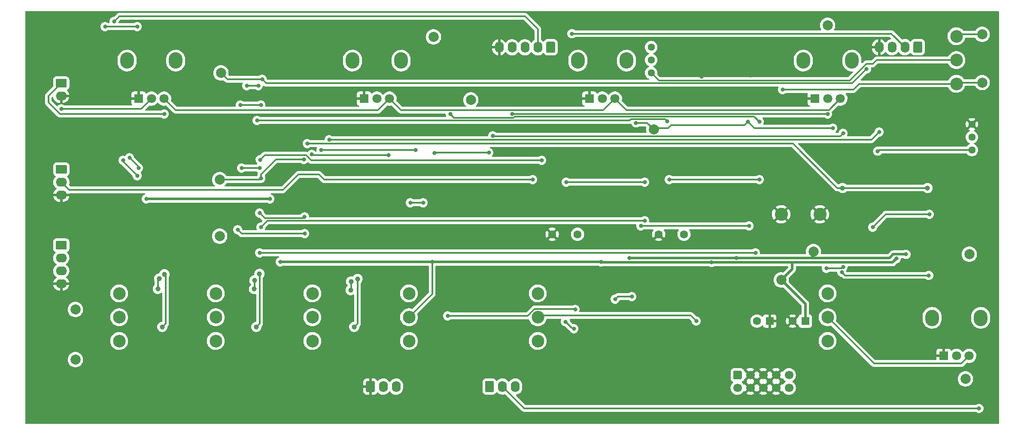
<source format=gtl>
G04 #@! TF.GenerationSoftware,KiCad,Pcbnew,6.0.5+dfsg-1~bpo11+1*
G04 #@! TF.CreationDate,2022-07-25T15:23:16+00:00*
G04 #@! TF.ProjectId,ribbon_board,72696262-6f6e-45f6-926f-6172642e6b69,0*
G04 #@! TF.SameCoordinates,Original*
G04 #@! TF.FileFunction,Copper,L1,Top*
G04 #@! TF.FilePolarity,Positive*
%FSLAX46Y46*%
G04 Gerber Fmt 4.6, Leading zero omitted, Abs format (unit mm)*
G04 Created by KiCad (PCBNEW 6.0.5+dfsg-1~bpo11+1) date 2022-07-25 15:23:16*
%MOMM*%
%LPD*%
G01*
G04 APERTURE LIST*
G04 #@! TA.AperFunction,ComponentPad*
%ADD10C,2.500000*%
G04 #@! TD*
G04 #@! TA.AperFunction,ComponentPad*
%ADD11O,2.720000X3.240000*%
G04 #@! TD*
G04 #@! TA.AperFunction,ComponentPad*
%ADD12R,1.800000X1.800000*%
G04 #@! TD*
G04 #@! TA.AperFunction,ComponentPad*
%ADD13C,1.800000*%
G04 #@! TD*
G04 #@! TA.AperFunction,ComponentPad*
%ADD14O,1.740000X2.190000*%
G04 #@! TD*
G04 #@! TA.AperFunction,ComponentPad*
%ADD15C,2.000000*%
G04 #@! TD*
G04 #@! TA.AperFunction,ComponentPad*
%ADD16O,2.190000X1.740000*%
G04 #@! TD*
G04 #@! TA.AperFunction,ComponentPad*
%ADD17C,1.600000*%
G04 #@! TD*
G04 #@! TA.AperFunction,ComponentPad*
%ADD18R,1.600000X1.600000*%
G04 #@! TD*
G04 #@! TA.AperFunction,ComponentPad*
%ADD19C,2.600000*%
G04 #@! TD*
G04 #@! TA.AperFunction,ComponentPad*
%ADD20C,1.440000*%
G04 #@! TD*
G04 #@! TA.AperFunction,ComponentPad*
%ADD21C,1.700000*%
G04 #@! TD*
G04 #@! TA.AperFunction,ViaPad*
%ADD22C,0.800000*%
G04 #@! TD*
G04 #@! TA.AperFunction,ViaPad*
%ADD23C,1.000000*%
G04 #@! TD*
G04 #@! TA.AperFunction,Conductor*
%ADD24C,0.300000*%
G04 #@! TD*
G04 #@! TA.AperFunction,Conductor*
%ADD25C,0.500000*%
G04 #@! TD*
G04 APERTURE END LIST*
D10*
X69850000Y-119000000D03*
X69850000Y-114300000D03*
X69850000Y-109600000D03*
D11*
X160300000Y-63620000D03*
X169900000Y-63620000D03*
D12*
X162600000Y-71120000D03*
D13*
X165100000Y-71120000D03*
X167600000Y-71120000D03*
D11*
X204750000Y-63620000D03*
X214350000Y-63620000D03*
D12*
X207050000Y-71120000D03*
D13*
X209550000Y-71120000D03*
X212050000Y-71120000D03*
D11*
X81000000Y-63620000D03*
X71400000Y-63620000D03*
D12*
X73700000Y-71120000D03*
D13*
X76200000Y-71120000D03*
X78700000Y-71120000D03*
D10*
X152400000Y-119000000D03*
X152400000Y-114300000D03*
X152400000Y-109600000D03*
X209550000Y-119000000D03*
X209550000Y-114300000D03*
X209550000Y-109600000D03*
X107950000Y-119000000D03*
X107950000Y-114300000D03*
X107950000Y-109600000D03*
D11*
X125450000Y-63620000D03*
X115850000Y-63620000D03*
D12*
X118150000Y-71120000D03*
D13*
X120650000Y-71120000D03*
X123150000Y-71120000D03*
D10*
X88900000Y-119000000D03*
X88900000Y-114300000D03*
X88900000Y-109600000D03*
X127000000Y-119000000D03*
X127000000Y-114300000D03*
X127000000Y-109600000D03*
X234950000Y-68200000D03*
X234950000Y-63500000D03*
X234950000Y-58800000D03*
D11*
X230150000Y-114430000D03*
X239750000Y-114430000D03*
D12*
X232450000Y-121930000D03*
D13*
X234950000Y-121930000D03*
X237450000Y-121930000D03*
G04 #@! TA.AperFunction,ComponentPad*
G36*
G01*
X142005000Y-128841000D02*
X142005000Y-127151000D01*
G75*
G02*
X142255000Y-126901000I250000J0D01*
G01*
X143495000Y-126901000D01*
G75*
G02*
X143745000Y-127151000I0J-250000D01*
G01*
X143745000Y-128841000D01*
G75*
G02*
X143495000Y-129091000I-250000J0D01*
G01*
X142255000Y-129091000D01*
G75*
G02*
X142005000Y-128841000I0J250000D01*
G01*
G37*
G04 #@! TD.AperFunction*
D14*
X145415000Y-127996000D03*
X147955000Y-127996000D03*
D15*
X61214000Y-122682000D03*
X240030000Y-58420000D03*
G04 #@! TA.AperFunction,ComponentPad*
G36*
G01*
X57575000Y-99206000D02*
X59265000Y-99206000D01*
G75*
G02*
X59515000Y-99456000I0J-250000D01*
G01*
X59515000Y-100696000D01*
G75*
G02*
X59265000Y-100946000I-250000J0D01*
G01*
X57575000Y-100946000D01*
G75*
G02*
X57325000Y-100696000I0J250000D01*
G01*
X57325000Y-99456000D01*
G75*
G02*
X57575000Y-99206000I250000J0D01*
G01*
G37*
G04 #@! TD.AperFunction*
D16*
X58420000Y-102616000D03*
X58420000Y-105156000D03*
X58420000Y-107696000D03*
D17*
X160234000Y-97917000D03*
X155234000Y-97917000D03*
D18*
X198120000Y-115062000D03*
D17*
X195620000Y-115062000D03*
D15*
X175260000Y-77216000D03*
X237490000Y-101854000D03*
X236728000Y-126492000D03*
G04 #@! TA.AperFunction,ComponentPad*
G36*
G01*
X228200000Y-60115000D02*
X228200000Y-61805000D01*
G75*
G02*
X227950000Y-62055000I-250000J0D01*
G01*
X226710000Y-62055000D01*
G75*
G02*
X226460000Y-61805000I0J250000D01*
G01*
X226460000Y-60115000D01*
G75*
G02*
X226710000Y-59865000I250000J0D01*
G01*
X227950000Y-59865000D01*
G75*
G02*
X228200000Y-60115000I0J-250000D01*
G01*
G37*
G04 #@! TD.AperFunction*
D14*
X224790000Y-60960000D03*
X222250000Y-60960000D03*
X219710000Y-60960000D03*
D17*
X181229000Y-97917000D03*
X176229000Y-97917000D03*
D18*
X205144380Y-115062000D03*
D17*
X202644380Y-115062000D03*
D15*
X131826000Y-58928000D03*
D19*
X208026000Y-93980000D03*
X200406000Y-93980000D03*
G04 #@! TA.AperFunction,ComponentPad*
G36*
G01*
X118510000Y-128861000D02*
X118510000Y-127171000D01*
G75*
G02*
X118760000Y-126921000I250000J0D01*
G01*
X120000000Y-126921000D01*
G75*
G02*
X120250000Y-127171000I0J-250000D01*
G01*
X120250000Y-128861000D01*
G75*
G02*
X120000000Y-129111000I-250000J0D01*
G01*
X118760000Y-129111000D01*
G75*
G02*
X118510000Y-128861000I0J250000D01*
G01*
G37*
G04 #@! TD.AperFunction*
D14*
X121920000Y-128016000D03*
X124460000Y-128016000D03*
G04 #@! TA.AperFunction,ComponentPad*
G36*
G01*
X57575000Y-67202000D02*
X59265000Y-67202000D01*
G75*
G02*
X59515000Y-67452000I0J-250000D01*
G01*
X59515000Y-68692000D01*
G75*
G02*
X59265000Y-68942000I-250000J0D01*
G01*
X57575000Y-68942000D01*
G75*
G02*
X57325000Y-68692000I0J250000D01*
G01*
X57325000Y-67452000D01*
G75*
G02*
X57575000Y-67202000I250000J0D01*
G01*
G37*
G04 #@! TD.AperFunction*
D16*
X58420000Y-70612000D03*
D20*
X237998000Y-76200000D03*
X237998000Y-78740000D03*
X237998000Y-81280000D03*
D15*
X240030000Y-67945000D03*
X89916000Y-66040000D03*
G04 #@! TA.AperFunction,ComponentPad*
G36*
G01*
X57595000Y-84220000D02*
X59285000Y-84220000D01*
G75*
G02*
X59535000Y-84470000I0J-250000D01*
G01*
X59535000Y-85710000D01*
G75*
G02*
X59285000Y-85960000I-250000J0D01*
G01*
X57595000Y-85960000D01*
G75*
G02*
X57345000Y-85710000I0J250000D01*
G01*
X57345000Y-84470000D01*
G75*
G02*
X57595000Y-84220000I250000J0D01*
G01*
G37*
G04 #@! TD.AperFunction*
D16*
X58440000Y-87630000D03*
X58440000Y-90170000D03*
D15*
X89662000Y-87122000D03*
X89662000Y-98298000D03*
X139192000Y-71374000D03*
G04 #@! TA.AperFunction,ComponentPad*
G36*
G01*
X191170000Y-124880000D02*
X192370000Y-124880000D01*
G75*
G02*
X192620000Y-125130000I0J-250000D01*
G01*
X192620000Y-126330000D01*
G75*
G02*
X192370000Y-126580000I-250000J0D01*
G01*
X191170000Y-126580000D01*
G75*
G02*
X190920000Y-126330000I0J250000D01*
G01*
X190920000Y-125130000D01*
G75*
G02*
X191170000Y-124880000I250000J0D01*
G01*
G37*
G04 #@! TD.AperFunction*
D21*
X191770000Y-128270000D03*
X194310000Y-125730000D03*
X194310000Y-128270000D03*
X196850000Y-125730000D03*
X196850000Y-128270000D03*
X199390000Y-125730000D03*
X199390000Y-128270000D03*
X201930000Y-125730000D03*
X201930000Y-128270000D03*
D15*
X200406000Y-106934000D03*
X206756000Y-101346000D03*
D20*
X174752000Y-60950000D03*
X174752000Y-63490000D03*
X174752000Y-66030000D03*
D15*
X61214000Y-112776000D03*
G04 #@! TA.AperFunction,ComponentPad*
G36*
G01*
X155810000Y-60135000D02*
X155810000Y-61825000D01*
G75*
G02*
X155560000Y-62075000I-250000J0D01*
G01*
X154320000Y-62075000D01*
G75*
G02*
X154070000Y-61825000I0J250000D01*
G01*
X154070000Y-60135000D01*
G75*
G02*
X154320000Y-59885000I250000J0D01*
G01*
X155560000Y-59885000D01*
G75*
G02*
X155810000Y-60135000I0J-250000D01*
G01*
G37*
G04 #@! TD.AperFunction*
D14*
X152400000Y-60980000D03*
X149860000Y-60980000D03*
X147320000Y-60980000D03*
X144780000Y-60980000D03*
D15*
X209550000Y-56642000D03*
D22*
X142748000Y-81788000D03*
X170942000Y-110236000D03*
X131572000Y-103378000D03*
X219427750Y-81505750D03*
X101600000Y-103378000D03*
X132037030Y-81830970D03*
X99568000Y-90932000D03*
X164846000Y-103378000D03*
X186674575Y-103465500D03*
X75184000Y-90932000D03*
X223099147Y-102736500D03*
X167640000Y-110744000D03*
X147955000Y-92710000D03*
X68580000Y-95250000D03*
X122555000Y-104775000D03*
X175895000Y-107950000D03*
X229362000Y-126492000D03*
X97536000Y-70612000D03*
X84455000Y-75565000D03*
X135636000Y-90170000D03*
X139446000Y-121539000D03*
X184404000Y-85598000D03*
X161290000Y-93726000D03*
X194310000Y-99568000D03*
X176276000Y-122428000D03*
X182880000Y-120650000D03*
X85725000Y-95250000D03*
X134620000Y-70485000D03*
X168148000Y-125222000D03*
D23*
X83820000Y-112268000D03*
D22*
X229362000Y-100330000D03*
D23*
X103124000Y-116332000D03*
D22*
X107442000Y-87630000D03*
X117475000Y-77470000D03*
X147955000Y-99695000D03*
X146177000Y-121412000D03*
X127508000Y-97028000D03*
X137414000Y-77216000D03*
X227330000Y-115443000D03*
X178054000Y-60706000D03*
X105410000Y-76835000D03*
X163322000Y-81280000D03*
X147955000Y-85725000D03*
X147955000Y-81915000D03*
X184404000Y-81534000D03*
X172212000Y-99568000D03*
X184658000Y-66802000D03*
X78740000Y-93345000D03*
X228854000Y-84074000D03*
X160020000Y-120650000D03*
X138684000Y-99568000D03*
X85725000Y-85725000D03*
X147955000Y-106045000D03*
X163322000Y-85598000D03*
X177800000Y-90932000D03*
X183642000Y-94996000D03*
D23*
X119634000Y-118110000D03*
D22*
X147955000Y-77470000D03*
X106680000Y-69342000D03*
X117475000Y-85725000D03*
X220345000Y-85725000D03*
X162814000Y-99822000D03*
D23*
X83820000Y-116332000D03*
D22*
X197612000Y-85598000D03*
X134620000Y-65405000D03*
X218948000Y-100330000D03*
X105156000Y-90932000D03*
X182245000Y-71120000D03*
X112395000Y-65405000D03*
X173228000Y-85344000D03*
X112395000Y-70485000D03*
X105410000Y-61722000D03*
X73660000Y-76200000D03*
X189865000Y-111760000D03*
X193675000Y-70485000D03*
D23*
X122428000Y-112268000D03*
D22*
X141478000Y-116332000D03*
X84455000Y-67945000D03*
X141478000Y-112268000D03*
X236220000Y-93980000D03*
X113284000Y-90170000D03*
X212598000Y-93980000D03*
X184150000Y-100330000D03*
X151130000Y-123825000D03*
X218694000Y-126746000D03*
X236474000Y-108458000D03*
X117475000Y-99695000D03*
X193548000Y-84582000D03*
X66675000Y-76200000D03*
X216916000Y-115570000D03*
X155575000Y-128270000D03*
X138684000Y-105918000D03*
X201168000Y-65532000D03*
X213360000Y-80518000D03*
D23*
X103124000Y-112268000D03*
D22*
X121920000Y-88900000D03*
X194310000Y-66548000D03*
X107806506Y-82126679D03*
X122936000Y-82296000D03*
X106934000Y-80010000D03*
D23*
X212499000Y-88773000D03*
X229263000Y-88773000D03*
X77470000Y-108712000D03*
X77724000Y-106680000D03*
D22*
X159766000Y-112776000D03*
X134620000Y-114046000D03*
D23*
X78769232Y-105823024D03*
X78359000Y-116205000D03*
X96439720Y-108720501D03*
X96520000Y-107021500D03*
X97520575Y-105734522D03*
X96901000Y-116205000D03*
X115494246Y-108957523D03*
X115570000Y-107258522D03*
X116840000Y-106759011D03*
X116205000Y-116205000D03*
D22*
X159131000Y-58293000D03*
X159512000Y-116586000D03*
X157861000Y-115189000D03*
X58420000Y-73152000D03*
X151384000Y-87122000D03*
X71882000Y-82804000D03*
X73660000Y-84836000D03*
X68834000Y-55880000D03*
X70612000Y-83312000D03*
X73406000Y-86360000D03*
X209296000Y-104648000D03*
X209550000Y-74168000D03*
X212598000Y-104394000D03*
X147320000Y-74168000D03*
X78740000Y-74168000D03*
X67056000Y-56896000D03*
X73406000Y-56896000D03*
X212598000Y-77978000D03*
X143510000Y-78486000D03*
X239395000Y-132334000D03*
X225011000Y-101887000D03*
X170434000Y-102616000D03*
X191516000Y-102616000D03*
X98044000Y-67310000D03*
X217219336Y-65272618D03*
X196088000Y-75692000D03*
X135128000Y-74168000D03*
X229489000Y-106045000D03*
X212344000Y-105410000D03*
X171757403Y-75916522D03*
X210566000Y-76962000D03*
X193802000Y-75692000D03*
X218440000Y-96520000D03*
X229616000Y-93980000D03*
X93980000Y-84836000D03*
X97028000Y-75438000D03*
X97536000Y-84836000D03*
X177906033Y-75574337D03*
X178308000Y-87122000D03*
X196088000Y-87122000D03*
X97663000Y-83185000D03*
X153162000Y-83312000D03*
X157988000Y-87630000D03*
X173482000Y-87630000D03*
X194056000Y-96266000D03*
X172720000Y-96266000D03*
X200660000Y-69342000D03*
X97790000Y-86868000D03*
X106263627Y-83139187D03*
X183642000Y-115062000D03*
X128270000Y-81280000D03*
X109663980Y-81280000D03*
X97536000Y-93726000D03*
X106404023Y-94500500D03*
X173482000Y-95250000D03*
X97790000Y-96520000D03*
X111252000Y-79248000D03*
X219710000Y-77724000D03*
X97282000Y-68580000D03*
X94996000Y-68580000D03*
X93726000Y-72390000D03*
X97790000Y-72390000D03*
X106426000Y-97790000D03*
X93218000Y-97028000D03*
X129794000Y-91694000D03*
X127254000Y-91694000D03*
X195326000Y-101600000D03*
X97536000Y-101600000D03*
D24*
X237998000Y-81280000D02*
X219653500Y-81280000D01*
X219653500Y-81280000D02*
X219427750Y-81505750D01*
X127000000Y-114300000D02*
X131572000Y-109728000D01*
D25*
X101600000Y-103378000D02*
X131572000Y-103378000D01*
X223099147Y-102736500D02*
X222370146Y-103465501D01*
D24*
X142748000Y-81788000D02*
X132080000Y-81788000D01*
D25*
X205144380Y-115062000D02*
X205144380Y-111672380D01*
X75184000Y-90932000D02*
X99568000Y-90932000D01*
D24*
X170942000Y-110236000D02*
X168148000Y-110236000D01*
D25*
X202525501Y-103465501D02*
X186674575Y-103465500D01*
X202525501Y-104814499D02*
X202525501Y-103465501D01*
X131572000Y-103378000D02*
X164846000Y-103378000D01*
X164846000Y-103378000D02*
X164933500Y-103465500D01*
X205144380Y-111672380D02*
X200406000Y-106934000D01*
X202525501Y-103465501D02*
X222370146Y-103465501D01*
D24*
X168148000Y-110236000D02*
X167640000Y-110744000D01*
X132080000Y-81788000D02*
X132037030Y-81830970D01*
D25*
X200406000Y-106934000D02*
X202525501Y-104814499D01*
D24*
X131572000Y-109728000D02*
X131572000Y-103378000D01*
D25*
X164933500Y-103465500D02*
X186674575Y-103465500D01*
D24*
X107975827Y-82296000D02*
X107806506Y-82126679D01*
X122936000Y-82296000D02*
X107975827Y-82296000D01*
X212499000Y-88773000D02*
X211455000Y-88773000D01*
X211455000Y-88773000D02*
X202692000Y-80010000D01*
X202692000Y-80010000D02*
X106934000Y-80010000D01*
X212499000Y-88773000D02*
X229263000Y-88773000D01*
X77470000Y-108712000D02*
X77470000Y-106934000D01*
X77470000Y-106934000D02*
X77724000Y-106680000D01*
X151737460Y-112700489D02*
X159690489Y-112700489D01*
X159690489Y-112700489D02*
X159766000Y-112776000D01*
X134620000Y-114046000D02*
X150391949Y-114046000D01*
X150391949Y-114046000D02*
X151737460Y-112700489D01*
X78994000Y-106047792D02*
X78769232Y-105823024D01*
X78359000Y-116205000D02*
X78994000Y-115570000D01*
X78994000Y-115570000D02*
X78994000Y-106047792D01*
X96520000Y-108640221D02*
X96439720Y-108720501D01*
X96520000Y-107021500D02*
X96520000Y-108640221D01*
X97536000Y-115570000D02*
X97536000Y-105749947D01*
X96901000Y-116205000D02*
X97536000Y-115570000D01*
X97536000Y-105749947D02*
X97520575Y-105734522D01*
X115570000Y-107258522D02*
X115570000Y-108881769D01*
X115570000Y-108881769D02*
X115494246Y-108957523D01*
X116205000Y-116205000D02*
X116840000Y-115570000D01*
X116840000Y-115570000D02*
X116840000Y-106759011D01*
X159258000Y-116586000D02*
X157861000Y-115189000D01*
X224790000Y-60960000D02*
X222123000Y-58293000D01*
X222123000Y-58293000D02*
X159131000Y-58293000D01*
X159512000Y-116586000D02*
X159258000Y-116586000D01*
X74168000Y-73152000D02*
X76200000Y-71120000D01*
X58420000Y-73152000D02*
X74168000Y-73152000D01*
X109220000Y-86106000D02*
X105156000Y-86106000D01*
X59964000Y-89154000D02*
X58440000Y-87630000D01*
X102108000Y-89154000D02*
X59964000Y-89154000D01*
X105156000Y-86106000D02*
X102108000Y-89154000D01*
X151384000Y-87122000D02*
X110236000Y-87122000D01*
X110236000Y-87122000D02*
X109220000Y-86106000D01*
X73660000Y-84582000D02*
X73660000Y-84836000D01*
X73660000Y-84582000D02*
X71882000Y-82804000D01*
X70612000Y-83566000D02*
X70612000Y-83312000D01*
X149860000Y-54864000D02*
X152400000Y-57404000D01*
X152400000Y-57404000D02*
X152400000Y-60980000D01*
X68834000Y-55880000D02*
X69850000Y-54864000D01*
X73406000Y-86360000D02*
X70612000Y-83566000D01*
X69850000Y-54864000D02*
X149860000Y-54864000D01*
X212344000Y-104648000D02*
X212598000Y-104394000D01*
X147320000Y-74168000D02*
X209550000Y-74168000D01*
X209296000Y-104648000D02*
X212344000Y-104648000D01*
X55880000Y-70612000D02*
X58420000Y-68072000D01*
X78740000Y-74168000D02*
X58166000Y-74168000D01*
X55880000Y-71882000D02*
X55880000Y-70612000D01*
X58166000Y-74168000D02*
X55880000Y-71882000D01*
X73406000Y-56896000D02*
X67056000Y-56896000D01*
X212010489Y-78565511D02*
X143589511Y-78565511D01*
X212598000Y-77978000D02*
X212010489Y-78565511D01*
X143589511Y-78565511D02*
X143510000Y-78486000D01*
X239395000Y-132334000D02*
X149753000Y-132334000D01*
X149753000Y-132334000D02*
X145415000Y-127996000D01*
D25*
X225011000Y-101887000D02*
X222471000Y-101887000D01*
X221742000Y-102616000D02*
X206545907Y-102616001D01*
X206545907Y-102616001D02*
X206545907Y-101556093D01*
X222471000Y-101887000D02*
X221742000Y-102616000D01*
X206545907Y-101556093D02*
X206756000Y-101346000D01*
X191516000Y-102616000D02*
X206545907Y-102616001D01*
X191516000Y-102616000D02*
X170434000Y-102616000D01*
D24*
X98806000Y-68072000D02*
X214419954Y-68072000D01*
X214419954Y-68072000D02*
X217219336Y-65272618D01*
X91186000Y-67310000D02*
X89916000Y-66040000D01*
X98044000Y-67310000D02*
X91186000Y-67310000D01*
X98044000Y-67310000D02*
X98806000Y-68072000D01*
X212050000Y-71120000D02*
X209804000Y-73366000D01*
X209804000Y-73366000D02*
X209804000Y-73406000D01*
X167600000Y-71120000D02*
X165314000Y-73406000D01*
X120864000Y-73406000D02*
X80986000Y-73406000D01*
X169886000Y-73406000D02*
X167600000Y-71120000D01*
X80986000Y-73406000D02*
X78700000Y-71120000D01*
X209804000Y-73406000D02*
X169886000Y-73406000D01*
X125436000Y-73406000D02*
X123150000Y-71120000D01*
X123150000Y-71120000D02*
X120864000Y-73406000D01*
X165314000Y-73406000D02*
X125436000Y-73406000D01*
X135877501Y-74917501D02*
X147630455Y-74917501D01*
X195063511Y-74667511D02*
X196088000Y-75692000D01*
X135128000Y-74168000D02*
X135877501Y-74917501D01*
X147880445Y-74667511D02*
X195063511Y-74667511D01*
X147630455Y-74917501D02*
X147880445Y-74667511D01*
X212979000Y-106045000D02*
X212344000Y-105410000D01*
X229489000Y-106045000D02*
X212979000Y-106045000D01*
X195072000Y-76962000D02*
X193802000Y-75692000D01*
X173964533Y-75920533D02*
X171761414Y-75920533D01*
X175260000Y-77216000D02*
X173964533Y-75920533D01*
X178060324Y-76955676D02*
X175260000Y-76955676D01*
X210566000Y-76962000D02*
X195072000Y-76962000D01*
X193802000Y-75692000D02*
X193170162Y-76323838D01*
X178692162Y-76323838D02*
X178060324Y-76955676D01*
X171761414Y-75920533D02*
X171757403Y-75916522D01*
X193170162Y-76323838D02*
X178692162Y-76323838D01*
X220980000Y-93980000D02*
X218440000Y-96520000D01*
X229616000Y-93980000D02*
X220980000Y-93980000D01*
X177498718Y-75167022D02*
X177906033Y-75574337D01*
X97536000Y-84836000D02*
X93980000Y-84836000D01*
X170511214Y-75438000D02*
X170782192Y-75167022D01*
X170782192Y-75167022D02*
X177498718Y-75167022D01*
X97028000Y-75438000D02*
X170511214Y-75438000D01*
X196088000Y-87122000D02*
X178308000Y-87122000D01*
X106680000Y-82296000D02*
X98552000Y-82296000D01*
X107696000Y-83312000D02*
X106680000Y-82296000D01*
X98552000Y-82296000D02*
X97663000Y-83185000D01*
X153162000Y-83312000D02*
X107696000Y-83312000D01*
X173482000Y-87630000D02*
X157988000Y-87630000D01*
X194056000Y-96266000D02*
X172720000Y-96266000D01*
X234950000Y-68200000D02*
X215772000Y-68200000D01*
X240030000Y-67945000D02*
X235205000Y-67945000D01*
X215772000Y-68200000D02*
X214630000Y-69342000D01*
X235205000Y-67945000D02*
X234950000Y-68200000D01*
X214630000Y-69342000D02*
X200660000Y-69342000D01*
X240030000Y-58420000D02*
X235330000Y-58420000D01*
X235330000Y-58420000D02*
X234950000Y-58800000D01*
X219202000Y-63500000D02*
X234950000Y-63500000D01*
X217170000Y-64262000D02*
X218440000Y-64262000D01*
X213868000Y-67564000D02*
X217170000Y-64262000D01*
X174752000Y-66030000D02*
X176286000Y-67564000D01*
X218440000Y-64262000D02*
X219202000Y-63500000D01*
X176286000Y-67564000D02*
X213868000Y-67564000D01*
X237450000Y-121930000D02*
X235936000Y-123444000D01*
X218694000Y-123444000D02*
X209550000Y-114300000D01*
X235936000Y-123444000D02*
X218694000Y-123444000D01*
X97536000Y-87122000D02*
X89662000Y-87122000D01*
X97790000Y-86868000D02*
X97790000Y-86106000D01*
X97790000Y-86106000D02*
X100756813Y-83139187D01*
X100756813Y-83139187D02*
X106263627Y-83139187D01*
X97790000Y-86868000D02*
X97536000Y-87122000D01*
X182546489Y-113966489D02*
X152733511Y-113966489D01*
X152733511Y-113966489D02*
X152400000Y-114300000D01*
X183642000Y-115062000D02*
X182546489Y-113966489D01*
X128270000Y-81280000D02*
X109663980Y-81280000D01*
X106154034Y-94750489D02*
X106404023Y-94500500D01*
X97536000Y-93726000D02*
X98560489Y-94750489D01*
X98560489Y-94750489D02*
X106154034Y-94750489D01*
X173482000Y-95250000D02*
X99060000Y-95250000D01*
X99060000Y-95250000D02*
X97790000Y-96520000D01*
X111252000Y-79248000D02*
X218186000Y-79248000D01*
X218186000Y-79248000D02*
X219710000Y-77724000D01*
X97282000Y-68580000D02*
X94996000Y-68580000D01*
X97790000Y-72390000D02*
X93726000Y-72390000D01*
X93980000Y-97790000D02*
X106426000Y-97790000D01*
X93218000Y-97028000D02*
X93980000Y-97790000D01*
X129794000Y-91694000D02*
X127254000Y-91694000D01*
X97536000Y-101600000D02*
X195326000Y-101600000D01*
G04 #@! TA.AperFunction,Conductor*
G36*
X243273621Y-53868502D02*
G01*
X243320114Y-53922158D01*
X243331500Y-53974500D01*
X243331500Y-135255500D01*
X243311498Y-135323621D01*
X243257842Y-135370114D01*
X243205500Y-135381500D01*
X51434500Y-135381500D01*
X51366379Y-135361498D01*
X51319886Y-135307842D01*
X51308500Y-135255500D01*
X51308500Y-128908095D01*
X118002001Y-128908095D01*
X118002338Y-128914614D01*
X118012257Y-129010206D01*
X118015149Y-129023600D01*
X118066588Y-129177784D01*
X118072761Y-129190962D01*
X118158063Y-129328807D01*
X118167099Y-129340208D01*
X118281829Y-129454739D01*
X118293240Y-129463751D01*
X118431243Y-129548816D01*
X118444424Y-129554963D01*
X118598710Y-129606138D01*
X118612086Y-129609005D01*
X118706438Y-129618672D01*
X118712854Y-129619000D01*
X119107885Y-129619000D01*
X119123124Y-129614525D01*
X119124329Y-129613135D01*
X119126000Y-129605452D01*
X119126000Y-129600884D01*
X119634000Y-129600884D01*
X119638475Y-129616123D01*
X119639865Y-129617328D01*
X119647548Y-129618999D01*
X120047095Y-129618999D01*
X120053614Y-129618662D01*
X120149206Y-129608743D01*
X120162600Y-129605851D01*
X120316784Y-129554412D01*
X120329962Y-129548239D01*
X120467807Y-129462937D01*
X120479208Y-129453901D01*
X120593739Y-129339171D01*
X120602751Y-129327760D01*
X120691658Y-129183525D01*
X120693755Y-129184817D01*
X120732956Y-129140308D01*
X120801236Y-129120856D01*
X120869193Y-129141407D01*
X120891386Y-129159878D01*
X121003276Y-129277168D01*
X121007554Y-129280351D01*
X121044812Y-129308072D01*
X121190965Y-129416813D01*
X121195716Y-129419229D01*
X121195720Y-129419231D01*
X121369195Y-129507430D01*
X121399500Y-129522838D01*
X121622917Y-129592210D01*
X121628204Y-129592911D01*
X121628205Y-129592911D01*
X121849545Y-129622248D01*
X121849549Y-129622248D01*
X121854829Y-129622948D01*
X121860158Y-129622748D01*
X121860160Y-129622748D01*
X121971716Y-129618560D01*
X122088604Y-129614172D01*
X122182969Y-129594372D01*
X122312332Y-129567229D01*
X122312335Y-129567228D01*
X122317559Y-129566132D01*
X122535146Y-129480203D01*
X122664174Y-129401907D01*
X122730583Y-129361609D01*
X122730586Y-129361607D01*
X122735144Y-129358841D01*
X122911834Y-129205517D01*
X123060165Y-129024614D01*
X123062801Y-129019984D01*
X123062804Y-129019979D01*
X123081301Y-128987484D01*
X123132384Y-128938178D01*
X123202015Y-128924317D01*
X123268085Y-128950301D01*
X123295323Y-128979450D01*
X123381798Y-129107896D01*
X123385477Y-129111753D01*
X123385479Y-129111755D01*
X123413766Y-129141407D01*
X123543276Y-129277168D01*
X123547554Y-129280351D01*
X123584812Y-129308072D01*
X123730965Y-129416813D01*
X123735716Y-129419229D01*
X123735720Y-129419231D01*
X123909195Y-129507430D01*
X123939500Y-129522838D01*
X124162917Y-129592210D01*
X124168204Y-129592911D01*
X124168205Y-129592911D01*
X124389545Y-129622248D01*
X124389549Y-129622248D01*
X124394829Y-129622948D01*
X124400158Y-129622748D01*
X124400160Y-129622748D01*
X124511716Y-129618560D01*
X124628604Y-129614172D01*
X124722969Y-129594372D01*
X124852332Y-129567229D01*
X124852335Y-129567228D01*
X124857559Y-129566132D01*
X125075146Y-129480203D01*
X125204174Y-129401907D01*
X125270583Y-129361609D01*
X125270586Y-129361607D01*
X125275144Y-129358841D01*
X125451834Y-129205517D01*
X125600165Y-129024614D01*
X125675995Y-128891400D01*
X141496500Y-128891400D01*
X141496837Y-128894646D01*
X141496837Y-128894650D01*
X141505636Y-128979450D01*
X141507474Y-128997166D01*
X141509655Y-129003702D01*
X141509655Y-129003704D01*
X141532001Y-129070683D01*
X141563450Y-129164946D01*
X141656522Y-129315348D01*
X141781697Y-129440305D01*
X141787927Y-129444145D01*
X141787928Y-129444146D01*
X141925090Y-129528694D01*
X141932262Y-129533115D01*
X141996471Y-129554412D01*
X142093611Y-129586632D01*
X142093613Y-129586632D01*
X142100139Y-129588797D01*
X142106975Y-129589497D01*
X142106978Y-129589498D01*
X142150031Y-129593909D01*
X142204600Y-129599500D01*
X143545400Y-129599500D01*
X143548646Y-129599163D01*
X143548650Y-129599163D01*
X143644308Y-129589238D01*
X143644312Y-129589237D01*
X143651166Y-129588526D01*
X143657702Y-129586345D01*
X143657704Y-129586345D01*
X143796043Y-129540191D01*
X143818946Y-129532550D01*
X143969348Y-129439478D01*
X144094305Y-129314303D01*
X144115234Y-129280351D01*
X144187115Y-129163738D01*
X144189262Y-129165062D01*
X144228312Y-129120710D01*
X144296589Y-129101248D01*
X144364549Y-129121788D01*
X144386761Y-129140272D01*
X144494590Y-129253306D01*
X144494602Y-129253316D01*
X144498276Y-129257168D01*
X144685965Y-129396813D01*
X144690716Y-129399229D01*
X144690720Y-129399231D01*
X144844534Y-129477434D01*
X144894500Y-129502838D01*
X145117917Y-129572210D01*
X145123204Y-129572911D01*
X145123205Y-129572911D01*
X145344545Y-129602248D01*
X145344549Y-129602248D01*
X145349829Y-129602948D01*
X145355158Y-129602748D01*
X145355160Y-129602748D01*
X145466716Y-129598560D01*
X145583604Y-129594172D01*
X145695813Y-129570628D01*
X145807332Y-129547229D01*
X145807335Y-129547228D01*
X145812559Y-129546132D01*
X145894311Y-129513847D01*
X145965015Y-129507430D01*
X146029685Y-129541945D01*
X149229341Y-132741600D01*
X149237331Y-132750381D01*
X149237339Y-132750390D01*
X149241584Y-132757080D01*
X149247359Y-132762503D01*
X149293274Y-132805620D01*
X149296116Y-132808375D01*
X149316667Y-132828926D01*
X149319801Y-132831357D01*
X149320163Y-132831638D01*
X149329191Y-132839348D01*
X149362867Y-132870972D01*
X149369818Y-132874793D01*
X149369819Y-132874794D01*
X149381655Y-132881301D01*
X149398184Y-132892158D01*
X149408869Y-132900447D01*
X149408871Y-132900448D01*
X149415131Y-132905304D01*
X149457544Y-132923657D01*
X149468181Y-132928868D01*
X149508663Y-132951124D01*
X149516342Y-132953096D01*
X149516343Y-132953096D01*
X149529434Y-132956457D01*
X149548136Y-132962859D01*
X149567823Y-132971379D01*
X149575652Y-132972619D01*
X149613448Y-132978605D01*
X149625074Y-132981013D01*
X149662135Y-132990529D01*
X149662136Y-132990529D01*
X149669812Y-132992500D01*
X149691258Y-132992500D01*
X149710968Y-132994051D01*
X149732151Y-132997406D01*
X149778135Y-132993059D01*
X149789994Y-132992500D01*
X238714776Y-132992500D01*
X238782897Y-133012502D01*
X238788834Y-133016562D01*
X238938248Y-133125118D01*
X238944276Y-133127802D01*
X238944278Y-133127803D01*
X239106681Y-133200109D01*
X239112712Y-133202794D01*
X239206113Y-133222647D01*
X239293056Y-133241128D01*
X239293061Y-133241128D01*
X239299513Y-133242500D01*
X239490487Y-133242500D01*
X239496939Y-133241128D01*
X239496944Y-133241128D01*
X239583887Y-133222647D01*
X239677288Y-133202794D01*
X239683319Y-133200109D01*
X239845722Y-133127803D01*
X239845724Y-133127802D01*
X239851752Y-133125118D01*
X240006253Y-133012866D01*
X240051277Y-132962862D01*
X240129621Y-132875852D01*
X240129622Y-132875851D01*
X240134040Y-132870944D01*
X240229527Y-132705556D01*
X240288542Y-132523928D01*
X240308504Y-132334000D01*
X240288542Y-132144072D01*
X240229527Y-131962444D01*
X240134040Y-131797056D01*
X240006253Y-131655134D01*
X239851752Y-131542882D01*
X239845724Y-131540198D01*
X239845722Y-131540197D01*
X239683319Y-131467891D01*
X239683318Y-131467891D01*
X239677288Y-131465206D01*
X239583888Y-131445353D01*
X239496944Y-131426872D01*
X239496939Y-131426872D01*
X239490487Y-131425500D01*
X239299513Y-131425500D01*
X239293061Y-131426872D01*
X239293056Y-131426872D01*
X239206112Y-131445353D01*
X239112712Y-131465206D01*
X239106682Y-131467891D01*
X239106681Y-131467891D01*
X238944278Y-131540197D01*
X238944276Y-131540198D01*
X238938248Y-131542882D01*
X238789092Y-131651251D01*
X238788837Y-131651436D01*
X238721969Y-131675294D01*
X238714776Y-131675500D01*
X150077949Y-131675500D01*
X150009828Y-131655498D01*
X149988854Y-131638595D01*
X148140112Y-129789853D01*
X148106086Y-129727541D01*
X148111151Y-129656726D01*
X148153698Y-129599890D01*
X148203333Y-129577443D01*
X148347332Y-129547229D01*
X148347335Y-129547228D01*
X148352559Y-129546132D01*
X148570146Y-129460203D01*
X148691387Y-129386632D01*
X148765583Y-129341609D01*
X148765586Y-129341607D01*
X148770144Y-129338841D01*
X148946834Y-129185517D01*
X149095165Y-129004614D01*
X149210896Y-128801305D01*
X149290716Y-128581404D01*
X149332344Y-128351197D01*
X149332877Y-128339908D01*
X149333430Y-128328172D01*
X149333430Y-128328165D01*
X149333500Y-128326684D01*
X149333500Y-128236695D01*
X190407251Y-128236695D01*
X190407548Y-128241848D01*
X190407548Y-128241851D01*
X190413853Y-128351197D01*
X190420110Y-128459715D01*
X190421247Y-128464761D01*
X190421248Y-128464767D01*
X190423352Y-128474102D01*
X190469222Y-128677639D01*
X190553266Y-128884616D01*
X190590072Y-128944678D01*
X190667288Y-129070683D01*
X190669987Y-129075088D01*
X190816250Y-129243938D01*
X190988126Y-129386632D01*
X191181000Y-129499338D01*
X191185825Y-129501180D01*
X191185826Y-129501181D01*
X191258612Y-129528975D01*
X191389692Y-129579030D01*
X191394760Y-129580061D01*
X191394763Y-129580062D01*
X191495982Y-129600655D01*
X191608597Y-129623567D01*
X191613772Y-129623757D01*
X191613774Y-129623757D01*
X191826673Y-129631564D01*
X191826677Y-129631564D01*
X191831837Y-129631753D01*
X191836957Y-129631097D01*
X191836959Y-129631097D01*
X192048288Y-129604025D01*
X192048289Y-129604025D01*
X192053416Y-129603368D01*
X192058366Y-129601883D01*
X192262429Y-129540661D01*
X192262434Y-129540659D01*
X192267384Y-129539174D01*
X192467994Y-129440896D01*
X192532544Y-129394853D01*
X193549977Y-129394853D01*
X193555258Y-129401907D01*
X193716756Y-129496279D01*
X193726042Y-129500729D01*
X193925001Y-129576703D01*
X193934899Y-129579579D01*
X194143595Y-129622038D01*
X194153823Y-129623257D01*
X194366650Y-129631062D01*
X194376936Y-129630595D01*
X194588185Y-129603534D01*
X194598262Y-129601392D01*
X194802255Y-129540191D01*
X194811842Y-129536433D01*
X195003098Y-129442738D01*
X195011944Y-129437465D01*
X195059247Y-129403723D01*
X195066211Y-129394853D01*
X196089977Y-129394853D01*
X196095258Y-129401907D01*
X196256756Y-129496279D01*
X196266042Y-129500729D01*
X196465001Y-129576703D01*
X196474899Y-129579579D01*
X196683595Y-129622038D01*
X196693823Y-129623257D01*
X196906650Y-129631062D01*
X196916936Y-129630595D01*
X197128185Y-129603534D01*
X197138262Y-129601392D01*
X197342255Y-129540191D01*
X197351842Y-129536433D01*
X197543098Y-129442738D01*
X197551944Y-129437465D01*
X197599247Y-129403723D01*
X197606211Y-129394853D01*
X198629977Y-129394853D01*
X198635258Y-129401907D01*
X198796756Y-129496279D01*
X198806042Y-129500729D01*
X199005001Y-129576703D01*
X199014899Y-129579579D01*
X199223595Y-129622038D01*
X199233823Y-129623257D01*
X199446650Y-129631062D01*
X199456936Y-129630595D01*
X199668185Y-129603534D01*
X199678262Y-129601392D01*
X199882255Y-129540191D01*
X199891842Y-129536433D01*
X200083098Y-129442738D01*
X200091944Y-129437465D01*
X200139247Y-129403723D01*
X200147648Y-129393023D01*
X200140660Y-129379870D01*
X199402812Y-128642022D01*
X199388868Y-128634408D01*
X199387035Y-128634539D01*
X199380420Y-128638790D01*
X198636737Y-129382473D01*
X198629977Y-129394853D01*
X197606211Y-129394853D01*
X197607648Y-129393023D01*
X197600660Y-129379870D01*
X196862812Y-128642022D01*
X196848868Y-128634408D01*
X196847035Y-128634539D01*
X196840420Y-128638790D01*
X196096737Y-129382473D01*
X196089977Y-129394853D01*
X195066211Y-129394853D01*
X195067648Y-129393023D01*
X195060660Y-129379870D01*
X194322812Y-128642022D01*
X194308868Y-128634408D01*
X194307035Y-128634539D01*
X194300420Y-128638790D01*
X193556737Y-129382473D01*
X193549977Y-129394853D01*
X192532544Y-129394853D01*
X192649860Y-129311173D01*
X192808096Y-129153489D01*
X192817568Y-129140308D01*
X192938453Y-128972077D01*
X192939640Y-128972930D01*
X192986960Y-128929362D01*
X193056897Y-128917145D01*
X193122338Y-128944678D01*
X193150166Y-128976512D01*
X193176459Y-129019419D01*
X193186916Y-129028880D01*
X193195694Y-129025096D01*
X193937978Y-128282812D01*
X193944356Y-128271132D01*
X194674408Y-128271132D01*
X194674539Y-128272965D01*
X194678790Y-128279580D01*
X195420474Y-129021264D01*
X195432484Y-129027823D01*
X195444223Y-129018855D01*
X195478022Y-128971819D01*
X195479149Y-128972629D01*
X195526659Y-128928881D01*
X195596596Y-128916661D01*
X195662038Y-128944191D01*
X195689870Y-128976029D01*
X195716459Y-129019419D01*
X195726916Y-129028880D01*
X195735694Y-129025096D01*
X196477978Y-128282812D01*
X196484356Y-128271132D01*
X197214408Y-128271132D01*
X197214539Y-128272965D01*
X197218790Y-128279580D01*
X197960474Y-129021264D01*
X197972484Y-129027823D01*
X197984223Y-129018855D01*
X198018022Y-128971819D01*
X198019149Y-128972629D01*
X198066659Y-128928881D01*
X198136596Y-128916661D01*
X198202038Y-128944191D01*
X198229870Y-128976029D01*
X198256459Y-129019419D01*
X198266916Y-129028880D01*
X198275694Y-129025096D01*
X199017978Y-128282812D01*
X199024356Y-128271132D01*
X199754408Y-128271132D01*
X199754539Y-128272965D01*
X199758790Y-128279580D01*
X200500474Y-129021264D01*
X200512484Y-129027823D01*
X200524223Y-129018855D01*
X200558022Y-128971819D01*
X200559277Y-128972721D01*
X200606391Y-128929355D01*
X200676330Y-128917148D01*
X200741767Y-128944691D01*
X200769580Y-128976513D01*
X200827287Y-129070683D01*
X200827291Y-129070688D01*
X200829987Y-129075088D01*
X200976250Y-129243938D01*
X201148126Y-129386632D01*
X201341000Y-129499338D01*
X201345825Y-129501180D01*
X201345826Y-129501181D01*
X201418612Y-129528975D01*
X201549692Y-129579030D01*
X201554760Y-129580061D01*
X201554763Y-129580062D01*
X201655982Y-129600655D01*
X201768597Y-129623567D01*
X201773772Y-129623757D01*
X201773774Y-129623757D01*
X201986673Y-129631564D01*
X201986677Y-129631564D01*
X201991837Y-129631753D01*
X201996957Y-129631097D01*
X201996959Y-129631097D01*
X202208288Y-129604025D01*
X202208289Y-129604025D01*
X202213416Y-129603368D01*
X202218366Y-129601883D01*
X202422429Y-129540661D01*
X202422434Y-129540659D01*
X202427384Y-129539174D01*
X202627994Y-129440896D01*
X202809860Y-129311173D01*
X202968096Y-129153489D01*
X202977568Y-129140308D01*
X203095435Y-128976277D01*
X203098453Y-128972077D01*
X203109216Y-128950301D01*
X203195136Y-128776453D01*
X203195137Y-128776451D01*
X203197430Y-128771811D01*
X203249204Y-128601404D01*
X203260865Y-128563023D01*
X203260865Y-128563021D01*
X203262370Y-128558069D01*
X203291529Y-128336590D01*
X203291771Y-128326684D01*
X203293074Y-128273365D01*
X203293074Y-128273361D01*
X203293156Y-128270000D01*
X203274852Y-128047361D01*
X203220431Y-127830702D01*
X203131354Y-127625840D01*
X203010014Y-127438277D01*
X202859670Y-127273051D01*
X202855616Y-127269849D01*
X202855615Y-127269848D01*
X202688414Y-127137800D01*
X202688410Y-127137798D01*
X202684359Y-127134598D01*
X202643053Y-127111796D01*
X202593084Y-127061364D01*
X202578312Y-126991921D01*
X202603428Y-126925516D01*
X202630780Y-126898909D01*
X202695110Y-126853023D01*
X202809860Y-126771173D01*
X202829453Y-126751649D01*
X202910995Y-126670391D01*
X202968096Y-126613489D01*
X203055395Y-126492000D01*
X235214835Y-126492000D01*
X235233465Y-126728711D01*
X235234619Y-126733518D01*
X235234620Y-126733524D01*
X235260777Y-126842473D01*
X235288895Y-126959594D01*
X235290788Y-126964165D01*
X235290789Y-126964167D01*
X235371391Y-127158758D01*
X235379760Y-127178963D01*
X235382346Y-127183183D01*
X235501241Y-127377202D01*
X235501245Y-127377208D01*
X235503824Y-127381416D01*
X235658031Y-127561969D01*
X235838584Y-127716176D01*
X235842792Y-127718755D01*
X235842798Y-127718759D01*
X236017724Y-127825954D01*
X236041037Y-127840240D01*
X236045607Y-127842133D01*
X236045611Y-127842135D01*
X236255833Y-127929211D01*
X236260406Y-127931105D01*
X236340609Y-127950360D01*
X236486476Y-127985380D01*
X236486482Y-127985381D01*
X236491289Y-127986535D01*
X236728000Y-128005165D01*
X236964711Y-127986535D01*
X236969518Y-127985381D01*
X236969524Y-127985380D01*
X237115391Y-127950360D01*
X237195594Y-127931105D01*
X237200167Y-127929211D01*
X237410389Y-127842135D01*
X237410393Y-127842133D01*
X237414963Y-127840240D01*
X237438276Y-127825954D01*
X237613202Y-127718759D01*
X237613208Y-127718755D01*
X237617416Y-127716176D01*
X237797969Y-127561969D01*
X237952176Y-127381416D01*
X237954755Y-127377208D01*
X237954759Y-127377202D01*
X238073654Y-127183183D01*
X238076240Y-127178963D01*
X238084610Y-127158758D01*
X238165211Y-126964167D01*
X238165212Y-126964165D01*
X238167105Y-126959594D01*
X238195223Y-126842473D01*
X238221380Y-126733524D01*
X238221381Y-126733518D01*
X238222535Y-126728711D01*
X238241165Y-126492000D01*
X238222535Y-126255289D01*
X238216899Y-126231811D01*
X238168260Y-126029218D01*
X238167105Y-126024406D01*
X238076240Y-125805037D01*
X238030257Y-125730000D01*
X237954759Y-125606798D01*
X237954755Y-125606792D01*
X237952176Y-125602584D01*
X237797969Y-125422031D01*
X237617416Y-125267824D01*
X237613208Y-125265245D01*
X237613202Y-125265241D01*
X237419183Y-125146346D01*
X237414963Y-125143760D01*
X237410393Y-125141867D01*
X237410389Y-125141865D01*
X237200167Y-125054789D01*
X237200165Y-125054788D01*
X237195594Y-125052895D01*
X237100504Y-125030066D01*
X236969524Y-124998620D01*
X236969518Y-124998619D01*
X236964711Y-124997465D01*
X236728000Y-124978835D01*
X236491289Y-124997465D01*
X236486482Y-124998619D01*
X236486476Y-124998620D01*
X236355496Y-125030066D01*
X236260406Y-125052895D01*
X236255835Y-125054788D01*
X236255833Y-125054789D01*
X236045611Y-125141865D01*
X236045607Y-125141867D01*
X236041037Y-125143760D01*
X236036817Y-125146346D01*
X235842798Y-125265241D01*
X235842792Y-125265245D01*
X235838584Y-125267824D01*
X235658031Y-125422031D01*
X235503824Y-125602584D01*
X235501245Y-125606792D01*
X235501241Y-125606798D01*
X235425743Y-125730000D01*
X235379760Y-125805037D01*
X235288895Y-126024406D01*
X235287740Y-126029218D01*
X235239102Y-126231811D01*
X235233465Y-126255289D01*
X235214835Y-126492000D01*
X203055395Y-126492000D01*
X203061315Y-126483761D01*
X203095435Y-126436277D01*
X203098453Y-126432077D01*
X203105496Y-126417828D01*
X203195136Y-126236453D01*
X203195137Y-126236451D01*
X203197430Y-126231811D01*
X203262370Y-126018069D01*
X203291529Y-125796590D01*
X203293156Y-125730000D01*
X203274852Y-125507361D01*
X203220431Y-125290702D01*
X203131354Y-125085840D01*
X203046196Y-124954206D01*
X203012822Y-124902617D01*
X203012820Y-124902614D01*
X203010014Y-124898277D01*
X202859670Y-124733051D01*
X202855619Y-124729852D01*
X202855615Y-124729848D01*
X202688414Y-124597800D01*
X202688410Y-124597798D01*
X202684359Y-124594598D01*
X202488789Y-124486638D01*
X202483920Y-124484914D01*
X202483916Y-124484912D01*
X202283087Y-124413795D01*
X202283083Y-124413794D01*
X202278212Y-124412069D01*
X202273119Y-124411162D01*
X202273116Y-124411161D01*
X202063373Y-124373800D01*
X202063367Y-124373799D01*
X202058284Y-124372894D01*
X201984452Y-124371992D01*
X201840081Y-124370228D01*
X201840079Y-124370228D01*
X201834911Y-124370165D01*
X201614091Y-124403955D01*
X201401756Y-124473357D01*
X201323455Y-124514118D01*
X201281678Y-124535866D01*
X201203607Y-124576507D01*
X201199474Y-124579610D01*
X201199471Y-124579612D01*
X201029100Y-124707530D01*
X201024965Y-124710635D01*
X201021393Y-124714373D01*
X200938580Y-124801032D01*
X200870629Y-124872138D01*
X200797693Y-124979059D01*
X200762898Y-125030066D01*
X200707987Y-125075069D01*
X200637462Y-125083240D01*
X200573715Y-125051986D01*
X200553017Y-125027501D01*
X200523062Y-124981197D01*
X200512377Y-124971995D01*
X200502812Y-124976398D01*
X199762022Y-125717188D01*
X199754408Y-125731132D01*
X199754539Y-125732965D01*
X199758790Y-125739580D01*
X200500474Y-126481264D01*
X200512484Y-126487823D01*
X200524223Y-126478855D01*
X200558022Y-126431819D01*
X200559277Y-126432721D01*
X200606391Y-126389355D01*
X200676330Y-126377148D01*
X200741767Y-126404691D01*
X200769580Y-126436513D01*
X200827287Y-126530683D01*
X200827291Y-126530688D01*
X200829987Y-126535088D01*
X200976250Y-126703938D01*
X201148126Y-126846632D01*
X201159063Y-126853023D01*
X201221445Y-126889476D01*
X201270169Y-126941114D01*
X201283240Y-127010897D01*
X201256509Y-127076669D01*
X201216055Y-127110027D01*
X201203607Y-127116507D01*
X201199474Y-127119610D01*
X201199471Y-127119612D01*
X201029100Y-127247530D01*
X201024965Y-127250635D01*
X200870629Y-127412138D01*
X200767576Y-127563209D01*
X200762898Y-127570066D01*
X200707987Y-127615069D01*
X200637462Y-127623240D01*
X200573715Y-127591986D01*
X200553017Y-127567501D01*
X200523062Y-127521197D01*
X200512377Y-127511995D01*
X200502812Y-127516398D01*
X199762022Y-128257188D01*
X199754408Y-128271132D01*
X199024356Y-128271132D01*
X199025592Y-128268868D01*
X199025461Y-128267035D01*
X199021210Y-128260420D01*
X198279849Y-127519059D01*
X198268313Y-127512759D01*
X198256028Y-127522384D01*
X198223192Y-127570520D01*
X198168281Y-127615523D01*
X198097756Y-127623694D01*
X198034009Y-127592440D01*
X198013311Y-127567955D01*
X197983062Y-127521197D01*
X197972377Y-127511995D01*
X197962812Y-127516398D01*
X197222022Y-128257188D01*
X197214408Y-128271132D01*
X196484356Y-128271132D01*
X196485592Y-128268868D01*
X196485461Y-128267035D01*
X196481210Y-128260420D01*
X195739849Y-127519059D01*
X195728313Y-127512759D01*
X195716028Y-127522384D01*
X195683192Y-127570520D01*
X195628281Y-127615523D01*
X195557756Y-127623694D01*
X195494009Y-127592440D01*
X195473311Y-127567955D01*
X195443062Y-127521197D01*
X195432377Y-127511995D01*
X195422812Y-127516398D01*
X194682022Y-128257188D01*
X194674408Y-128271132D01*
X193944356Y-128271132D01*
X193945592Y-128268868D01*
X193945461Y-128267035D01*
X193941210Y-128260420D01*
X193199849Y-127519059D01*
X193188313Y-127512759D01*
X193176031Y-127522382D01*
X193143499Y-127570072D01*
X193088587Y-127615075D01*
X193018063Y-127623246D01*
X192954316Y-127591992D01*
X192933618Y-127567508D01*
X192852822Y-127442617D01*
X192852820Y-127442614D01*
X192850014Y-127438277D01*
X192699670Y-127273051D01*
X192657006Y-127239357D01*
X192615944Y-127181441D01*
X192612712Y-127110518D01*
X192648337Y-127049107D01*
X192681647Y-127026376D01*
X192687007Y-127023865D01*
X192693946Y-127021550D01*
X192844348Y-126928478D01*
X192887057Y-126885695D01*
X192917845Y-126854853D01*
X193549977Y-126854853D01*
X193555258Y-126861907D01*
X193602479Y-126889501D01*
X193651203Y-126941139D01*
X193664274Y-127010922D01*
X193637543Y-127076694D01*
X193597087Y-127110053D01*
X193588466Y-127114541D01*
X193579734Y-127120039D01*
X193559677Y-127135099D01*
X193551223Y-127146427D01*
X193557968Y-127158758D01*
X194297188Y-127897978D01*
X194311132Y-127905592D01*
X194312965Y-127905461D01*
X194319580Y-127901210D01*
X195063389Y-127157401D01*
X195070410Y-127144544D01*
X195063611Y-127135213D01*
X195059559Y-127132521D01*
X195022116Y-127111852D01*
X194972145Y-127061420D01*
X194957373Y-126991977D01*
X194982489Y-126925572D01*
X195009840Y-126898965D01*
X195059247Y-126863723D01*
X195066211Y-126854853D01*
X196089977Y-126854853D01*
X196095258Y-126861907D01*
X196142479Y-126889501D01*
X196191203Y-126941139D01*
X196204274Y-127010922D01*
X196177543Y-127076694D01*
X196137087Y-127110053D01*
X196128466Y-127114541D01*
X196119734Y-127120039D01*
X196099677Y-127135099D01*
X196091223Y-127146427D01*
X196097968Y-127158758D01*
X196837188Y-127897978D01*
X196851132Y-127905592D01*
X196852965Y-127905461D01*
X196859580Y-127901210D01*
X197603389Y-127157401D01*
X197610410Y-127144544D01*
X197603611Y-127135213D01*
X197599559Y-127132521D01*
X197562116Y-127111852D01*
X197512145Y-127061420D01*
X197497373Y-126991977D01*
X197522489Y-126925572D01*
X197549840Y-126898965D01*
X197599247Y-126863723D01*
X197606211Y-126854853D01*
X198629977Y-126854853D01*
X198635258Y-126861907D01*
X198682479Y-126889501D01*
X198731203Y-126941139D01*
X198744274Y-127010922D01*
X198717543Y-127076694D01*
X198677087Y-127110053D01*
X198668466Y-127114541D01*
X198659734Y-127120039D01*
X198639677Y-127135099D01*
X198631223Y-127146427D01*
X198637968Y-127158758D01*
X199377188Y-127897978D01*
X199391132Y-127905592D01*
X199392965Y-127905461D01*
X199399580Y-127901210D01*
X200143389Y-127157401D01*
X200150410Y-127144544D01*
X200143611Y-127135213D01*
X200139559Y-127132521D01*
X200102116Y-127111852D01*
X200052145Y-127061420D01*
X200037373Y-126991977D01*
X200062489Y-126925572D01*
X200089840Y-126898965D01*
X200139247Y-126863723D01*
X200147648Y-126853023D01*
X200140660Y-126839870D01*
X199402812Y-126102022D01*
X199388868Y-126094408D01*
X199387035Y-126094539D01*
X199380420Y-126098790D01*
X198636737Y-126842473D01*
X198629977Y-126854853D01*
X197606211Y-126854853D01*
X197607648Y-126853023D01*
X197600660Y-126839870D01*
X196862812Y-126102022D01*
X196848868Y-126094408D01*
X196847035Y-126094539D01*
X196840420Y-126098790D01*
X196096737Y-126842473D01*
X196089977Y-126854853D01*
X195066211Y-126854853D01*
X195067648Y-126853023D01*
X195060660Y-126839870D01*
X194322812Y-126102022D01*
X194308868Y-126094408D01*
X194307035Y-126094539D01*
X194300420Y-126098790D01*
X193556737Y-126842473D01*
X193549977Y-126854853D01*
X192917845Y-126854853D01*
X192964134Y-126808483D01*
X192969305Y-126803303D01*
X193012318Y-126733524D01*
X193058275Y-126658968D01*
X193058276Y-126658966D01*
X193062115Y-126652738D01*
X193086913Y-126577975D01*
X193127342Y-126519616D01*
X193156630Y-126501934D01*
X193195694Y-126485096D01*
X193937978Y-125742812D01*
X193944356Y-125731132D01*
X194674408Y-125731132D01*
X194674539Y-125732965D01*
X194678790Y-125739580D01*
X195420474Y-126481264D01*
X195432484Y-126487823D01*
X195444223Y-126478855D01*
X195478022Y-126431819D01*
X195479149Y-126432629D01*
X195526659Y-126388881D01*
X195596596Y-126376661D01*
X195662038Y-126404191D01*
X195689870Y-126436029D01*
X195716459Y-126479419D01*
X195726916Y-126488880D01*
X195735694Y-126485096D01*
X196477978Y-125742812D01*
X196484356Y-125731132D01*
X197214408Y-125731132D01*
X197214539Y-125732965D01*
X197218790Y-125739580D01*
X197960474Y-126481264D01*
X197972484Y-126487823D01*
X197984223Y-126478855D01*
X198018022Y-126431819D01*
X198019149Y-126432629D01*
X198066659Y-126388881D01*
X198136596Y-126376661D01*
X198202038Y-126404191D01*
X198229870Y-126436029D01*
X198256459Y-126479419D01*
X198266916Y-126488880D01*
X198275694Y-126485096D01*
X199017978Y-125742812D01*
X199025592Y-125728868D01*
X199025461Y-125727035D01*
X199021210Y-125720420D01*
X198279849Y-124979059D01*
X198268313Y-124972759D01*
X198256028Y-124982384D01*
X198223192Y-125030520D01*
X198168281Y-125075523D01*
X198097756Y-125083694D01*
X198034009Y-125052440D01*
X198013311Y-125027955D01*
X197983062Y-124981197D01*
X197972377Y-124971995D01*
X197962812Y-124976398D01*
X197222022Y-125717188D01*
X197214408Y-125731132D01*
X196484356Y-125731132D01*
X196485592Y-125728868D01*
X196485461Y-125727035D01*
X196481210Y-125720420D01*
X195739849Y-124979059D01*
X195728313Y-124972759D01*
X195716028Y-124982384D01*
X195683192Y-125030520D01*
X195628281Y-125075523D01*
X195557756Y-125083694D01*
X195494009Y-125052440D01*
X195473311Y-125027955D01*
X195443062Y-124981197D01*
X195432377Y-124971995D01*
X195422812Y-124976398D01*
X194682022Y-125717188D01*
X194674408Y-125731132D01*
X193944356Y-125731132D01*
X193945592Y-125728868D01*
X193945461Y-125727035D01*
X193941210Y-125720420D01*
X193199849Y-124979059D01*
X193159510Y-124957031D01*
X193146523Y-124954206D01*
X193096322Y-124904003D01*
X193087388Y-124883497D01*
X193063870Y-124813007D01*
X193063869Y-124813005D01*
X193061550Y-124806054D01*
X192968478Y-124655652D01*
X192919167Y-124606427D01*
X193551223Y-124606427D01*
X193557968Y-124618758D01*
X194297188Y-125357978D01*
X194311132Y-125365592D01*
X194312965Y-125365461D01*
X194319580Y-125361210D01*
X195063389Y-124617401D01*
X195069382Y-124606427D01*
X196091223Y-124606427D01*
X196097968Y-124618758D01*
X196837188Y-125357978D01*
X196851132Y-125365592D01*
X196852965Y-125365461D01*
X196859580Y-125361210D01*
X197603389Y-124617401D01*
X197609382Y-124606427D01*
X198631223Y-124606427D01*
X198637968Y-124618758D01*
X199377188Y-125357978D01*
X199391132Y-125365592D01*
X199392965Y-125365461D01*
X199399580Y-125361210D01*
X200143389Y-124617401D01*
X200150410Y-124604544D01*
X200143611Y-124595213D01*
X200139554Y-124592518D01*
X199953117Y-124489599D01*
X199943705Y-124485369D01*
X199742959Y-124414280D01*
X199732989Y-124411646D01*
X199523327Y-124374301D01*
X199513073Y-124373331D01*
X199300116Y-124370728D01*
X199289832Y-124371448D01*
X199079321Y-124403661D01*
X199069293Y-124406050D01*
X198866868Y-124472212D01*
X198857359Y-124476209D01*
X198668466Y-124574540D01*
X198659734Y-124580039D01*
X198639677Y-124595099D01*
X198631223Y-124606427D01*
X197609382Y-124606427D01*
X197610410Y-124604544D01*
X197603611Y-124595213D01*
X197599554Y-124592518D01*
X197413117Y-124489599D01*
X197403705Y-124485369D01*
X197202959Y-124414280D01*
X197192989Y-124411646D01*
X196983327Y-124374301D01*
X196973073Y-124373331D01*
X196760116Y-124370728D01*
X196749832Y-124371448D01*
X196539321Y-124403661D01*
X196529293Y-124406050D01*
X196326868Y-124472212D01*
X196317359Y-124476209D01*
X196128466Y-124574540D01*
X196119734Y-124580039D01*
X196099677Y-124595099D01*
X196091223Y-124606427D01*
X195069382Y-124606427D01*
X195070410Y-124604544D01*
X195063611Y-124595213D01*
X195059554Y-124592518D01*
X194873117Y-124489599D01*
X194863705Y-124485369D01*
X194662959Y-124414280D01*
X194652989Y-124411646D01*
X194443327Y-124374301D01*
X194433073Y-124373331D01*
X194220116Y-124370728D01*
X194209832Y-124371448D01*
X193999321Y-124403661D01*
X193989293Y-124406050D01*
X193786868Y-124472212D01*
X193777359Y-124476209D01*
X193588466Y-124574540D01*
X193579734Y-124580039D01*
X193559677Y-124595099D01*
X193551223Y-124606427D01*
X192919167Y-124606427D01*
X192843303Y-124530695D01*
X192837072Y-124526854D01*
X192698968Y-124441725D01*
X192698966Y-124441724D01*
X192692738Y-124437885D01*
X192532254Y-124384655D01*
X192531389Y-124384368D01*
X192531387Y-124384368D01*
X192524861Y-124382203D01*
X192518025Y-124381503D01*
X192518022Y-124381502D01*
X192474969Y-124377091D01*
X192420400Y-124371500D01*
X191119600Y-124371500D01*
X191116354Y-124371837D01*
X191116350Y-124371837D01*
X191020692Y-124381762D01*
X191020688Y-124381763D01*
X191013834Y-124382474D01*
X191007298Y-124384655D01*
X191007296Y-124384655D01*
X190944631Y-124405562D01*
X190846054Y-124438450D01*
X190695652Y-124531522D01*
X190690479Y-124536704D01*
X190634762Y-124592518D01*
X190570695Y-124656697D01*
X190566855Y-124662927D01*
X190566854Y-124662928D01*
X190523630Y-124733051D01*
X190477885Y-124807262D01*
X190422203Y-124975139D01*
X190421503Y-124981975D01*
X190421502Y-124981978D01*
X190419955Y-124997077D01*
X190411500Y-125079600D01*
X190411500Y-126380400D01*
X190411837Y-126383646D01*
X190411837Y-126383650D01*
X190421527Y-126477037D01*
X190422474Y-126486166D01*
X190424655Y-126492702D01*
X190424655Y-126492704D01*
X190466582Y-126618373D01*
X190478450Y-126653946D01*
X190571522Y-126804348D01*
X190576704Y-126809521D01*
X190593696Y-126826483D01*
X190696697Y-126929305D01*
X190702927Y-126933145D01*
X190702928Y-126933146D01*
X190830887Y-127012021D01*
X190847262Y-127022115D01*
X190854209Y-127024419D01*
X190856276Y-127025383D01*
X190909561Y-127072299D01*
X190929023Y-127140576D01*
X190908482Y-127208536D01*
X190878681Y-127240337D01*
X190864965Y-127250635D01*
X190710629Y-127412138D01*
X190584743Y-127596680D01*
X190569003Y-127630590D01*
X190510082Y-127757525D01*
X190490688Y-127799305D01*
X190430989Y-128014570D01*
X190407251Y-128236695D01*
X149333500Y-128236695D01*
X149333500Y-127712262D01*
X149323295Y-127591992D01*
X149319156Y-127543209D01*
X149319155Y-127543205D01*
X149318705Y-127537898D01*
X149317366Y-127532738D01*
X149261275Y-127316629D01*
X149261274Y-127316625D01*
X149259933Y-127311460D01*
X149244352Y-127276870D01*
X149169992Y-127111797D01*
X149163850Y-127098163D01*
X149156795Y-127087683D01*
X149113305Y-127023086D01*
X149033202Y-126904104D01*
X149028247Y-126898909D01*
X148931098Y-126797072D01*
X148871724Y-126734832D01*
X148684035Y-126595187D01*
X148679284Y-126592771D01*
X148679280Y-126592769D01*
X148480256Y-126491580D01*
X148480255Y-126491580D01*
X148475500Y-126489162D01*
X148252083Y-126419790D01*
X148246796Y-126419089D01*
X148246795Y-126419089D01*
X148025455Y-126389752D01*
X148025451Y-126389752D01*
X148020171Y-126389052D01*
X148014842Y-126389252D01*
X148014840Y-126389252D01*
X147919346Y-126392837D01*
X147786396Y-126397828D01*
X147731950Y-126409252D01*
X147562668Y-126444771D01*
X147562665Y-126444772D01*
X147557441Y-126445868D01*
X147339854Y-126531797D01*
X147335290Y-126534566D01*
X147335291Y-126534566D01*
X147144417Y-126650391D01*
X147144414Y-126650393D01*
X147139856Y-126653159D01*
X146963166Y-126806483D01*
X146814835Y-126987386D01*
X146812199Y-126992016D01*
X146812196Y-126992021D01*
X146793699Y-127024516D01*
X146742616Y-127073822D01*
X146672985Y-127087683D01*
X146606915Y-127061699D01*
X146579677Y-127032550D01*
X146530560Y-126959594D01*
X146493202Y-126904104D01*
X146488247Y-126898909D01*
X146391098Y-126797072D01*
X146331724Y-126734832D01*
X146144035Y-126595187D01*
X146139284Y-126592771D01*
X146139280Y-126592769D01*
X145940256Y-126491580D01*
X145940255Y-126491580D01*
X145935500Y-126489162D01*
X145712083Y-126419790D01*
X145706796Y-126419089D01*
X145706795Y-126419089D01*
X145485455Y-126389752D01*
X145485451Y-126389752D01*
X145480171Y-126389052D01*
X145474842Y-126389252D01*
X145474840Y-126389252D01*
X145379346Y-126392837D01*
X145246396Y-126397828D01*
X145191950Y-126409252D01*
X145022668Y-126444771D01*
X145022665Y-126444772D01*
X145017441Y-126445868D01*
X144799854Y-126531797D01*
X144795290Y-126534566D01*
X144795291Y-126534566D01*
X144604417Y-126650391D01*
X144604414Y-126650393D01*
X144599856Y-126653159D01*
X144423166Y-126806483D01*
X144395791Y-126839870D01*
X144392593Y-126843770D01*
X144333933Y-126883764D01*
X144262962Y-126885695D01*
X144202214Y-126848950D01*
X144187267Y-126826610D01*
X144186550Y-126827054D01*
X144122640Y-126723777D01*
X144093478Y-126676652D01*
X143968303Y-126551695D01*
X143936023Y-126531797D01*
X143823968Y-126462725D01*
X143823966Y-126462724D01*
X143817738Y-126458885D01*
X143722928Y-126427438D01*
X143656389Y-126405368D01*
X143656387Y-126405368D01*
X143649861Y-126403203D01*
X143643025Y-126402503D01*
X143643022Y-126402502D01*
X143595449Y-126397628D01*
X143545400Y-126392500D01*
X142204600Y-126392500D01*
X142201354Y-126392837D01*
X142201350Y-126392837D01*
X142105692Y-126402762D01*
X142105688Y-126402763D01*
X142098834Y-126403474D01*
X142092298Y-126405655D01*
X142092296Y-126405655D01*
X141999804Y-126436513D01*
X141931054Y-126459450D01*
X141780652Y-126552522D01*
X141655695Y-126677697D01*
X141651855Y-126683927D01*
X141651854Y-126683928D01*
X141573767Y-126810609D01*
X141562885Y-126828262D01*
X141557888Y-126843327D01*
X141517808Y-126964167D01*
X141507203Y-126996139D01*
X141506503Y-127002975D01*
X141506502Y-127002978D01*
X141504207Y-127025383D01*
X141496500Y-127100600D01*
X141496500Y-128891400D01*
X125675995Y-128891400D01*
X125677350Y-128889020D01*
X125713255Y-128825945D01*
X125713256Y-128825943D01*
X125715896Y-128821305D01*
X125795716Y-128601404D01*
X125800283Y-128576152D01*
X125836605Y-128375281D01*
X125837344Y-128371197D01*
X125838500Y-128346684D01*
X125838500Y-127732262D01*
X125826598Y-127591992D01*
X125824156Y-127563209D01*
X125824155Y-127563205D01*
X125823705Y-127557898D01*
X125822366Y-127552738D01*
X125766275Y-127336629D01*
X125766274Y-127336625D01*
X125764933Y-127331460D01*
X125753731Y-127306591D01*
X125671045Y-127123036D01*
X125668850Y-127118163D01*
X125661795Y-127107683D01*
X125619268Y-127044516D01*
X125538202Y-126924104D01*
X125505169Y-126889476D01*
X125446773Y-126828262D01*
X125376724Y-126754832D01*
X125189035Y-126615187D01*
X125184284Y-126612771D01*
X125184280Y-126612769D01*
X124985256Y-126511580D01*
X124985255Y-126511580D01*
X124980500Y-126509162D01*
X124757083Y-126439790D01*
X124751796Y-126439089D01*
X124751795Y-126439089D01*
X124530455Y-126409752D01*
X124530451Y-126409752D01*
X124525171Y-126409052D01*
X124519842Y-126409252D01*
X124519840Y-126409252D01*
X124408283Y-126413440D01*
X124291396Y-126417828D01*
X124224716Y-126431819D01*
X124067668Y-126464771D01*
X124067665Y-126464772D01*
X124062441Y-126465868D01*
X123844854Y-126551797D01*
X123840290Y-126554566D01*
X123840291Y-126554566D01*
X123649417Y-126670391D01*
X123649414Y-126670393D01*
X123644856Y-126673159D01*
X123468166Y-126826483D01*
X123319835Y-127007386D01*
X123317199Y-127012016D01*
X123317196Y-127012021D01*
X123298699Y-127044516D01*
X123247616Y-127093822D01*
X123177985Y-127107683D01*
X123111915Y-127081699D01*
X123084677Y-127052550D01*
X123021923Y-126959338D01*
X122998202Y-126924104D01*
X122965169Y-126889476D01*
X122906773Y-126828262D01*
X122836724Y-126754832D01*
X122649035Y-126615187D01*
X122644284Y-126612771D01*
X122644280Y-126612769D01*
X122445256Y-126511580D01*
X122445255Y-126511580D01*
X122440500Y-126509162D01*
X122217083Y-126439790D01*
X122211796Y-126439089D01*
X122211795Y-126439089D01*
X121990455Y-126409752D01*
X121990451Y-126409752D01*
X121985171Y-126409052D01*
X121979842Y-126409252D01*
X121979840Y-126409252D01*
X121868283Y-126413440D01*
X121751396Y-126417828D01*
X121684716Y-126431819D01*
X121527668Y-126464771D01*
X121527665Y-126464772D01*
X121522441Y-126465868D01*
X121304854Y-126551797D01*
X121300290Y-126554566D01*
X121300291Y-126554566D01*
X121109417Y-126670391D01*
X121109414Y-126670393D01*
X121104856Y-126673159D01*
X120928166Y-126826483D01*
X120924778Y-126830615D01*
X120897239Y-126864201D01*
X120838579Y-126904196D01*
X120767609Y-126906127D01*
X120706861Y-126869383D01*
X120691780Y-126846843D01*
X120691094Y-126847268D01*
X120601937Y-126703193D01*
X120592901Y-126691792D01*
X120478171Y-126577261D01*
X120466760Y-126568249D01*
X120328757Y-126483184D01*
X120315576Y-126477037D01*
X120161290Y-126425862D01*
X120147914Y-126422995D01*
X120053562Y-126413328D01*
X120047145Y-126413000D01*
X119652115Y-126413000D01*
X119636876Y-126417475D01*
X119635671Y-126418865D01*
X119634000Y-126426548D01*
X119634000Y-129600884D01*
X119126000Y-129600884D01*
X119126000Y-128288115D01*
X119121525Y-128272876D01*
X119120135Y-128271671D01*
X119112452Y-128270000D01*
X118020116Y-128270000D01*
X118004877Y-128274475D01*
X118003672Y-128275865D01*
X118002001Y-128283548D01*
X118002001Y-128908095D01*
X51308500Y-128908095D01*
X51308500Y-127743885D01*
X118002000Y-127743885D01*
X118006475Y-127759124D01*
X118007865Y-127760329D01*
X118015548Y-127762000D01*
X119107885Y-127762000D01*
X119123124Y-127757525D01*
X119124329Y-127756135D01*
X119126000Y-127748452D01*
X119126000Y-126431116D01*
X119121525Y-126415877D01*
X119120135Y-126414672D01*
X119112452Y-126413001D01*
X118712905Y-126413001D01*
X118706386Y-126413338D01*
X118610794Y-126423257D01*
X118597400Y-126426149D01*
X118443216Y-126477588D01*
X118430038Y-126483761D01*
X118292193Y-126569063D01*
X118280792Y-126578099D01*
X118166261Y-126692829D01*
X118157249Y-126704240D01*
X118072184Y-126842243D01*
X118066037Y-126855424D01*
X118014862Y-127009710D01*
X118011995Y-127023086D01*
X118002328Y-127117438D01*
X118002000Y-127123855D01*
X118002000Y-127743885D01*
X51308500Y-127743885D01*
X51308500Y-122682000D01*
X59700835Y-122682000D01*
X59719465Y-122918711D01*
X59774895Y-123149594D01*
X59776788Y-123154165D01*
X59776789Y-123154167D01*
X59854539Y-123341872D01*
X59865760Y-123368963D01*
X59868346Y-123373183D01*
X59987241Y-123567202D01*
X59987245Y-123567208D01*
X59989824Y-123571416D01*
X60144031Y-123751969D01*
X60324584Y-123906176D01*
X60328792Y-123908755D01*
X60328798Y-123908759D01*
X60502664Y-124015304D01*
X60527037Y-124030240D01*
X60531607Y-124032133D01*
X60531611Y-124032135D01*
X60711532Y-124106660D01*
X60746406Y-124121105D01*
X60826609Y-124140360D01*
X60972476Y-124175380D01*
X60972482Y-124175381D01*
X60977289Y-124176535D01*
X61214000Y-124195165D01*
X61450711Y-124176535D01*
X61455518Y-124175381D01*
X61455524Y-124175380D01*
X61601391Y-124140360D01*
X61681594Y-124121105D01*
X61716468Y-124106660D01*
X61896389Y-124032135D01*
X61896393Y-124032133D01*
X61900963Y-124030240D01*
X61925336Y-124015304D01*
X62099202Y-123908759D01*
X62099208Y-123908755D01*
X62103416Y-123906176D01*
X62283969Y-123751969D01*
X62438176Y-123571416D01*
X62440755Y-123567208D01*
X62440759Y-123567202D01*
X62559654Y-123373183D01*
X62562240Y-123368963D01*
X62573462Y-123341872D01*
X62651211Y-123154167D01*
X62651212Y-123154165D01*
X62653105Y-123149594D01*
X62708535Y-122918711D01*
X62727165Y-122682000D01*
X62708535Y-122445289D01*
X62686293Y-122352642D01*
X62657717Y-122233617D01*
X62653105Y-122214406D01*
X62640511Y-122184000D01*
X62564135Y-121999611D01*
X62564133Y-121999607D01*
X62562240Y-121995037D01*
X62520330Y-121926646D01*
X62440759Y-121796798D01*
X62440755Y-121796792D01*
X62438176Y-121792584D01*
X62283969Y-121612031D01*
X62103416Y-121457824D01*
X62099208Y-121455245D01*
X62099202Y-121455241D01*
X61905183Y-121336346D01*
X61900963Y-121333760D01*
X61896393Y-121331867D01*
X61896389Y-121331865D01*
X61686167Y-121244789D01*
X61686165Y-121244788D01*
X61681594Y-121242895D01*
X61601391Y-121223640D01*
X61455524Y-121188620D01*
X61455518Y-121188619D01*
X61450711Y-121187465D01*
X61214000Y-121168835D01*
X60977289Y-121187465D01*
X60972482Y-121188619D01*
X60972476Y-121188620D01*
X60826609Y-121223640D01*
X60746406Y-121242895D01*
X60741835Y-121244788D01*
X60741833Y-121244789D01*
X60531611Y-121331865D01*
X60531607Y-121331867D01*
X60527037Y-121333760D01*
X60522817Y-121336346D01*
X60328798Y-121455241D01*
X60328792Y-121455245D01*
X60324584Y-121457824D01*
X60144031Y-121612031D01*
X59989824Y-121792584D01*
X59987245Y-121796792D01*
X59987241Y-121796798D01*
X59907670Y-121926646D01*
X59865760Y-121995037D01*
X59863867Y-121999607D01*
X59863865Y-121999611D01*
X59787489Y-122184000D01*
X59774895Y-122214406D01*
X59770283Y-122233617D01*
X59741708Y-122352642D01*
X59719465Y-122445289D01*
X59700835Y-122682000D01*
X51308500Y-122682000D01*
X51308500Y-118953839D01*
X68087173Y-118953839D01*
X68099713Y-119214908D01*
X68150704Y-119471256D01*
X68239026Y-119717252D01*
X68241242Y-119721376D01*
X68305753Y-119841437D01*
X68362737Y-119947491D01*
X68365532Y-119951234D01*
X68365534Y-119951237D01*
X68516330Y-120153177D01*
X68516335Y-120153183D01*
X68519122Y-120156915D01*
X68522431Y-120160195D01*
X68522436Y-120160201D01*
X68701426Y-120337635D01*
X68704743Y-120340923D01*
X68708505Y-120343681D01*
X68708508Y-120343684D01*
X68911750Y-120492707D01*
X68915524Y-120495474D01*
X68919667Y-120497654D01*
X68919669Y-120497655D01*
X69142684Y-120614989D01*
X69142689Y-120614991D01*
X69146834Y-120617172D01*
X69393590Y-120703344D01*
X69398183Y-120704216D01*
X69645785Y-120751224D01*
X69645788Y-120751224D01*
X69650374Y-120752095D01*
X69780958Y-120757226D01*
X69906875Y-120762174D01*
X69906881Y-120762174D01*
X69911543Y-120762357D01*
X69998715Y-120752810D01*
X70166707Y-120734412D01*
X70166712Y-120734411D01*
X70171360Y-120733902D01*
X70175884Y-120732711D01*
X70419594Y-120668548D01*
X70419596Y-120668547D01*
X70424117Y-120667357D01*
X70664262Y-120564182D01*
X70703153Y-120540116D01*
X70882547Y-120429104D01*
X70882548Y-120429104D01*
X70886519Y-120426646D01*
X70890082Y-120423629D01*
X70890087Y-120423626D01*
X71082439Y-120260787D01*
X71082440Y-120260786D01*
X71086005Y-120257768D01*
X71177729Y-120153177D01*
X71255257Y-120064774D01*
X71255261Y-120064769D01*
X71258339Y-120061259D01*
X71399733Y-119841437D01*
X71507083Y-119603129D01*
X71578030Y-119351572D01*
X71594832Y-119219496D01*
X71610616Y-119095421D01*
X71610616Y-119095417D01*
X71611014Y-119092291D01*
X71613431Y-119000000D01*
X71610001Y-118953839D01*
X87137173Y-118953839D01*
X87149713Y-119214908D01*
X87200704Y-119471256D01*
X87289026Y-119717252D01*
X87291242Y-119721376D01*
X87355753Y-119841437D01*
X87412737Y-119947491D01*
X87415532Y-119951234D01*
X87415534Y-119951237D01*
X87566330Y-120153177D01*
X87566335Y-120153183D01*
X87569122Y-120156915D01*
X87572431Y-120160195D01*
X87572436Y-120160201D01*
X87751426Y-120337635D01*
X87754743Y-120340923D01*
X87758505Y-120343681D01*
X87758508Y-120343684D01*
X87961750Y-120492707D01*
X87965524Y-120495474D01*
X87969667Y-120497654D01*
X87969669Y-120497655D01*
X88192684Y-120614989D01*
X88192689Y-120614991D01*
X88196834Y-120617172D01*
X88443590Y-120703344D01*
X88448183Y-120704216D01*
X88695785Y-120751224D01*
X88695788Y-120751224D01*
X88700374Y-120752095D01*
X88830958Y-120757226D01*
X88956875Y-120762174D01*
X88956881Y-120762174D01*
X88961543Y-120762357D01*
X89048715Y-120752810D01*
X89216707Y-120734412D01*
X89216712Y-120734411D01*
X89221360Y-120733902D01*
X89225884Y-120732711D01*
X89469594Y-120668548D01*
X89469596Y-120668547D01*
X89474117Y-120667357D01*
X89714262Y-120564182D01*
X89753153Y-120540116D01*
X89932547Y-120429104D01*
X89932548Y-120429104D01*
X89936519Y-120426646D01*
X89940082Y-120423629D01*
X89940087Y-120423626D01*
X90132439Y-120260787D01*
X90132440Y-120260786D01*
X90136005Y-120257768D01*
X90227729Y-120153177D01*
X90305257Y-120064774D01*
X90305261Y-120064769D01*
X90308339Y-120061259D01*
X90449733Y-119841437D01*
X90557083Y-119603129D01*
X90628030Y-119351572D01*
X90644832Y-119219496D01*
X90660616Y-119095421D01*
X90660616Y-119095417D01*
X90661014Y-119092291D01*
X90663431Y-119000000D01*
X90660001Y-118953839D01*
X106187173Y-118953839D01*
X106199713Y-119214908D01*
X106250704Y-119471256D01*
X106339026Y-119717252D01*
X106341242Y-119721376D01*
X106405753Y-119841437D01*
X106462737Y-119947491D01*
X106465532Y-119951234D01*
X106465534Y-119951237D01*
X106616330Y-120153177D01*
X106616335Y-120153183D01*
X106619122Y-120156915D01*
X106622431Y-120160195D01*
X106622436Y-120160201D01*
X106801426Y-120337635D01*
X106804743Y-120340923D01*
X106808505Y-120343681D01*
X106808508Y-120343684D01*
X107011750Y-120492707D01*
X107015524Y-120495474D01*
X107019667Y-120497654D01*
X107019669Y-120497655D01*
X107242684Y-120614989D01*
X107242689Y-120614991D01*
X107246834Y-120617172D01*
X107493590Y-120703344D01*
X107498183Y-120704216D01*
X107745785Y-120751224D01*
X107745788Y-120751224D01*
X107750374Y-120752095D01*
X107880958Y-120757226D01*
X108006875Y-120762174D01*
X108006881Y-120762174D01*
X108011543Y-120762357D01*
X108098715Y-120752810D01*
X108266707Y-120734412D01*
X108266712Y-120734411D01*
X108271360Y-120733902D01*
X108275884Y-120732711D01*
X108519594Y-120668548D01*
X108519596Y-120668547D01*
X108524117Y-120667357D01*
X108764262Y-120564182D01*
X108803153Y-120540116D01*
X108982547Y-120429104D01*
X108982548Y-120429104D01*
X108986519Y-120426646D01*
X108990082Y-120423629D01*
X108990087Y-120423626D01*
X109182439Y-120260787D01*
X109182440Y-120260786D01*
X109186005Y-120257768D01*
X109277729Y-120153177D01*
X109355257Y-120064774D01*
X109355261Y-120064769D01*
X109358339Y-120061259D01*
X109499733Y-119841437D01*
X109607083Y-119603129D01*
X109678030Y-119351572D01*
X109694832Y-119219496D01*
X109710616Y-119095421D01*
X109710616Y-119095417D01*
X109711014Y-119092291D01*
X109713431Y-119000000D01*
X109710001Y-118953839D01*
X125237173Y-118953839D01*
X125249713Y-119214908D01*
X125300704Y-119471256D01*
X125389026Y-119717252D01*
X125391242Y-119721376D01*
X125455753Y-119841437D01*
X125512737Y-119947491D01*
X125515532Y-119951234D01*
X125515534Y-119951237D01*
X125666330Y-120153177D01*
X125666335Y-120153183D01*
X125669122Y-120156915D01*
X125672431Y-120160195D01*
X125672436Y-120160201D01*
X125851426Y-120337635D01*
X125854743Y-120340923D01*
X125858505Y-120343681D01*
X125858508Y-120343684D01*
X126061750Y-120492707D01*
X126065524Y-120495474D01*
X126069667Y-120497654D01*
X126069669Y-120497655D01*
X126292684Y-120614989D01*
X126292689Y-120614991D01*
X126296834Y-120617172D01*
X126543590Y-120703344D01*
X126548183Y-120704216D01*
X126795785Y-120751224D01*
X126795788Y-120751224D01*
X126800374Y-120752095D01*
X126930958Y-120757226D01*
X127056875Y-120762174D01*
X127056881Y-120762174D01*
X127061543Y-120762357D01*
X127148715Y-120752810D01*
X127316707Y-120734412D01*
X127316712Y-120734411D01*
X127321360Y-120733902D01*
X127325884Y-120732711D01*
X127569594Y-120668548D01*
X127569596Y-120668547D01*
X127574117Y-120667357D01*
X127814262Y-120564182D01*
X127853153Y-120540116D01*
X128032547Y-120429104D01*
X128032548Y-120429104D01*
X128036519Y-120426646D01*
X128040082Y-120423629D01*
X128040087Y-120423626D01*
X128232439Y-120260787D01*
X128232440Y-120260786D01*
X128236005Y-120257768D01*
X128327729Y-120153177D01*
X128405257Y-120064774D01*
X128405261Y-120064769D01*
X128408339Y-120061259D01*
X128549733Y-119841437D01*
X128657083Y-119603129D01*
X128728030Y-119351572D01*
X128744832Y-119219496D01*
X128760616Y-119095421D01*
X128760616Y-119095417D01*
X128761014Y-119092291D01*
X128763431Y-119000000D01*
X128760001Y-118953839D01*
X150637173Y-118953839D01*
X150649713Y-119214908D01*
X150700704Y-119471256D01*
X150789026Y-119717252D01*
X150791242Y-119721376D01*
X150855753Y-119841437D01*
X150912737Y-119947491D01*
X150915532Y-119951234D01*
X150915534Y-119951237D01*
X151066330Y-120153177D01*
X151066335Y-120153183D01*
X151069122Y-120156915D01*
X151072431Y-120160195D01*
X151072436Y-120160201D01*
X151251426Y-120337635D01*
X151254743Y-120340923D01*
X151258505Y-120343681D01*
X151258508Y-120343684D01*
X151461750Y-120492707D01*
X151465524Y-120495474D01*
X151469667Y-120497654D01*
X151469669Y-120497655D01*
X151692684Y-120614989D01*
X151692689Y-120614991D01*
X151696834Y-120617172D01*
X151943590Y-120703344D01*
X151948183Y-120704216D01*
X152195785Y-120751224D01*
X152195788Y-120751224D01*
X152200374Y-120752095D01*
X152330958Y-120757226D01*
X152456875Y-120762174D01*
X152456881Y-120762174D01*
X152461543Y-120762357D01*
X152548715Y-120752810D01*
X152716707Y-120734412D01*
X152716712Y-120734411D01*
X152721360Y-120733902D01*
X152725884Y-120732711D01*
X152969594Y-120668548D01*
X152969596Y-120668547D01*
X152974117Y-120667357D01*
X153214262Y-120564182D01*
X153253153Y-120540116D01*
X153432547Y-120429104D01*
X153432548Y-120429104D01*
X153436519Y-120426646D01*
X153440082Y-120423629D01*
X153440087Y-120423626D01*
X153632439Y-120260787D01*
X153632440Y-120260786D01*
X153636005Y-120257768D01*
X153727729Y-120153177D01*
X153805257Y-120064774D01*
X153805261Y-120064769D01*
X153808339Y-120061259D01*
X153949733Y-119841437D01*
X154057083Y-119603129D01*
X154128030Y-119351572D01*
X154144832Y-119219496D01*
X154160616Y-119095421D01*
X154160616Y-119095417D01*
X154161014Y-119092291D01*
X154163431Y-119000000D01*
X154160001Y-118953839D01*
X207787173Y-118953839D01*
X207799713Y-119214908D01*
X207850704Y-119471256D01*
X207939026Y-119717252D01*
X207941242Y-119721376D01*
X208005753Y-119841437D01*
X208062737Y-119947491D01*
X208065532Y-119951234D01*
X208065534Y-119951237D01*
X208216330Y-120153177D01*
X208216335Y-120153183D01*
X208219122Y-120156915D01*
X208222431Y-120160195D01*
X208222436Y-120160201D01*
X208401426Y-120337635D01*
X208404743Y-120340923D01*
X208408505Y-120343681D01*
X208408508Y-120343684D01*
X208611750Y-120492707D01*
X208615524Y-120495474D01*
X208619667Y-120497654D01*
X208619669Y-120497655D01*
X208842684Y-120614989D01*
X208842689Y-120614991D01*
X208846834Y-120617172D01*
X209093590Y-120703344D01*
X209098183Y-120704216D01*
X209345785Y-120751224D01*
X209345788Y-120751224D01*
X209350374Y-120752095D01*
X209480958Y-120757226D01*
X209606875Y-120762174D01*
X209606881Y-120762174D01*
X209611543Y-120762357D01*
X209698715Y-120752810D01*
X209866707Y-120734412D01*
X209866712Y-120734411D01*
X209871360Y-120733902D01*
X209875884Y-120732711D01*
X210119594Y-120668548D01*
X210119596Y-120668547D01*
X210124117Y-120667357D01*
X210364262Y-120564182D01*
X210403153Y-120540116D01*
X210582547Y-120429104D01*
X210582548Y-120429104D01*
X210586519Y-120426646D01*
X210590082Y-120423629D01*
X210590087Y-120423626D01*
X210782439Y-120260787D01*
X210782440Y-120260786D01*
X210786005Y-120257768D01*
X210877729Y-120153177D01*
X210955257Y-120064774D01*
X210955261Y-120064769D01*
X210958339Y-120061259D01*
X211099733Y-119841437D01*
X211207083Y-119603129D01*
X211278030Y-119351572D01*
X211294832Y-119219496D01*
X211310616Y-119095421D01*
X211310616Y-119095417D01*
X211311014Y-119092291D01*
X211313431Y-119000000D01*
X211294061Y-118739348D01*
X211282725Y-118689248D01*
X211237408Y-118488980D01*
X211236377Y-118484423D01*
X211141647Y-118240823D01*
X211011951Y-118013902D01*
X210850138Y-117808643D01*
X210659763Y-117629557D01*
X210507437Y-117523884D01*
X210448851Y-117483241D01*
X210448848Y-117483239D01*
X210445009Y-117480576D01*
X210440816Y-117478508D01*
X210214781Y-117367040D01*
X210214778Y-117367039D01*
X210210593Y-117364975D01*
X210164449Y-117350204D01*
X209966123Y-117286720D01*
X209961665Y-117285293D01*
X209703693Y-117243279D01*
X209589942Y-117241790D01*
X209447022Y-117239919D01*
X209447019Y-117239919D01*
X209442345Y-117239858D01*
X209183362Y-117275104D01*
X208932433Y-117348243D01*
X208928180Y-117350203D01*
X208928179Y-117350204D01*
X208891659Y-117367040D01*
X208695072Y-117457668D01*
X208656067Y-117483241D01*
X208480404Y-117598410D01*
X208480399Y-117598414D01*
X208476491Y-117600976D01*
X208281494Y-117775018D01*
X208114363Y-117975970D01*
X207978771Y-118199419D01*
X207877697Y-118440455D01*
X207813359Y-118693783D01*
X207787173Y-118953839D01*
X154160001Y-118953839D01*
X154144061Y-118739348D01*
X154132725Y-118689248D01*
X154087408Y-118488980D01*
X154086377Y-118484423D01*
X153991647Y-118240823D01*
X153861951Y-118013902D01*
X153700138Y-117808643D01*
X153509763Y-117629557D01*
X153357437Y-117523884D01*
X153298851Y-117483241D01*
X153298848Y-117483239D01*
X153295009Y-117480576D01*
X153290816Y-117478508D01*
X153064781Y-117367040D01*
X153064778Y-117367039D01*
X153060593Y-117364975D01*
X153014449Y-117350204D01*
X152816123Y-117286720D01*
X152811665Y-117285293D01*
X152553693Y-117243279D01*
X152439942Y-117241790D01*
X152297022Y-117239919D01*
X152297019Y-117239919D01*
X152292345Y-117239858D01*
X152033362Y-117275104D01*
X151782433Y-117348243D01*
X151778180Y-117350203D01*
X151778179Y-117350204D01*
X151741659Y-117367040D01*
X151545072Y-117457668D01*
X151506067Y-117483241D01*
X151330404Y-117598410D01*
X151330399Y-117598414D01*
X151326491Y-117600976D01*
X151131494Y-117775018D01*
X150964363Y-117975970D01*
X150828771Y-118199419D01*
X150727697Y-118440455D01*
X150663359Y-118693783D01*
X150637173Y-118953839D01*
X128760001Y-118953839D01*
X128744061Y-118739348D01*
X128732725Y-118689248D01*
X128687408Y-118488980D01*
X128686377Y-118484423D01*
X128591647Y-118240823D01*
X128461951Y-118013902D01*
X128300138Y-117808643D01*
X128109763Y-117629557D01*
X127957437Y-117523884D01*
X127898851Y-117483241D01*
X127898848Y-117483239D01*
X127895009Y-117480576D01*
X127890816Y-117478508D01*
X127664781Y-117367040D01*
X127664778Y-117367039D01*
X127660593Y-117364975D01*
X127614449Y-117350204D01*
X127416123Y-117286720D01*
X127411665Y-117285293D01*
X127153693Y-117243279D01*
X127039942Y-117241790D01*
X126897022Y-117239919D01*
X126897019Y-117239919D01*
X126892345Y-117239858D01*
X126633362Y-117275104D01*
X126382433Y-117348243D01*
X126378180Y-117350203D01*
X126378179Y-117350204D01*
X126341659Y-117367040D01*
X126145072Y-117457668D01*
X126106067Y-117483241D01*
X125930404Y-117598410D01*
X125930399Y-117598414D01*
X125926491Y-117600976D01*
X125731494Y-117775018D01*
X125564363Y-117975970D01*
X125428771Y-118199419D01*
X125327697Y-118440455D01*
X125263359Y-118693783D01*
X125237173Y-118953839D01*
X109710001Y-118953839D01*
X109694061Y-118739348D01*
X109682725Y-118689248D01*
X109637408Y-118488980D01*
X109636377Y-118484423D01*
X109541647Y-118240823D01*
X109411951Y-118013902D01*
X109250138Y-117808643D01*
X109059763Y-117629557D01*
X108907437Y-117523884D01*
X108848851Y-117483241D01*
X108848848Y-117483239D01*
X108845009Y-117480576D01*
X108840816Y-117478508D01*
X108614781Y-117367040D01*
X108614778Y-117367039D01*
X108610593Y-117364975D01*
X108564449Y-117350204D01*
X108366123Y-117286720D01*
X108361665Y-117285293D01*
X108103693Y-117243279D01*
X107989942Y-117241790D01*
X107847022Y-117239919D01*
X107847019Y-117239919D01*
X107842345Y-117239858D01*
X107583362Y-117275104D01*
X107332433Y-117348243D01*
X107328180Y-117350203D01*
X107328179Y-117350204D01*
X107291659Y-117367040D01*
X107095072Y-117457668D01*
X107056067Y-117483241D01*
X106880404Y-117598410D01*
X106880399Y-117598414D01*
X106876491Y-117600976D01*
X106681494Y-117775018D01*
X106514363Y-117975970D01*
X106378771Y-118199419D01*
X106277697Y-118440455D01*
X106213359Y-118693783D01*
X106187173Y-118953839D01*
X90660001Y-118953839D01*
X90644061Y-118739348D01*
X90632725Y-118689248D01*
X90587408Y-118488980D01*
X90586377Y-118484423D01*
X90491647Y-118240823D01*
X90361951Y-118013902D01*
X90200138Y-117808643D01*
X90009763Y-117629557D01*
X89857437Y-117523884D01*
X89798851Y-117483241D01*
X89798848Y-117483239D01*
X89795009Y-117480576D01*
X89790816Y-117478508D01*
X89564781Y-117367040D01*
X89564778Y-117367039D01*
X89560593Y-117364975D01*
X89514449Y-117350204D01*
X89316123Y-117286720D01*
X89311665Y-117285293D01*
X89053693Y-117243279D01*
X88939942Y-117241790D01*
X88797022Y-117239919D01*
X88797019Y-117239919D01*
X88792345Y-117239858D01*
X88533362Y-117275104D01*
X88282433Y-117348243D01*
X88278180Y-117350203D01*
X88278179Y-117350204D01*
X88241659Y-117367040D01*
X88045072Y-117457668D01*
X88006067Y-117483241D01*
X87830404Y-117598410D01*
X87830399Y-117598414D01*
X87826491Y-117600976D01*
X87631494Y-117775018D01*
X87464363Y-117975970D01*
X87328771Y-118199419D01*
X87227697Y-118440455D01*
X87163359Y-118693783D01*
X87137173Y-118953839D01*
X71610001Y-118953839D01*
X71594061Y-118739348D01*
X71582725Y-118689248D01*
X71537408Y-118488980D01*
X71536377Y-118484423D01*
X71441647Y-118240823D01*
X71311951Y-118013902D01*
X71150138Y-117808643D01*
X70959763Y-117629557D01*
X70807437Y-117523884D01*
X70748851Y-117483241D01*
X70748848Y-117483239D01*
X70745009Y-117480576D01*
X70740816Y-117478508D01*
X70514781Y-117367040D01*
X70514778Y-117367039D01*
X70510593Y-117364975D01*
X70464449Y-117350204D01*
X70266123Y-117286720D01*
X70261665Y-117285293D01*
X70003693Y-117243279D01*
X69889942Y-117241790D01*
X69747022Y-117239919D01*
X69747019Y-117239919D01*
X69742345Y-117239858D01*
X69483362Y-117275104D01*
X69232433Y-117348243D01*
X69228180Y-117350203D01*
X69228179Y-117350204D01*
X69191659Y-117367040D01*
X68995072Y-117457668D01*
X68956067Y-117483241D01*
X68780404Y-117598410D01*
X68780399Y-117598414D01*
X68776491Y-117600976D01*
X68581494Y-117775018D01*
X68414363Y-117975970D01*
X68278771Y-118199419D01*
X68177697Y-118440455D01*
X68113359Y-118693783D01*
X68087173Y-118953839D01*
X51308500Y-118953839D01*
X51308500Y-112776000D01*
X59700835Y-112776000D01*
X59719465Y-113012711D01*
X59720619Y-113017518D01*
X59720620Y-113017524D01*
X59750757Y-113143052D01*
X59774895Y-113243594D01*
X59776788Y-113248165D01*
X59776789Y-113248167D01*
X59862463Y-113455003D01*
X59865760Y-113462963D01*
X59868346Y-113467183D01*
X59987241Y-113661202D01*
X59987245Y-113661208D01*
X59989824Y-113665416D01*
X60144031Y-113845969D01*
X60324584Y-114000176D01*
X60328792Y-114002755D01*
X60328798Y-114002759D01*
X60522817Y-114121654D01*
X60527037Y-114124240D01*
X60531607Y-114126133D01*
X60531611Y-114126135D01*
X60741833Y-114213211D01*
X60746406Y-114215105D01*
X60808482Y-114230008D01*
X60972476Y-114269380D01*
X60972482Y-114269381D01*
X60977289Y-114270535D01*
X61214000Y-114289165D01*
X61450711Y-114270535D01*
X61455518Y-114269381D01*
X61455524Y-114269380D01*
X61520256Y-114253839D01*
X68087173Y-114253839D01*
X68087397Y-114258505D01*
X68087397Y-114258511D01*
X68091335Y-114340493D01*
X68099713Y-114514908D01*
X68150704Y-114771256D01*
X68239026Y-115017252D01*
X68241242Y-115021376D01*
X68350780Y-115225237D01*
X68362737Y-115247491D01*
X68365532Y-115251234D01*
X68365534Y-115251237D01*
X68516330Y-115453177D01*
X68516335Y-115453183D01*
X68519122Y-115456915D01*
X68522431Y-115460195D01*
X68522436Y-115460201D01*
X68696220Y-115632474D01*
X68704743Y-115640923D01*
X68708505Y-115643681D01*
X68708508Y-115643684D01*
X68911750Y-115792707D01*
X68915524Y-115795474D01*
X68919667Y-115797654D01*
X68919669Y-115797655D01*
X69142684Y-115914989D01*
X69142689Y-115914991D01*
X69146834Y-115917172D01*
X69282245Y-115964460D01*
X69350901Y-115988436D01*
X69393590Y-116003344D01*
X69398183Y-116004216D01*
X69645785Y-116051224D01*
X69645788Y-116051224D01*
X69650374Y-116052095D01*
X69780958Y-116057226D01*
X69906875Y-116062174D01*
X69906881Y-116062174D01*
X69911543Y-116062357D01*
X69990977Y-116053657D01*
X70166707Y-116034412D01*
X70166712Y-116034411D01*
X70171360Y-116033902D01*
X70197952Y-116026901D01*
X70419594Y-115968548D01*
X70419596Y-115968547D01*
X70424117Y-115967357D01*
X70440932Y-115960133D01*
X70655687Y-115867866D01*
X70664262Y-115864182D01*
X70677803Y-115855803D01*
X70882547Y-115729104D01*
X70882548Y-115729104D01*
X70886519Y-115726646D01*
X70890082Y-115723629D01*
X70890087Y-115723626D01*
X71082439Y-115560787D01*
X71082440Y-115560786D01*
X71086005Y-115557768D01*
X71089088Y-115554253D01*
X71255257Y-115364774D01*
X71255261Y-115364769D01*
X71258339Y-115361259D01*
X71300758Y-115295312D01*
X71365931Y-115193988D01*
X71399733Y-115141437D01*
X71507083Y-114903129D01*
X71534685Y-114805260D01*
X71576760Y-114656076D01*
X71576761Y-114656073D01*
X71578030Y-114651572D01*
X71594832Y-114519496D01*
X71610616Y-114395421D01*
X71610616Y-114395417D01*
X71611014Y-114392291D01*
X71611126Y-114388045D01*
X71613348Y-114303160D01*
X71613431Y-114300000D01*
X71606269Y-114203628D01*
X71594407Y-114044000D01*
X71594406Y-114043996D01*
X71594061Y-114039348D01*
X71588619Y-114015295D01*
X71537408Y-113788980D01*
X71536377Y-113784423D01*
X71528249Y-113763521D01*
X71443340Y-113545176D01*
X71443339Y-113545173D01*
X71441647Y-113540823D01*
X71311951Y-113313902D01*
X71150138Y-113108643D01*
X70959763Y-112929557D01*
X70807437Y-112823884D01*
X70748851Y-112783241D01*
X70748848Y-112783239D01*
X70745009Y-112780576D01*
X70725733Y-112771070D01*
X70514781Y-112667040D01*
X70514778Y-112667039D01*
X70510593Y-112664975D01*
X70479866Y-112655139D01*
X70266123Y-112586720D01*
X70261665Y-112585293D01*
X70003693Y-112543279D01*
X69889942Y-112541790D01*
X69747022Y-112539919D01*
X69747019Y-112539919D01*
X69742345Y-112539858D01*
X69483362Y-112575104D01*
X69232433Y-112648243D01*
X69228180Y-112650203D01*
X69228179Y-112650204D01*
X69191659Y-112667040D01*
X68995072Y-112757668D01*
X68959592Y-112780930D01*
X68780404Y-112898410D01*
X68780399Y-112898414D01*
X68776491Y-112900976D01*
X68581494Y-113075018D01*
X68414363Y-113275970D01*
X68411934Y-113279973D01*
X68297324Y-113468845D01*
X68278771Y-113499419D01*
X68177697Y-113740455D01*
X68113359Y-113993783D01*
X68087173Y-114253839D01*
X61520256Y-114253839D01*
X61619518Y-114230008D01*
X61681594Y-114215105D01*
X61686167Y-114213211D01*
X61896389Y-114126135D01*
X61896393Y-114126133D01*
X61900963Y-114124240D01*
X61905183Y-114121654D01*
X62099202Y-114002759D01*
X62099208Y-114002755D01*
X62103416Y-114000176D01*
X62283969Y-113845969D01*
X62438176Y-113665416D01*
X62440755Y-113661208D01*
X62440759Y-113661202D01*
X62559654Y-113467183D01*
X62562240Y-113462963D01*
X62565538Y-113455003D01*
X62651211Y-113248167D01*
X62651212Y-113248165D01*
X62653105Y-113243594D01*
X62677243Y-113143052D01*
X62707380Y-113017524D01*
X62707381Y-113017518D01*
X62708535Y-113012711D01*
X62727165Y-112776000D01*
X62708535Y-112539289D01*
X62688378Y-112455326D01*
X62666189Y-112362904D01*
X62653105Y-112308406D01*
X62633478Y-112261021D01*
X62564135Y-112093611D01*
X62564133Y-112093607D01*
X62562240Y-112089037D01*
X62540571Y-112053676D01*
X62440759Y-111890798D01*
X62440755Y-111890792D01*
X62438176Y-111886584D01*
X62283969Y-111706031D01*
X62103416Y-111551824D01*
X62099208Y-111549245D01*
X62099202Y-111549241D01*
X61905183Y-111430346D01*
X61900963Y-111427760D01*
X61896393Y-111425867D01*
X61896389Y-111425865D01*
X61686167Y-111338789D01*
X61686165Y-111338788D01*
X61681594Y-111336895D01*
X61601391Y-111317640D01*
X61455524Y-111282620D01*
X61455518Y-111282619D01*
X61450711Y-111281465D01*
X61214000Y-111262835D01*
X60977289Y-111281465D01*
X60972482Y-111282619D01*
X60972476Y-111282620D01*
X60826609Y-111317640D01*
X60746406Y-111336895D01*
X60741835Y-111338788D01*
X60741833Y-111338789D01*
X60531611Y-111425865D01*
X60531607Y-111425867D01*
X60527037Y-111427760D01*
X60522817Y-111430346D01*
X60328798Y-111549241D01*
X60328792Y-111549245D01*
X60324584Y-111551824D01*
X60144031Y-111706031D01*
X59989824Y-111886584D01*
X59987245Y-111890792D01*
X59987241Y-111890798D01*
X59887429Y-112053676D01*
X59865760Y-112089037D01*
X59863867Y-112093607D01*
X59863865Y-112093611D01*
X59794522Y-112261021D01*
X59774895Y-112308406D01*
X59761811Y-112362904D01*
X59739623Y-112455326D01*
X59719465Y-112539289D01*
X59700835Y-112776000D01*
X51308500Y-112776000D01*
X51308500Y-109553839D01*
X68087173Y-109553839D01*
X68087397Y-109558505D01*
X68087397Y-109558511D01*
X68092111Y-109656646D01*
X68099713Y-109814908D01*
X68150704Y-110071256D01*
X68239026Y-110317252D01*
X68241242Y-110321376D01*
X68305753Y-110441437D01*
X68362737Y-110547491D01*
X68365532Y-110551234D01*
X68365534Y-110551237D01*
X68516330Y-110753177D01*
X68516335Y-110753183D01*
X68519122Y-110756915D01*
X68522431Y-110760195D01*
X68522436Y-110760201D01*
X68701426Y-110937635D01*
X68704743Y-110940923D01*
X68708505Y-110943681D01*
X68708508Y-110943684D01*
X68825960Y-111029803D01*
X68915524Y-111095474D01*
X68919667Y-111097654D01*
X68919669Y-111097655D01*
X69142684Y-111214989D01*
X69142689Y-111214991D01*
X69146834Y-111217172D01*
X69393590Y-111303344D01*
X69398183Y-111304216D01*
X69645785Y-111351224D01*
X69645788Y-111351224D01*
X69650374Y-111352095D01*
X69780959Y-111357226D01*
X69906875Y-111362174D01*
X69906881Y-111362174D01*
X69911543Y-111362357D01*
X69990977Y-111353657D01*
X70166707Y-111334412D01*
X70166712Y-111334411D01*
X70171360Y-111333902D01*
X70175884Y-111332711D01*
X70419594Y-111268548D01*
X70419596Y-111268547D01*
X70424117Y-111267357D01*
X70434643Y-111262835D01*
X70583077Y-111199062D01*
X70664262Y-111164182D01*
X70724552Y-111126874D01*
X70882547Y-111029104D01*
X70882548Y-111029104D01*
X70886519Y-111026646D01*
X70890082Y-111023629D01*
X70890087Y-111023626D01*
X71082439Y-110860787D01*
X71082440Y-110860786D01*
X71086005Y-110857768D01*
X71160394Y-110772944D01*
X71255257Y-110664774D01*
X71255261Y-110664769D01*
X71258339Y-110661259D01*
X71399733Y-110441437D01*
X71507083Y-110203129D01*
X71557753Y-110023469D01*
X71576760Y-109956076D01*
X71576761Y-109956073D01*
X71578030Y-109951572D01*
X71588314Y-109870729D01*
X71610616Y-109695421D01*
X71610616Y-109695417D01*
X71611014Y-109692291D01*
X71611126Y-109688035D01*
X71613065Y-109613969D01*
X71613431Y-109600000D01*
X71611589Y-109575212D01*
X71594407Y-109344000D01*
X71594406Y-109343996D01*
X71594061Y-109339348D01*
X71592076Y-109330573D01*
X71547667Y-109134316D01*
X71536377Y-109084423D01*
X71531587Y-109072106D01*
X71443340Y-108845176D01*
X71443339Y-108845173D01*
X71441647Y-108840823D01*
X71359932Y-108697851D01*
X76456719Y-108697851D01*
X76473268Y-108894934D01*
X76485402Y-108937249D01*
X76524339Y-109073039D01*
X76527783Y-109085050D01*
X76618187Y-109260956D01*
X76741035Y-109415953D01*
X76745728Y-109419947D01*
X76745729Y-109419948D01*
X76779311Y-109448528D01*
X76891650Y-109544136D01*
X77064294Y-109640624D01*
X77252392Y-109701740D01*
X77448777Y-109725158D01*
X77454912Y-109724686D01*
X77454914Y-109724686D01*
X77639830Y-109710457D01*
X77639834Y-109710456D01*
X77645972Y-109709984D01*
X77836463Y-109656798D01*
X77841967Y-109654018D01*
X77841969Y-109654017D01*
X78007495Y-109570404D01*
X78007497Y-109570403D01*
X78012996Y-109567625D01*
X78131927Y-109474706D01*
X78197921Y-109448528D01*
X78267592Y-109462186D01*
X78318819Y-109511342D01*
X78335500Y-109573995D01*
X78335500Y-115079374D01*
X78315498Y-115147495D01*
X78261842Y-115193988D01*
X78220920Y-115204855D01*
X78175250Y-115209011D01*
X78175246Y-115209012D01*
X78169112Y-115209570D01*
X77979381Y-115265410D01*
X77973923Y-115268263D01*
X77973919Y-115268265D01*
X77922184Y-115295312D01*
X77804110Y-115357040D01*
X77649975Y-115480968D01*
X77522846Y-115632474D01*
X77519879Y-115637872D01*
X77519875Y-115637877D01*
X77455390Y-115755176D01*
X77427567Y-115805787D01*
X77425706Y-115811654D01*
X77425705Y-115811656D01*
X77372266Y-115980118D01*
X77367765Y-115994306D01*
X77345719Y-116190851D01*
X77348228Y-116220729D01*
X77361224Y-116375498D01*
X77362268Y-116387934D01*
X77367068Y-116404674D01*
X77405212Y-116537696D01*
X77416783Y-116578050D01*
X77507187Y-116753956D01*
X77630035Y-116908953D01*
X77634728Y-116912947D01*
X77634729Y-116912948D01*
X77687144Y-116957556D01*
X77780650Y-117037136D01*
X77953294Y-117133624D01*
X78141392Y-117194740D01*
X78337777Y-117218158D01*
X78343912Y-117217686D01*
X78343914Y-117217686D01*
X78528830Y-117203457D01*
X78528834Y-117203456D01*
X78534972Y-117202984D01*
X78725463Y-117149798D01*
X78730967Y-117147018D01*
X78730969Y-117147017D01*
X78896495Y-117063404D01*
X78896497Y-117063403D01*
X78901996Y-117060625D01*
X79057847Y-116938861D01*
X79187078Y-116789145D01*
X79284769Y-116617179D01*
X79347197Y-116429513D01*
X79371985Y-116233295D01*
X79372380Y-116205000D01*
X79370946Y-116190376D01*
X79384205Y-116120629D01*
X79414252Y-116083211D01*
X79417080Y-116081416D01*
X79465605Y-116029742D01*
X79468359Y-116026901D01*
X79488927Y-116006333D01*
X79491647Y-116002826D01*
X79499353Y-115993804D01*
X79504394Y-115988436D01*
X79530972Y-115960133D01*
X79534794Y-115953181D01*
X79541303Y-115941342D01*
X79552157Y-115924818D01*
X79560445Y-115914132D01*
X79565304Y-115907868D01*
X79568452Y-115900594D01*
X79583654Y-115865465D01*
X79588876Y-115854805D01*
X79607305Y-115821284D01*
X79607306Y-115821282D01*
X79611124Y-115814337D01*
X79616459Y-115793559D01*
X79622858Y-115774869D01*
X79631380Y-115755176D01*
X79638606Y-115709552D01*
X79641013Y-115697929D01*
X79650528Y-115660868D01*
X79652500Y-115653188D01*
X79652500Y-115631741D01*
X79654051Y-115612031D01*
X79656166Y-115598677D01*
X79657406Y-115590848D01*
X79653059Y-115544859D01*
X79652500Y-115533004D01*
X79652500Y-114253839D01*
X87137173Y-114253839D01*
X87137397Y-114258505D01*
X87137397Y-114258511D01*
X87141335Y-114340493D01*
X87149713Y-114514908D01*
X87200704Y-114771256D01*
X87289026Y-115017252D01*
X87291242Y-115021376D01*
X87400780Y-115225237D01*
X87412737Y-115247491D01*
X87415532Y-115251234D01*
X87415534Y-115251237D01*
X87566330Y-115453177D01*
X87566335Y-115453183D01*
X87569122Y-115456915D01*
X87572431Y-115460195D01*
X87572436Y-115460201D01*
X87746220Y-115632474D01*
X87754743Y-115640923D01*
X87758505Y-115643681D01*
X87758508Y-115643684D01*
X87961750Y-115792707D01*
X87965524Y-115795474D01*
X87969667Y-115797654D01*
X87969669Y-115797655D01*
X88192684Y-115914989D01*
X88192689Y-115914991D01*
X88196834Y-115917172D01*
X88332245Y-115964460D01*
X88400901Y-115988436D01*
X88443590Y-116003344D01*
X88448183Y-116004216D01*
X88695785Y-116051224D01*
X88695788Y-116051224D01*
X88700374Y-116052095D01*
X88830958Y-116057226D01*
X88956875Y-116062174D01*
X88956881Y-116062174D01*
X88961543Y-116062357D01*
X89040977Y-116053657D01*
X89216707Y-116034412D01*
X89216712Y-116034411D01*
X89221360Y-116033902D01*
X89247952Y-116026901D01*
X89469594Y-115968548D01*
X89469596Y-115968547D01*
X89474117Y-115967357D01*
X89490932Y-115960133D01*
X89705687Y-115867866D01*
X89714262Y-115864182D01*
X89727803Y-115855803D01*
X89932547Y-115729104D01*
X89932548Y-115729104D01*
X89936519Y-115726646D01*
X89940082Y-115723629D01*
X89940087Y-115723626D01*
X90132439Y-115560787D01*
X90132440Y-115560786D01*
X90136005Y-115557768D01*
X90139088Y-115554253D01*
X90305257Y-115364774D01*
X90305261Y-115364769D01*
X90308339Y-115361259D01*
X90350758Y-115295312D01*
X90415931Y-115193988D01*
X90449733Y-115141437D01*
X90557083Y-114903129D01*
X90584685Y-114805260D01*
X90626760Y-114656076D01*
X90626761Y-114656073D01*
X90628030Y-114651572D01*
X90644832Y-114519496D01*
X90660616Y-114395421D01*
X90660616Y-114395417D01*
X90661014Y-114392291D01*
X90661126Y-114388045D01*
X90663348Y-114303160D01*
X90663431Y-114300000D01*
X90656269Y-114203628D01*
X90644407Y-114044000D01*
X90644406Y-114043996D01*
X90644061Y-114039348D01*
X90638619Y-114015295D01*
X90587408Y-113788980D01*
X90586377Y-113784423D01*
X90578249Y-113763521D01*
X90493340Y-113545176D01*
X90493339Y-113545173D01*
X90491647Y-113540823D01*
X90361951Y-113313902D01*
X90200138Y-113108643D01*
X90009763Y-112929557D01*
X89857437Y-112823884D01*
X89798851Y-112783241D01*
X89798848Y-112783239D01*
X89795009Y-112780576D01*
X89775733Y-112771070D01*
X89564781Y-112667040D01*
X89564778Y-112667039D01*
X89560593Y-112664975D01*
X89529866Y-112655139D01*
X89316123Y-112586720D01*
X89311665Y-112585293D01*
X89053693Y-112543279D01*
X88939942Y-112541790D01*
X88797022Y-112539919D01*
X88797019Y-112539919D01*
X88792345Y-112539858D01*
X88533362Y-112575104D01*
X88282433Y-112648243D01*
X88278180Y-112650203D01*
X88278179Y-112650204D01*
X88241659Y-112667040D01*
X88045072Y-112757668D01*
X88009592Y-112780930D01*
X87830404Y-112898410D01*
X87830399Y-112898414D01*
X87826491Y-112900976D01*
X87631494Y-113075018D01*
X87464363Y-113275970D01*
X87461934Y-113279973D01*
X87347324Y-113468845D01*
X87328771Y-113499419D01*
X87227697Y-113740455D01*
X87163359Y-113993783D01*
X87137173Y-114253839D01*
X79652500Y-114253839D01*
X79652500Y-109553839D01*
X87137173Y-109553839D01*
X87137397Y-109558505D01*
X87137397Y-109558511D01*
X87142111Y-109656646D01*
X87149713Y-109814908D01*
X87200704Y-110071256D01*
X87289026Y-110317252D01*
X87291242Y-110321376D01*
X87355753Y-110441437D01*
X87412737Y-110547491D01*
X87415532Y-110551234D01*
X87415534Y-110551237D01*
X87566330Y-110753177D01*
X87566335Y-110753183D01*
X87569122Y-110756915D01*
X87572431Y-110760195D01*
X87572436Y-110760201D01*
X87751426Y-110937635D01*
X87754743Y-110940923D01*
X87758505Y-110943681D01*
X87758508Y-110943684D01*
X87875960Y-111029803D01*
X87965524Y-111095474D01*
X87969667Y-111097654D01*
X87969669Y-111097655D01*
X88192684Y-111214989D01*
X88192689Y-111214991D01*
X88196834Y-111217172D01*
X88443590Y-111303344D01*
X88448183Y-111304216D01*
X88695785Y-111351224D01*
X88695788Y-111351224D01*
X88700374Y-111352095D01*
X88830959Y-111357226D01*
X88956875Y-111362174D01*
X88956881Y-111362174D01*
X88961543Y-111362357D01*
X89040977Y-111353657D01*
X89216707Y-111334412D01*
X89216712Y-111334411D01*
X89221360Y-111333902D01*
X89225884Y-111332711D01*
X89469594Y-111268548D01*
X89469596Y-111268547D01*
X89474117Y-111267357D01*
X89484643Y-111262835D01*
X89633077Y-111199062D01*
X89714262Y-111164182D01*
X89774552Y-111126874D01*
X89932547Y-111029104D01*
X89932548Y-111029104D01*
X89936519Y-111026646D01*
X89940082Y-111023629D01*
X89940087Y-111023626D01*
X90132439Y-110860787D01*
X90132440Y-110860786D01*
X90136005Y-110857768D01*
X90210394Y-110772944D01*
X90305257Y-110664774D01*
X90305261Y-110664769D01*
X90308339Y-110661259D01*
X90449733Y-110441437D01*
X90557083Y-110203129D01*
X90607753Y-110023469D01*
X90626760Y-109956076D01*
X90626761Y-109956073D01*
X90628030Y-109951572D01*
X90638314Y-109870729D01*
X90660616Y-109695421D01*
X90660616Y-109695417D01*
X90661014Y-109692291D01*
X90661126Y-109688035D01*
X90663065Y-109613969D01*
X90663431Y-109600000D01*
X90661589Y-109575212D01*
X90644407Y-109344000D01*
X90644406Y-109343996D01*
X90644061Y-109339348D01*
X90642076Y-109330573D01*
X90597667Y-109134316D01*
X90586377Y-109084423D01*
X90581587Y-109072106D01*
X90493340Y-108845176D01*
X90493339Y-108845173D01*
X90491647Y-108840823D01*
X90414791Y-108706352D01*
X95426439Y-108706352D01*
X95426955Y-108712496D01*
X95441759Y-108888793D01*
X95442988Y-108903435D01*
X95456202Y-108949518D01*
X95494886Y-109084423D01*
X95497503Y-109093551D01*
X95587907Y-109269457D01*
X95710755Y-109424454D01*
X95715448Y-109428448D01*
X95715449Y-109428449D01*
X95846690Y-109540143D01*
X95861370Y-109552637D01*
X96034014Y-109649125D01*
X96222112Y-109710241D01*
X96418497Y-109733659D01*
X96424632Y-109733187D01*
X96424634Y-109733187D01*
X96609550Y-109718958D01*
X96609554Y-109718957D01*
X96615692Y-109718485D01*
X96717617Y-109690027D01*
X96788606Y-109690973D01*
X96847815Y-109730149D01*
X96876445Y-109795117D01*
X96877500Y-109811385D01*
X96877500Y-115079374D01*
X96857498Y-115147495D01*
X96803842Y-115193988D01*
X96762920Y-115204855D01*
X96717250Y-115209011D01*
X96717246Y-115209012D01*
X96711112Y-115209570D01*
X96521381Y-115265410D01*
X96515923Y-115268263D01*
X96515919Y-115268265D01*
X96464184Y-115295312D01*
X96346110Y-115357040D01*
X96191975Y-115480968D01*
X96064846Y-115632474D01*
X96061879Y-115637872D01*
X96061875Y-115637877D01*
X95997390Y-115755176D01*
X95969567Y-115805787D01*
X95967706Y-115811654D01*
X95967705Y-115811656D01*
X95914266Y-115980118D01*
X95909765Y-115994306D01*
X95887719Y-116190851D01*
X95890228Y-116220729D01*
X95903224Y-116375498D01*
X95904268Y-116387934D01*
X95909068Y-116404674D01*
X95947212Y-116537696D01*
X95958783Y-116578050D01*
X96049187Y-116753956D01*
X96172035Y-116908953D01*
X96176728Y-116912947D01*
X96176729Y-116912948D01*
X96229144Y-116957556D01*
X96322650Y-117037136D01*
X96495294Y-117133624D01*
X96683392Y-117194740D01*
X96879777Y-117218158D01*
X96885912Y-117217686D01*
X96885914Y-117217686D01*
X97070830Y-117203457D01*
X97070834Y-117203456D01*
X97076972Y-117202984D01*
X97267463Y-117149798D01*
X97272967Y-117147018D01*
X97272969Y-117147017D01*
X97438495Y-117063404D01*
X97438497Y-117063403D01*
X97443996Y-117060625D01*
X97599847Y-116938861D01*
X97729078Y-116789145D01*
X97826769Y-116617179D01*
X97889197Y-116429513D01*
X97913985Y-116233295D01*
X97914380Y-116205000D01*
X97912946Y-116190376D01*
X97926205Y-116120629D01*
X97956252Y-116083211D01*
X97959080Y-116081416D01*
X98007605Y-116029742D01*
X98010359Y-116026901D01*
X98030927Y-116006333D01*
X98033647Y-116002826D01*
X98041353Y-115993804D01*
X98046394Y-115988436D01*
X98072972Y-115960133D01*
X98076794Y-115953181D01*
X98083303Y-115941342D01*
X98094157Y-115924818D01*
X98102445Y-115914132D01*
X98107304Y-115907868D01*
X98110452Y-115900594D01*
X98125654Y-115865465D01*
X98130876Y-115854805D01*
X98149305Y-115821284D01*
X98149306Y-115821282D01*
X98153124Y-115814337D01*
X98158459Y-115793559D01*
X98164858Y-115774869D01*
X98173380Y-115755176D01*
X98180606Y-115709552D01*
X98183013Y-115697929D01*
X98192528Y-115660868D01*
X98194500Y-115653188D01*
X98194500Y-115631741D01*
X98196051Y-115612031D01*
X98198166Y-115598677D01*
X98199406Y-115590848D01*
X98195059Y-115544859D01*
X98194500Y-115533004D01*
X98194500Y-114253839D01*
X106187173Y-114253839D01*
X106187397Y-114258505D01*
X106187397Y-114258511D01*
X106191335Y-114340493D01*
X106199713Y-114514908D01*
X106250704Y-114771256D01*
X106339026Y-115017252D01*
X106341242Y-115021376D01*
X106450780Y-115225237D01*
X106462737Y-115247491D01*
X106465532Y-115251234D01*
X106465534Y-115251237D01*
X106616330Y-115453177D01*
X106616335Y-115453183D01*
X106619122Y-115456915D01*
X106622431Y-115460195D01*
X106622436Y-115460201D01*
X106796220Y-115632474D01*
X106804743Y-115640923D01*
X106808505Y-115643681D01*
X106808508Y-115643684D01*
X107011750Y-115792707D01*
X107015524Y-115795474D01*
X107019667Y-115797654D01*
X107019669Y-115797655D01*
X107242684Y-115914989D01*
X107242689Y-115914991D01*
X107246834Y-115917172D01*
X107382245Y-115964460D01*
X107450901Y-115988436D01*
X107493590Y-116003344D01*
X107498183Y-116004216D01*
X107745785Y-116051224D01*
X107745788Y-116051224D01*
X107750374Y-116052095D01*
X107880958Y-116057226D01*
X108006875Y-116062174D01*
X108006881Y-116062174D01*
X108011543Y-116062357D01*
X108090977Y-116053657D01*
X108266707Y-116034412D01*
X108266712Y-116034411D01*
X108271360Y-116033902D01*
X108297952Y-116026901D01*
X108519594Y-115968548D01*
X108519596Y-115968547D01*
X108524117Y-115967357D01*
X108540932Y-115960133D01*
X108755687Y-115867866D01*
X108764262Y-115864182D01*
X108777803Y-115855803D01*
X108982547Y-115729104D01*
X108982548Y-115729104D01*
X108986519Y-115726646D01*
X108990082Y-115723629D01*
X108990087Y-115723626D01*
X109182439Y-115560787D01*
X109182440Y-115560786D01*
X109186005Y-115557768D01*
X109189088Y-115554253D01*
X109355257Y-115364774D01*
X109355261Y-115364769D01*
X109358339Y-115361259D01*
X109400758Y-115295312D01*
X109465931Y-115193988D01*
X109499733Y-115141437D01*
X109607083Y-114903129D01*
X109634685Y-114805260D01*
X109676760Y-114656076D01*
X109676761Y-114656073D01*
X109678030Y-114651572D01*
X109694832Y-114519496D01*
X109710616Y-114395421D01*
X109710616Y-114395417D01*
X109711014Y-114392291D01*
X109711126Y-114388045D01*
X109713348Y-114303160D01*
X109713431Y-114300000D01*
X109706269Y-114203628D01*
X109694407Y-114044000D01*
X109694406Y-114043996D01*
X109694061Y-114039348D01*
X109688619Y-114015295D01*
X109637408Y-113788980D01*
X109636377Y-113784423D01*
X109628249Y-113763521D01*
X109543340Y-113545176D01*
X109543339Y-113545173D01*
X109541647Y-113540823D01*
X109411951Y-113313902D01*
X109250138Y-113108643D01*
X109059763Y-112929557D01*
X108907437Y-112823884D01*
X108848851Y-112783241D01*
X108848848Y-112783239D01*
X108845009Y-112780576D01*
X108825733Y-112771070D01*
X108614781Y-112667040D01*
X108614778Y-112667039D01*
X108610593Y-112664975D01*
X108579866Y-112655139D01*
X108366123Y-112586720D01*
X108361665Y-112585293D01*
X108103693Y-112543279D01*
X107989942Y-112541790D01*
X107847022Y-112539919D01*
X107847019Y-112539919D01*
X107842345Y-112539858D01*
X107583362Y-112575104D01*
X107332433Y-112648243D01*
X107328180Y-112650203D01*
X107328179Y-112650204D01*
X107291659Y-112667040D01*
X107095072Y-112757668D01*
X107059592Y-112780930D01*
X106880404Y-112898410D01*
X106880399Y-112898414D01*
X106876491Y-112900976D01*
X106681494Y-113075018D01*
X106514363Y-113275970D01*
X106511934Y-113279973D01*
X106397324Y-113468845D01*
X106378771Y-113499419D01*
X106277697Y-113740455D01*
X106213359Y-113993783D01*
X106187173Y-114253839D01*
X98194500Y-114253839D01*
X98194500Y-109553839D01*
X106187173Y-109553839D01*
X106187397Y-109558505D01*
X106187397Y-109558511D01*
X106192111Y-109656646D01*
X106199713Y-109814908D01*
X106250704Y-110071256D01*
X106339026Y-110317252D01*
X106341242Y-110321376D01*
X106405753Y-110441437D01*
X106462737Y-110547491D01*
X106465532Y-110551234D01*
X106465534Y-110551237D01*
X106616330Y-110753177D01*
X106616335Y-110753183D01*
X106619122Y-110756915D01*
X106622431Y-110760195D01*
X106622436Y-110760201D01*
X106801426Y-110937635D01*
X106804743Y-110940923D01*
X106808505Y-110943681D01*
X106808508Y-110943684D01*
X106925960Y-111029803D01*
X107015524Y-111095474D01*
X107019667Y-111097654D01*
X107019669Y-111097655D01*
X107242684Y-111214989D01*
X107242689Y-111214991D01*
X107246834Y-111217172D01*
X107493590Y-111303344D01*
X107498183Y-111304216D01*
X107745785Y-111351224D01*
X107745788Y-111351224D01*
X107750374Y-111352095D01*
X107880959Y-111357226D01*
X108006875Y-111362174D01*
X108006881Y-111362174D01*
X108011543Y-111362357D01*
X108090977Y-111353657D01*
X108266707Y-111334412D01*
X108266712Y-111334411D01*
X108271360Y-111333902D01*
X108275884Y-111332711D01*
X108519594Y-111268548D01*
X108519596Y-111268547D01*
X108524117Y-111267357D01*
X108534643Y-111262835D01*
X108683077Y-111199062D01*
X108764262Y-111164182D01*
X108824552Y-111126874D01*
X108982547Y-111029104D01*
X108982548Y-111029104D01*
X108986519Y-111026646D01*
X108990082Y-111023629D01*
X108990087Y-111023626D01*
X109182439Y-110860787D01*
X109182440Y-110860786D01*
X109186005Y-110857768D01*
X109260394Y-110772944D01*
X109355257Y-110664774D01*
X109355261Y-110664769D01*
X109358339Y-110661259D01*
X109499733Y-110441437D01*
X109607083Y-110203129D01*
X109657753Y-110023469D01*
X109676760Y-109956076D01*
X109676761Y-109956073D01*
X109678030Y-109951572D01*
X109688314Y-109870729D01*
X109710616Y-109695421D01*
X109710616Y-109695417D01*
X109711014Y-109692291D01*
X109711126Y-109688035D01*
X109713065Y-109613969D01*
X109713431Y-109600000D01*
X109711589Y-109575212D01*
X109694407Y-109344000D01*
X109694406Y-109343996D01*
X109694061Y-109339348D01*
X109692076Y-109330573D01*
X109647667Y-109134316D01*
X109636377Y-109084423D01*
X109631587Y-109072106D01*
X109581527Y-108943374D01*
X114480965Y-108943374D01*
X114481481Y-108949518D01*
X114493078Y-109087624D01*
X114497514Y-109140457D01*
X114499213Y-109146381D01*
X114541480Y-109293783D01*
X114552029Y-109330573D01*
X114554848Y-109336058D01*
X114624288Y-109471172D01*
X114642433Y-109506479D01*
X114765281Y-109661476D01*
X114769974Y-109665470D01*
X114769975Y-109665471D01*
X114871834Y-109752159D01*
X114915896Y-109789659D01*
X115088540Y-109886147D01*
X115276638Y-109947263D01*
X115473023Y-109970681D01*
X115479158Y-109970209D01*
X115479160Y-109970209D01*
X115664076Y-109955980D01*
X115664080Y-109955979D01*
X115670218Y-109955507D01*
X115860709Y-109902321D01*
X115866213Y-109899541D01*
X115866215Y-109899540D01*
X115998690Y-109832622D01*
X116068512Y-109819762D01*
X116134203Y-109846691D01*
X116174906Y-109904861D01*
X116181500Y-109945088D01*
X116181500Y-115079374D01*
X116161498Y-115147495D01*
X116107842Y-115193988D01*
X116066920Y-115204855D01*
X116021250Y-115209011D01*
X116021246Y-115209012D01*
X116015112Y-115209570D01*
X115825381Y-115265410D01*
X115819923Y-115268263D01*
X115819919Y-115268265D01*
X115768184Y-115295312D01*
X115650110Y-115357040D01*
X115495975Y-115480968D01*
X115368846Y-115632474D01*
X115365879Y-115637872D01*
X115365875Y-115637877D01*
X115301390Y-115755176D01*
X115273567Y-115805787D01*
X115271706Y-115811654D01*
X115271705Y-115811656D01*
X115218266Y-115980118D01*
X115213765Y-115994306D01*
X115191719Y-116190851D01*
X115194228Y-116220729D01*
X115207224Y-116375498D01*
X115208268Y-116387934D01*
X115213068Y-116404674D01*
X115251212Y-116537696D01*
X115262783Y-116578050D01*
X115353187Y-116753956D01*
X115476035Y-116908953D01*
X115480728Y-116912947D01*
X115480729Y-116912948D01*
X115533144Y-116957556D01*
X115626650Y-117037136D01*
X115799294Y-117133624D01*
X115987392Y-117194740D01*
X116183777Y-117218158D01*
X116189912Y-117217686D01*
X116189914Y-117217686D01*
X116374830Y-117203457D01*
X116374834Y-117203456D01*
X116380972Y-117202984D01*
X116571463Y-117149798D01*
X116576967Y-117147018D01*
X116576969Y-117147017D01*
X116742495Y-117063404D01*
X116742497Y-117063403D01*
X116747996Y-117060625D01*
X116903847Y-116938861D01*
X117033078Y-116789145D01*
X117130769Y-116617179D01*
X117193197Y-116429513D01*
X117217985Y-116233295D01*
X117218380Y-116205000D01*
X117216946Y-116190376D01*
X117230205Y-116120629D01*
X117260252Y-116083211D01*
X117263080Y-116081416D01*
X117311605Y-116029742D01*
X117314359Y-116026901D01*
X117334927Y-116006333D01*
X117337647Y-116002826D01*
X117345353Y-115993804D01*
X117350394Y-115988436D01*
X117376972Y-115960133D01*
X117380794Y-115953181D01*
X117387303Y-115941342D01*
X117398157Y-115924818D01*
X117406445Y-115914132D01*
X117411304Y-115907868D01*
X117414452Y-115900594D01*
X117429654Y-115865465D01*
X117434876Y-115854805D01*
X117453305Y-115821284D01*
X117453306Y-115821282D01*
X117457124Y-115814337D01*
X117462459Y-115793559D01*
X117468858Y-115774869D01*
X117477380Y-115755176D01*
X117484606Y-115709552D01*
X117487013Y-115697929D01*
X117496528Y-115660868D01*
X117498500Y-115653188D01*
X117498500Y-115631741D01*
X117500051Y-115612031D01*
X117502166Y-115598677D01*
X117503406Y-115590848D01*
X117499059Y-115544859D01*
X117498500Y-115533004D01*
X117498500Y-109553839D01*
X125237173Y-109553839D01*
X125237397Y-109558505D01*
X125237397Y-109558511D01*
X125242111Y-109656646D01*
X125249713Y-109814908D01*
X125300704Y-110071256D01*
X125389026Y-110317252D01*
X125391242Y-110321376D01*
X125455753Y-110441437D01*
X125512737Y-110547491D01*
X125515532Y-110551234D01*
X125515534Y-110551237D01*
X125666330Y-110753177D01*
X125666335Y-110753183D01*
X125669122Y-110756915D01*
X125672431Y-110760195D01*
X125672436Y-110760201D01*
X125851426Y-110937635D01*
X125854743Y-110940923D01*
X125858505Y-110943681D01*
X125858508Y-110943684D01*
X125975960Y-111029803D01*
X126065524Y-111095474D01*
X126069667Y-111097654D01*
X126069669Y-111097655D01*
X126292684Y-111214989D01*
X126292689Y-111214991D01*
X126296834Y-111217172D01*
X126543590Y-111303344D01*
X126548183Y-111304216D01*
X126795785Y-111351224D01*
X126795788Y-111351224D01*
X126800374Y-111352095D01*
X126930959Y-111357226D01*
X127056875Y-111362174D01*
X127056881Y-111362174D01*
X127061543Y-111362357D01*
X127140977Y-111353657D01*
X127316707Y-111334412D01*
X127316712Y-111334411D01*
X127321360Y-111333902D01*
X127325884Y-111332711D01*
X127569594Y-111268548D01*
X127569596Y-111268547D01*
X127574117Y-111267357D01*
X127584643Y-111262835D01*
X127733077Y-111199062D01*
X127814262Y-111164182D01*
X127874552Y-111126874D01*
X128032547Y-111029104D01*
X128032548Y-111029104D01*
X128036519Y-111026646D01*
X128040082Y-111023629D01*
X128040087Y-111023626D01*
X128232439Y-110860787D01*
X128232440Y-110860786D01*
X128236005Y-110857768D01*
X128310394Y-110772944D01*
X128405257Y-110664774D01*
X128405261Y-110664769D01*
X128408339Y-110661259D01*
X128549733Y-110441437D01*
X128657083Y-110203129D01*
X128707753Y-110023469D01*
X128726760Y-109956076D01*
X128726761Y-109956073D01*
X128728030Y-109951572D01*
X128738314Y-109870729D01*
X128760616Y-109695421D01*
X128760616Y-109695417D01*
X128761014Y-109692291D01*
X128761126Y-109688035D01*
X128763065Y-109613969D01*
X128763431Y-109600000D01*
X128761589Y-109575212D01*
X128744407Y-109344000D01*
X128744406Y-109343996D01*
X128744061Y-109339348D01*
X128742076Y-109330573D01*
X128697667Y-109134316D01*
X128686377Y-109084423D01*
X128681587Y-109072106D01*
X128593340Y-108845176D01*
X128593339Y-108845173D01*
X128591647Y-108840823D01*
X128461951Y-108613902D01*
X128300138Y-108408643D01*
X128109763Y-108229557D01*
X127895009Y-108080576D01*
X127890816Y-108078508D01*
X127664781Y-107967040D01*
X127664778Y-107967039D01*
X127660593Y-107964975D01*
X127656136Y-107963548D01*
X127416123Y-107886720D01*
X127411665Y-107885293D01*
X127153693Y-107843279D01*
X127039942Y-107841790D01*
X126897022Y-107839919D01*
X126897019Y-107839919D01*
X126892345Y-107839858D01*
X126633362Y-107875104D01*
X126382433Y-107948243D01*
X126378180Y-107950203D01*
X126378179Y-107950204D01*
X126342887Y-107966474D01*
X126145072Y-108057668D01*
X126106067Y-108083241D01*
X125930404Y-108198410D01*
X125930399Y-108198414D01*
X125926491Y-108200976D01*
X125731494Y-108375018D01*
X125564363Y-108575970D01*
X125561934Y-108579973D01*
X125442503Y-108776790D01*
X125428771Y-108799419D01*
X125327697Y-109040455D01*
X125263359Y-109293783D01*
X125237173Y-109553839D01*
X117498500Y-109553839D01*
X117498500Y-107584467D01*
X117518502Y-107516346D01*
X117536165Y-107494967D01*
X117538847Y-107492872D01*
X117618982Y-107400035D01*
X117664049Y-107347824D01*
X117664050Y-107347822D01*
X117668078Y-107343156D01*
X117765769Y-107171190D01*
X117828197Y-106983524D01*
X117852985Y-106787306D01*
X117853380Y-106759011D01*
X117834080Y-106562178D01*
X117829797Y-106547990D01*
X117807309Y-106473507D01*
X117776916Y-106372842D01*
X117684066Y-106198215D01*
X117587791Y-106080170D01*
X117562960Y-106049724D01*
X117562957Y-106049721D01*
X117559065Y-106044949D01*
X117551191Y-106038435D01*
X117411425Y-105922810D01*
X117411421Y-105922808D01*
X117406675Y-105918881D01*
X117232701Y-105824813D01*
X117043768Y-105766329D01*
X117037643Y-105765685D01*
X117037642Y-105765685D01*
X116853204Y-105746300D01*
X116853202Y-105746300D01*
X116847075Y-105745656D01*
X116764576Y-105753164D01*
X116656251Y-105763022D01*
X116656248Y-105763023D01*
X116650112Y-105763581D01*
X116644206Y-105765319D01*
X116644202Y-105765320D01*
X116539076Y-105796260D01*
X116460381Y-105819421D01*
X116454923Y-105822274D01*
X116454919Y-105822276D01*
X116375050Y-105864031D01*
X116285110Y-105911051D01*
X116130975Y-106034979D01*
X116003846Y-106186485D01*
X116000877Y-106191886D01*
X116000870Y-106191896D01*
X115982610Y-106225111D01*
X115932265Y-106275170D01*
X115862848Y-106290063D01*
X115834937Y-106284775D01*
X115820048Y-106280166D01*
X115773768Y-106265840D01*
X115767643Y-106265196D01*
X115767642Y-106265196D01*
X115583204Y-106245811D01*
X115583202Y-106245811D01*
X115577075Y-106245167D01*
X115494576Y-106252675D01*
X115386251Y-106262533D01*
X115386248Y-106262534D01*
X115380112Y-106263092D01*
X115374206Y-106264830D01*
X115374202Y-106264831D01*
X115269076Y-106295771D01*
X115190381Y-106318932D01*
X115184923Y-106321785D01*
X115184919Y-106321787D01*
X115152947Y-106338502D01*
X115015110Y-106410562D01*
X114860975Y-106534490D01*
X114733846Y-106685996D01*
X114730879Y-106691394D01*
X114730875Y-106691399D01*
X114661868Y-106816925D01*
X114638567Y-106859309D01*
X114636706Y-106865176D01*
X114636705Y-106865178D01*
X114597307Y-106989376D01*
X114578765Y-107047828D01*
X114556719Y-107244373D01*
X114557235Y-107250517D01*
X114569517Y-107396782D01*
X114573268Y-107441456D01*
X114574967Y-107447380D01*
X114624741Y-107620963D01*
X114627783Y-107631572D01*
X114718187Y-107807478D01*
X114841035Y-107962475D01*
X114845729Y-107966470D01*
X114845733Y-107966474D01*
X114861679Y-107980045D01*
X114900593Y-108039427D01*
X114901224Y-108110421D01*
X114858969Y-108174196D01*
X114785221Y-108233491D01*
X114658092Y-108384997D01*
X114655125Y-108390395D01*
X114655121Y-108390400D01*
X114586690Y-108514878D01*
X114562813Y-108558310D01*
X114560952Y-108564177D01*
X114560951Y-108564179D01*
X114545178Y-108613902D01*
X114503011Y-108746829D01*
X114480965Y-108943374D01*
X109581527Y-108943374D01*
X109543340Y-108845176D01*
X109543339Y-108845173D01*
X109541647Y-108840823D01*
X109411951Y-108613902D01*
X109250138Y-108408643D01*
X109059763Y-108229557D01*
X108845009Y-108080576D01*
X108840816Y-108078508D01*
X108614781Y-107967040D01*
X108614778Y-107967039D01*
X108610593Y-107964975D01*
X108606136Y-107963548D01*
X108366123Y-107886720D01*
X108361665Y-107885293D01*
X108103693Y-107843279D01*
X107989942Y-107841790D01*
X107847022Y-107839919D01*
X107847019Y-107839919D01*
X107842345Y-107839858D01*
X107583362Y-107875104D01*
X107332433Y-107948243D01*
X107328180Y-107950203D01*
X107328179Y-107950204D01*
X107292887Y-107966474D01*
X107095072Y-108057668D01*
X107056067Y-108083241D01*
X106880404Y-108198410D01*
X106880399Y-108198414D01*
X106876491Y-108200976D01*
X106681494Y-108375018D01*
X106514363Y-108575970D01*
X106511934Y-108579973D01*
X106392503Y-108776790D01*
X106378771Y-108799419D01*
X106277697Y-109040455D01*
X106213359Y-109293783D01*
X106187173Y-109553839D01*
X98194500Y-109553839D01*
X98194500Y-106544114D01*
X98214502Y-106475993D01*
X98225112Y-106461791D01*
X98348653Y-106318667D01*
X98446344Y-106146701D01*
X98508772Y-105959035D01*
X98533560Y-105762817D01*
X98533955Y-105734522D01*
X98514655Y-105537689D01*
X98508347Y-105516794D01*
X98482045Y-105429680D01*
X98457491Y-105348353D01*
X98364641Y-105173726D01*
X98288763Y-105080691D01*
X98243535Y-105025235D01*
X98243532Y-105025232D01*
X98239640Y-105020460D01*
X98230950Y-105013271D01*
X98092000Y-104898321D01*
X98091996Y-104898319D01*
X98087250Y-104894392D01*
X97913276Y-104800324D01*
X97724343Y-104741840D01*
X97718218Y-104741196D01*
X97718217Y-104741196D01*
X97533779Y-104721811D01*
X97533777Y-104721811D01*
X97527650Y-104721167D01*
X97445151Y-104728675D01*
X97336826Y-104738533D01*
X97336823Y-104738534D01*
X97330687Y-104739092D01*
X97324781Y-104740830D01*
X97324777Y-104740831D01*
X97221323Y-104771279D01*
X97140956Y-104794932D01*
X97135498Y-104797785D01*
X97135494Y-104797787D01*
X97069738Y-104832164D01*
X96965685Y-104886562D01*
X96811550Y-105010490D01*
X96807586Y-105015214D01*
X96792504Y-105033188D01*
X96684421Y-105161996D01*
X96681454Y-105167394D01*
X96681450Y-105167399D01*
X96631944Y-105257452D01*
X96589142Y-105335309D01*
X96587281Y-105341176D01*
X96587280Y-105341178D01*
X96538518Y-105494895D01*
X96529340Y-105523828D01*
X96507294Y-105720373D01*
X96507810Y-105726517D01*
X96520955Y-105883065D01*
X96506723Y-105952621D01*
X96457146Y-106003440D01*
X96406817Y-106019089D01*
X96336251Y-106025511D01*
X96336248Y-106025512D01*
X96330112Y-106026070D01*
X96324206Y-106027808D01*
X96324202Y-106027809D01*
X96219076Y-106058749D01*
X96140381Y-106081910D01*
X96134923Y-106084763D01*
X96134919Y-106084765D01*
X96081147Y-106112877D01*
X95965110Y-106173540D01*
X95810975Y-106297468D01*
X95683846Y-106448974D01*
X95680879Y-106454372D01*
X95680875Y-106454377D01*
X95621612Y-106562178D01*
X95588567Y-106622287D01*
X95586706Y-106628154D01*
X95586705Y-106628156D01*
X95537303Y-106783892D01*
X95528765Y-106810806D01*
X95506719Y-107007351D01*
X95507235Y-107013495D01*
X95521283Y-107180792D01*
X95523268Y-107204434D01*
X95536482Y-107250517D01*
X95570717Y-107369907D01*
X95577783Y-107394550D01*
X95668187Y-107570456D01*
X95791035Y-107725453D01*
X95795729Y-107729447D01*
X95795730Y-107729449D01*
X95809482Y-107741153D01*
X95848394Y-107800536D01*
X95849025Y-107871530D01*
X95806770Y-107935303D01*
X95781196Y-107955865D01*
X95730695Y-107996469D01*
X95603566Y-108147975D01*
X95600599Y-108153373D01*
X95600595Y-108153378D01*
X95556553Y-108233491D01*
X95508287Y-108321288D01*
X95506426Y-108327155D01*
X95506425Y-108327157D01*
X95481591Y-108405443D01*
X95448485Y-108509807D01*
X95426439Y-108706352D01*
X90414791Y-108706352D01*
X90361951Y-108613902D01*
X90200138Y-108408643D01*
X90009763Y-108229557D01*
X89795009Y-108080576D01*
X89790816Y-108078508D01*
X89564781Y-107967040D01*
X89564778Y-107967039D01*
X89560593Y-107964975D01*
X89556136Y-107963548D01*
X89316123Y-107886720D01*
X89311665Y-107885293D01*
X89053693Y-107843279D01*
X88939942Y-107841790D01*
X88797022Y-107839919D01*
X88797019Y-107839919D01*
X88792345Y-107839858D01*
X88533362Y-107875104D01*
X88282433Y-107948243D01*
X88278180Y-107950203D01*
X88278179Y-107950204D01*
X88242887Y-107966474D01*
X88045072Y-108057668D01*
X88006067Y-108083241D01*
X87830404Y-108198410D01*
X87830399Y-108198414D01*
X87826491Y-108200976D01*
X87631494Y-108375018D01*
X87464363Y-108575970D01*
X87461934Y-108579973D01*
X87342503Y-108776790D01*
X87328771Y-108799419D01*
X87227697Y-109040455D01*
X87163359Y-109293783D01*
X87137173Y-109553839D01*
X79652500Y-109553839D01*
X79652500Y-106343308D01*
X79668944Y-106281071D01*
X79669106Y-106280787D01*
X79685680Y-106251611D01*
X79691955Y-106240566D01*
X79691957Y-106240561D01*
X79695001Y-106235203D01*
X79757429Y-106047537D01*
X79782217Y-105851319D01*
X79782612Y-105823024D01*
X79763312Y-105626191D01*
X79706148Y-105436855D01*
X79613298Y-105262228D01*
X79528292Y-105158000D01*
X79492192Y-105113737D01*
X79492189Y-105113734D01*
X79488297Y-105108962D01*
X79481956Y-105103716D01*
X79340657Y-104986823D01*
X79340653Y-104986821D01*
X79335907Y-104982894D01*
X79161933Y-104888826D01*
X78973000Y-104830342D01*
X78966875Y-104829698D01*
X78966874Y-104829698D01*
X78782436Y-104810313D01*
X78782434Y-104810313D01*
X78776307Y-104809669D01*
X78693808Y-104817177D01*
X78585483Y-104827035D01*
X78585480Y-104827036D01*
X78579344Y-104827594D01*
X78573438Y-104829332D01*
X78573434Y-104829333D01*
X78522900Y-104844206D01*
X78389613Y-104883434D01*
X78384155Y-104886287D01*
X78384151Y-104886289D01*
X78340922Y-104908889D01*
X78214342Y-104975064D01*
X78060207Y-105098992D01*
X77933078Y-105250498D01*
X77930111Y-105255896D01*
X77930107Y-105255901D01*
X77863341Y-105377350D01*
X77837799Y-105423811D01*
X77835938Y-105429678D01*
X77835937Y-105429680D01*
X77786962Y-105584068D01*
X77747298Y-105642952D01*
X77678280Y-105671450D01*
X77622787Y-105676500D01*
X77540252Y-105684011D01*
X77540250Y-105684011D01*
X77534112Y-105684570D01*
X77528206Y-105686308D01*
X77528202Y-105686309D01*
X77457081Y-105707241D01*
X77344381Y-105740410D01*
X77338923Y-105743263D01*
X77338919Y-105743265D01*
X77265676Y-105781556D01*
X77169110Y-105832040D01*
X77014975Y-105955968D01*
X76887846Y-106107474D01*
X76884879Y-106112872D01*
X76884875Y-106112877D01*
X76814327Y-106241206D01*
X76792567Y-106280787D01*
X76790706Y-106286654D01*
X76790705Y-106286656D01*
X76750215Y-106414298D01*
X76732765Y-106469306D01*
X76710719Y-106665851D01*
X76711235Y-106671995D01*
X76726511Y-106853914D01*
X76727268Y-106862934D01*
X76781783Y-107053050D01*
X76797567Y-107083762D01*
X76811500Y-107141354D01*
X76811500Y-107886975D01*
X76791498Y-107955096D01*
X76769719Y-107979317D01*
X76770184Y-107979792D01*
X76765782Y-107984103D01*
X76760975Y-107987968D01*
X76633846Y-108139474D01*
X76630879Y-108144872D01*
X76630875Y-108144877D01*
X76584285Y-108229626D01*
X76538567Y-108312787D01*
X76536706Y-108318654D01*
X76536705Y-108318656D01*
X76480627Y-108495436D01*
X76478765Y-108501306D01*
X76456719Y-108697851D01*
X71359932Y-108697851D01*
X71311951Y-108613902D01*
X71150138Y-108408643D01*
X70959763Y-108229557D01*
X70745009Y-108080576D01*
X70740816Y-108078508D01*
X70514781Y-107967040D01*
X70514778Y-107967039D01*
X70510593Y-107964975D01*
X70506136Y-107963548D01*
X70266123Y-107886720D01*
X70261665Y-107885293D01*
X70003693Y-107843279D01*
X69889942Y-107841790D01*
X69747022Y-107839919D01*
X69747019Y-107839919D01*
X69742345Y-107839858D01*
X69483362Y-107875104D01*
X69232433Y-107948243D01*
X69228180Y-107950203D01*
X69228179Y-107950204D01*
X69192887Y-107966474D01*
X68995072Y-108057668D01*
X68956067Y-108083241D01*
X68780404Y-108198410D01*
X68780399Y-108198414D01*
X68776491Y-108200976D01*
X68581494Y-108375018D01*
X68414363Y-108575970D01*
X68411934Y-108579973D01*
X68292503Y-108776790D01*
X68278771Y-108799419D01*
X68177697Y-109040455D01*
X68113359Y-109293783D01*
X68087173Y-109553839D01*
X51308500Y-109553839D01*
X51308500Y-107964580D01*
X56843317Y-107964580D01*
X56869252Y-108088188D01*
X56872312Y-108098384D01*
X56954284Y-108305952D01*
X56959018Y-108315489D01*
X57074796Y-108506285D01*
X57081062Y-108514878D01*
X57227333Y-108683441D01*
X57234964Y-108690861D01*
X57407542Y-108832368D01*
X57416309Y-108838393D01*
X57610262Y-108948797D01*
X57619926Y-108953262D01*
X57829711Y-109029410D01*
X57839979Y-109032181D01*
X58060766Y-109072106D01*
X58068995Y-109073039D01*
X58087874Y-109073930D01*
X58090849Y-109074000D01*
X58147885Y-109074000D01*
X58163124Y-109069525D01*
X58164329Y-109068135D01*
X58166000Y-109060452D01*
X58166000Y-109055885D01*
X58674000Y-109055885D01*
X58678475Y-109071124D01*
X58679865Y-109072329D01*
X58687548Y-109074000D01*
X58701054Y-109074000D01*
X58706363Y-109073775D01*
X58872707Y-109059661D01*
X58883179Y-109057871D01*
X59099202Y-109001802D01*
X59109242Y-108998266D01*
X59312732Y-108906601D01*
X59322018Y-108901432D01*
X59507155Y-108776790D01*
X59515441Y-108770129D01*
X59676930Y-108616076D01*
X59683979Y-108608108D01*
X59817203Y-108429048D01*
X59822802Y-108420018D01*
X59923953Y-108221069D01*
X59927956Y-108211208D01*
X59994138Y-107998071D01*
X59996420Y-107987691D01*
X59999036Y-107967957D01*
X59996840Y-107953793D01*
X59983655Y-107950000D01*
X58692115Y-107950000D01*
X58676876Y-107954475D01*
X58675671Y-107955865D01*
X58674000Y-107963548D01*
X58674000Y-109055885D01*
X58166000Y-109055885D01*
X58166000Y-107968115D01*
X58161525Y-107952876D01*
X58160135Y-107951671D01*
X58152452Y-107950000D01*
X56858373Y-107950000D01*
X56844842Y-107953973D01*
X56843317Y-107964580D01*
X51308500Y-107964580D01*
X51308500Y-105090829D01*
X56813052Y-105090829D01*
X56813252Y-105096158D01*
X56813252Y-105096160D01*
X56814818Y-105137872D01*
X56821828Y-105324604D01*
X56823533Y-105332731D01*
X56865300Y-105531786D01*
X56869868Y-105553559D01*
X56955797Y-105771146D01*
X56958566Y-105775709D01*
X57070817Y-105960692D01*
X57077159Y-105971144D01*
X57230483Y-106147834D01*
X57411386Y-106296165D01*
X57416022Y-106298804D01*
X57416025Y-106298806D01*
X57449001Y-106317577D01*
X57498307Y-106368659D01*
X57512169Y-106438289D01*
X57486186Y-106504360D01*
X57457036Y-106531599D01*
X57332845Y-106615210D01*
X57324559Y-106621871D01*
X57163070Y-106775924D01*
X57156021Y-106783892D01*
X57022797Y-106962952D01*
X57017198Y-106971982D01*
X56916047Y-107170931D01*
X56912044Y-107180792D01*
X56845862Y-107393929D01*
X56843580Y-107404309D01*
X56840964Y-107424043D01*
X56843160Y-107438207D01*
X56856345Y-107442000D01*
X59981627Y-107442000D01*
X59995158Y-107438027D01*
X59996683Y-107427420D01*
X59970748Y-107303812D01*
X59967688Y-107293616D01*
X59885716Y-107086048D01*
X59880982Y-107076511D01*
X59765204Y-106885715D01*
X59758938Y-106877122D01*
X59612667Y-106708559D01*
X59605036Y-106701139D01*
X59432458Y-106559632D01*
X59423691Y-106553607D01*
X59391022Y-106535011D01*
X59341715Y-106483929D01*
X59327854Y-106414298D01*
X59353837Y-106348227D01*
X59382987Y-106320989D01*
X59494652Y-106245811D01*
X59511896Y-106234202D01*
X59516983Y-106229350D01*
X59586240Y-106163281D01*
X59681168Y-106072724D01*
X59820813Y-105885035D01*
X59829583Y-105867787D01*
X59924420Y-105681256D01*
X59924420Y-105681255D01*
X59926838Y-105676500D01*
X59996210Y-105453083D01*
X59998061Y-105439118D01*
X60026248Y-105226455D01*
X60026248Y-105226451D01*
X60026948Y-105221171D01*
X60025209Y-105174834D01*
X60018372Y-104992727D01*
X60018172Y-104987396D01*
X59990145Y-104853823D01*
X59971229Y-104763668D01*
X59971228Y-104763665D01*
X59970132Y-104758441D01*
X59884203Y-104540854D01*
X59812495Y-104422683D01*
X59765609Y-104345417D01*
X59765607Y-104345414D01*
X59762841Y-104340856D01*
X59609517Y-104164166D01*
X59428614Y-104015835D01*
X59423984Y-104013199D01*
X59423979Y-104013196D01*
X59391484Y-103994699D01*
X59342178Y-103943616D01*
X59328317Y-103873985D01*
X59354301Y-103807915D01*
X59383450Y-103780677D01*
X59424885Y-103752781D01*
X59511896Y-103694202D01*
X59681168Y-103532724D01*
X59820813Y-103345035D01*
X59846629Y-103294260D01*
X59924420Y-103141256D01*
X59924420Y-103141255D01*
X59926838Y-103136500D01*
X59996210Y-102913083D01*
X60011795Y-102795500D01*
X60026248Y-102686455D01*
X60026248Y-102686451D01*
X60026948Y-102681171D01*
X60024502Y-102616000D01*
X60018372Y-102452727D01*
X60018172Y-102447396D01*
X59983625Y-102282749D01*
X59971229Y-102223668D01*
X59971228Y-102223665D01*
X59970132Y-102218441D01*
X59884203Y-102000854D01*
X59797214Y-101857501D01*
X59765609Y-101805417D01*
X59765607Y-101805414D01*
X59762841Y-101800856D01*
X59609517Y-101624166D01*
X59580044Y-101600000D01*
X96622496Y-101600000D01*
X96623186Y-101606564D01*
X96623186Y-101606565D01*
X96632699Y-101697072D01*
X96642458Y-101789928D01*
X96701473Y-101971556D01*
X96796960Y-102136944D01*
X96801378Y-102141851D01*
X96801379Y-102141852D01*
X96900801Y-102252271D01*
X96924747Y-102278866D01*
X97079248Y-102391118D01*
X97085276Y-102393802D01*
X97085278Y-102393803D01*
X97247681Y-102466109D01*
X97253712Y-102468794D01*
X97347113Y-102488647D01*
X97434056Y-102507128D01*
X97434061Y-102507128D01*
X97440513Y-102508500D01*
X97631487Y-102508500D01*
X97637939Y-102507128D01*
X97637944Y-102507128D01*
X97724888Y-102488647D01*
X97818288Y-102468794D01*
X97824319Y-102466109D01*
X97986722Y-102393803D01*
X97986724Y-102393802D01*
X97992752Y-102391118D01*
X98142163Y-102282564D01*
X98209031Y-102258706D01*
X98216224Y-102258500D01*
X101298379Y-102258500D01*
X101366500Y-102278502D01*
X101412993Y-102332158D01*
X101423097Y-102402432D01*
X101393603Y-102467012D01*
X101333877Y-102505396D01*
X101324576Y-102507747D01*
X101317712Y-102509206D01*
X101311682Y-102511891D01*
X101311681Y-102511891D01*
X101149278Y-102584197D01*
X101149276Y-102584198D01*
X101143248Y-102586882D01*
X101137907Y-102590762D01*
X101137906Y-102590763D01*
X101131473Y-102595437D01*
X100988747Y-102699134D01*
X100984326Y-102704044D01*
X100984325Y-102704045D01*
X100911790Y-102784604D01*
X100860960Y-102841056D01*
X100765473Y-103006444D01*
X100706458Y-103188072D01*
X100705768Y-103194633D01*
X100705768Y-103194635D01*
X100704969Y-103202240D01*
X100686496Y-103378000D01*
X100687186Y-103384565D01*
X100703145Y-103536403D01*
X100706458Y-103567928D01*
X100765473Y-103749556D01*
X100860960Y-103914944D01*
X100865378Y-103919851D01*
X100865379Y-103919852D01*
X100979004Y-104046045D01*
X100988747Y-104056866D01*
X101022624Y-104081479D01*
X101137904Y-104165235D01*
X101143248Y-104169118D01*
X101149276Y-104171802D01*
X101149278Y-104171803D01*
X101311443Y-104244003D01*
X101317712Y-104246794D01*
X101391603Y-104262500D01*
X101498056Y-104285128D01*
X101498061Y-104285128D01*
X101504513Y-104286500D01*
X101695487Y-104286500D01*
X101701939Y-104285128D01*
X101701944Y-104285128D01*
X101808397Y-104262500D01*
X101882288Y-104246794D01*
X101888557Y-104244003D01*
X102050722Y-104171803D01*
X102050724Y-104171802D01*
X102056752Y-104169118D01*
X102062091Y-104165239D01*
X102062098Y-104165235D01*
X102068528Y-104160563D01*
X102142587Y-104136500D01*
X130787500Y-104136500D01*
X130855621Y-104156502D01*
X130902114Y-104210158D01*
X130913500Y-104262500D01*
X130913500Y-109403051D01*
X130893498Y-109471172D01*
X130876595Y-109492146D01*
X127747628Y-112621113D01*
X127685316Y-112655139D01*
X127620122Y-112652020D01*
X127411665Y-112585293D01*
X127153693Y-112543279D01*
X127039942Y-112541790D01*
X126897022Y-112539919D01*
X126897019Y-112539919D01*
X126892345Y-112539858D01*
X126633362Y-112575104D01*
X126382433Y-112648243D01*
X126378180Y-112650203D01*
X126378179Y-112650204D01*
X126341659Y-112667040D01*
X126145072Y-112757668D01*
X126109592Y-112780930D01*
X125930404Y-112898410D01*
X125930399Y-112898414D01*
X125926491Y-112900976D01*
X125731494Y-113075018D01*
X125564363Y-113275970D01*
X125561934Y-113279973D01*
X125447324Y-113468845D01*
X125428771Y-113499419D01*
X125327697Y-113740455D01*
X125263359Y-113993783D01*
X125237173Y-114253839D01*
X125237397Y-114258505D01*
X125237397Y-114258511D01*
X125241335Y-114340493D01*
X125249713Y-114514908D01*
X125300704Y-114771256D01*
X125389026Y-115017252D01*
X125391242Y-115021376D01*
X125500780Y-115225237D01*
X125512737Y-115247491D01*
X125515532Y-115251234D01*
X125515534Y-115251237D01*
X125666330Y-115453177D01*
X125666335Y-115453183D01*
X125669122Y-115456915D01*
X125672431Y-115460195D01*
X125672436Y-115460201D01*
X125846220Y-115632474D01*
X125854743Y-115640923D01*
X125858505Y-115643681D01*
X125858508Y-115643684D01*
X126061750Y-115792707D01*
X126065524Y-115795474D01*
X126069667Y-115797654D01*
X126069669Y-115797655D01*
X126292684Y-115914989D01*
X126292689Y-115914991D01*
X126296834Y-115917172D01*
X126432245Y-115964460D01*
X126500901Y-115988436D01*
X126543590Y-116003344D01*
X126548183Y-116004216D01*
X126795785Y-116051224D01*
X126795788Y-116051224D01*
X126800374Y-116052095D01*
X126930958Y-116057226D01*
X127056875Y-116062174D01*
X127056881Y-116062174D01*
X127061543Y-116062357D01*
X127140977Y-116053657D01*
X127316707Y-116034412D01*
X127316712Y-116034411D01*
X127321360Y-116033902D01*
X127347952Y-116026901D01*
X127569594Y-115968548D01*
X127569596Y-115968547D01*
X127574117Y-115967357D01*
X127590932Y-115960133D01*
X127805687Y-115867866D01*
X127814262Y-115864182D01*
X127827803Y-115855803D01*
X128032547Y-115729104D01*
X128032548Y-115729104D01*
X128036519Y-115726646D01*
X128040082Y-115723629D01*
X128040087Y-115723626D01*
X128232439Y-115560787D01*
X128232440Y-115560786D01*
X128236005Y-115557768D01*
X128239088Y-115554253D01*
X128405257Y-115364774D01*
X128405261Y-115364769D01*
X128408339Y-115361259D01*
X128450758Y-115295312D01*
X128515931Y-115193988D01*
X128549733Y-115141437D01*
X128657083Y-114903129D01*
X128684685Y-114805260D01*
X128726760Y-114656076D01*
X128726761Y-114656073D01*
X128728030Y-114651572D01*
X128744832Y-114519496D01*
X128760616Y-114395421D01*
X128760616Y-114395417D01*
X128761014Y-114392291D01*
X128761126Y-114388045D01*
X128763348Y-114303160D01*
X128763431Y-114300000D01*
X128756269Y-114203628D01*
X128744556Y-114046000D01*
X133706496Y-114046000D01*
X133707186Y-114052565D01*
X133724487Y-114217171D01*
X133726458Y-114235928D01*
X133785473Y-114417556D01*
X133880960Y-114582944D01*
X133885378Y-114587851D01*
X133885379Y-114587852D01*
X134001473Y-114716787D01*
X134008747Y-114724866D01*
X134069383Y-114768921D01*
X134144820Y-114823729D01*
X134163248Y-114837118D01*
X134169276Y-114839802D01*
X134169278Y-114839803D01*
X134321089Y-114907393D01*
X134337712Y-114914794D01*
X134431112Y-114934647D01*
X134518056Y-114953128D01*
X134518061Y-114953128D01*
X134524513Y-114954500D01*
X134715487Y-114954500D01*
X134721939Y-114953128D01*
X134721944Y-114953128D01*
X134808888Y-114934647D01*
X134902288Y-114914794D01*
X134918911Y-114907393D01*
X135070722Y-114839803D01*
X135070724Y-114839802D01*
X135076752Y-114837118D01*
X135095181Y-114823729D01*
X135220819Y-114732447D01*
X135226163Y-114728564D01*
X135293031Y-114704706D01*
X135300224Y-114704500D01*
X150309893Y-114704500D01*
X150321749Y-114705059D01*
X150321752Y-114705059D01*
X150329486Y-114706788D01*
X150400318Y-114704562D01*
X150404276Y-114704500D01*
X150433381Y-114704500D01*
X150437781Y-114703944D01*
X150449613Y-114703012D01*
X150495780Y-114701562D01*
X150516370Y-114695580D01*
X150535731Y-114691570D01*
X150538453Y-114691226D01*
X150549148Y-114689876D01*
X150549152Y-114689875D01*
X150553028Y-114689385D01*
X150557016Y-114688882D01*
X150557138Y-114689852D01*
X150621126Y-114692042D01*
X150679503Y-114732447D01*
X150699663Y-114771630D01*
X150700704Y-114771256D01*
X150789026Y-115017252D01*
X150791242Y-115021376D01*
X150900780Y-115225237D01*
X150912737Y-115247491D01*
X150915532Y-115251234D01*
X150915534Y-115251237D01*
X151066330Y-115453177D01*
X151066335Y-115453183D01*
X151069122Y-115456915D01*
X151072431Y-115460195D01*
X151072436Y-115460201D01*
X151246220Y-115632474D01*
X151254743Y-115640923D01*
X151258505Y-115643681D01*
X151258508Y-115643684D01*
X151461750Y-115792707D01*
X151465524Y-115795474D01*
X151469667Y-115797654D01*
X151469669Y-115797655D01*
X151692684Y-115914989D01*
X151692689Y-115914991D01*
X151696834Y-115917172D01*
X151832245Y-115964460D01*
X151900901Y-115988436D01*
X151943590Y-116003344D01*
X151948183Y-116004216D01*
X152195785Y-116051224D01*
X152195788Y-116051224D01*
X152200374Y-116052095D01*
X152330958Y-116057226D01*
X152456875Y-116062174D01*
X152456881Y-116062174D01*
X152461543Y-116062357D01*
X152540977Y-116053657D01*
X152716707Y-116034412D01*
X152716712Y-116034411D01*
X152721360Y-116033902D01*
X152747952Y-116026901D01*
X152969594Y-115968548D01*
X152969596Y-115968547D01*
X152974117Y-115967357D01*
X152990932Y-115960133D01*
X153205687Y-115867866D01*
X153214262Y-115864182D01*
X153227803Y-115855803D01*
X153432547Y-115729104D01*
X153432548Y-115729104D01*
X153436519Y-115726646D01*
X153440082Y-115723629D01*
X153440087Y-115723626D01*
X153632439Y-115560787D01*
X153632440Y-115560786D01*
X153636005Y-115557768D01*
X153639088Y-115554253D01*
X153805257Y-115364774D01*
X153805261Y-115364769D01*
X153808339Y-115361259D01*
X153850758Y-115295312D01*
X153915931Y-115193988D01*
X153949733Y-115141437D01*
X154057083Y-114903129D01*
X154109638Y-114716786D01*
X154147379Y-114656654D01*
X154211640Y-114626471D01*
X154230906Y-114624989D01*
X156919349Y-114624989D01*
X156987470Y-114644991D01*
X157033963Y-114698647D01*
X157044067Y-114768921D01*
X157031489Y-114805260D01*
X157032461Y-114805693D01*
X157029777Y-114811721D01*
X157026473Y-114817444D01*
X156967458Y-114999072D01*
X156966768Y-115005633D01*
X156966768Y-115005635D01*
X156952082Y-115145367D01*
X156947496Y-115189000D01*
X156948186Y-115195565D01*
X156965564Y-115360903D01*
X156967458Y-115378928D01*
X157026473Y-115560556D01*
X157121960Y-115725944D01*
X157126378Y-115730851D01*
X157126379Y-115730852D01*
X157245325Y-115862955D01*
X157249747Y-115867866D01*
X157332218Y-115927785D01*
X157393909Y-115972606D01*
X157404248Y-115980118D01*
X157410276Y-115982802D01*
X157410278Y-115982803D01*
X157571929Y-116054774D01*
X157578712Y-116057794D01*
X157642521Y-116071357D01*
X157759056Y-116096128D01*
X157759061Y-116096128D01*
X157765513Y-116097500D01*
X157786049Y-116097500D01*
X157854170Y-116117502D01*
X157875144Y-116134404D01*
X158646060Y-116905319D01*
X158670999Y-116946020D01*
X158672746Y-116945242D01*
X158675432Y-116951275D01*
X158677473Y-116957556D01*
X158772960Y-117122944D01*
X158777378Y-117127851D01*
X158777379Y-117127852D01*
X158858266Y-117217686D01*
X158900747Y-117264866D01*
X158999843Y-117336864D01*
X159038535Y-117364975D01*
X159055248Y-117377118D01*
X159061276Y-117379802D01*
X159061278Y-117379803D01*
X159223681Y-117452109D01*
X159229712Y-117454794D01*
X159323113Y-117474647D01*
X159410056Y-117493128D01*
X159410061Y-117493128D01*
X159416513Y-117494500D01*
X159607487Y-117494500D01*
X159613939Y-117493128D01*
X159613944Y-117493128D01*
X159700887Y-117474647D01*
X159794288Y-117454794D01*
X159800319Y-117452109D01*
X159962722Y-117379803D01*
X159962724Y-117379802D01*
X159968752Y-117377118D01*
X159985466Y-117364975D01*
X160024157Y-117336864D01*
X160123253Y-117264866D01*
X160165734Y-117217686D01*
X160246621Y-117127852D01*
X160246622Y-117127851D01*
X160251040Y-117122944D01*
X160346527Y-116957556D01*
X160405542Y-116775928D01*
X160407852Y-116753956D01*
X160424814Y-116592565D01*
X160425504Y-116586000D01*
X160420427Y-116537696D01*
X160406232Y-116402635D01*
X160406232Y-116402633D01*
X160405542Y-116396072D01*
X160346527Y-116214444D01*
X160341075Y-116205000D01*
X160292363Y-116120629D01*
X160251040Y-116049056D01*
X160237855Y-116034412D01*
X160127675Y-115912045D01*
X160127674Y-115912044D01*
X160123253Y-115907134D01*
X160005091Y-115821284D01*
X159974094Y-115798763D01*
X159974093Y-115798762D01*
X159968752Y-115794882D01*
X159962724Y-115792198D01*
X159962722Y-115792197D01*
X159800319Y-115719891D01*
X159800318Y-115719891D01*
X159794288Y-115717206D01*
X159700887Y-115697353D01*
X159613944Y-115678872D01*
X159613939Y-115678872D01*
X159607487Y-115677500D01*
X159416513Y-115677500D01*
X159410056Y-115678872D01*
X159410051Y-115678873D01*
X159371471Y-115687073D01*
X159300681Y-115681670D01*
X159256181Y-115652921D01*
X158803970Y-115200710D01*
X158769944Y-115138398D01*
X158767755Y-115124786D01*
X158766475Y-115112602D01*
X158754542Y-114999072D01*
X158740515Y-114955900D01*
X158715409Y-114878635D01*
X158695527Y-114817444D01*
X158692223Y-114811721D01*
X158689539Y-114805693D01*
X158691327Y-114804897D01*
X158676793Y-114745001D01*
X158700010Y-114677908D01*
X158755815Y-114634017D01*
X158802651Y-114624989D01*
X182221539Y-114624989D01*
X182289660Y-114644991D01*
X182310634Y-114661894D01*
X182699030Y-115050290D01*
X182733056Y-115112602D01*
X182735244Y-115126211D01*
X182748458Y-115251928D01*
X182750498Y-115258205D01*
X182750498Y-115258207D01*
X182759076Y-115284607D01*
X182807473Y-115433556D01*
X182810776Y-115439278D01*
X182810777Y-115439279D01*
X182833600Y-115478810D01*
X182902960Y-115598944D01*
X182907378Y-115603851D01*
X182907379Y-115603852D01*
X183009443Y-115717206D01*
X183030747Y-115740866D01*
X183185248Y-115853118D01*
X183191276Y-115855802D01*
X183191278Y-115855803D01*
X183353681Y-115928109D01*
X183359712Y-115930794D01*
X183421244Y-115943873D01*
X183540056Y-115969128D01*
X183540061Y-115969128D01*
X183546513Y-115970500D01*
X183737487Y-115970500D01*
X183743939Y-115969128D01*
X183743944Y-115969128D01*
X183862756Y-115943873D01*
X183924288Y-115930794D01*
X183930319Y-115928109D01*
X184092722Y-115855803D01*
X184092724Y-115855802D01*
X184098752Y-115853118D01*
X184253253Y-115740866D01*
X184274557Y-115717206D01*
X184376621Y-115603852D01*
X184376622Y-115603851D01*
X184381040Y-115598944D01*
X184450400Y-115478810D01*
X184473223Y-115439279D01*
X184473224Y-115439278D01*
X184476527Y-115433556D01*
X184535542Y-115251928D01*
X184536442Y-115243371D01*
X184554814Y-115068565D01*
X184555504Y-115062000D01*
X194306502Y-115062000D01*
X194326457Y-115290087D01*
X194327881Y-115295400D01*
X194327881Y-115295402D01*
X194378870Y-115485692D01*
X194385716Y-115511243D01*
X194388039Y-115516224D01*
X194388039Y-115516225D01*
X194480151Y-115713762D01*
X194480154Y-115713767D01*
X194482477Y-115718749D01*
X194539644Y-115800392D01*
X194609807Y-115900594D01*
X194613802Y-115906300D01*
X194775700Y-116068198D01*
X194780208Y-116071355D01*
X194780211Y-116071357D01*
X194850579Y-116120629D01*
X194963251Y-116199523D01*
X194968233Y-116201846D01*
X194968238Y-116201849D01*
X195141572Y-116282675D01*
X195170757Y-116296284D01*
X195176065Y-116297706D01*
X195176067Y-116297707D01*
X195386598Y-116354119D01*
X195386600Y-116354119D01*
X195391913Y-116355543D01*
X195620000Y-116375498D01*
X195848087Y-116355543D01*
X195853400Y-116354119D01*
X195853402Y-116354119D01*
X196063933Y-116297707D01*
X196063935Y-116297706D01*
X196069243Y-116296284D01*
X196098428Y-116282675D01*
X196271762Y-116201849D01*
X196271767Y-116201846D01*
X196276749Y-116199523D01*
X196389421Y-116120629D01*
X196459789Y-116071357D01*
X196459792Y-116071355D01*
X196464300Y-116068198D01*
X196610420Y-115922078D01*
X196672732Y-115888052D01*
X196743547Y-115893117D01*
X196800383Y-115935664D01*
X196817683Y-115972606D01*
X196818748Y-115972207D01*
X196866676Y-116100054D01*
X196875214Y-116115649D01*
X196951715Y-116217724D01*
X196964276Y-116230285D01*
X197066351Y-116306786D01*
X197081946Y-116315324D01*
X197202394Y-116360478D01*
X197217649Y-116364105D01*
X197268514Y-116369631D01*
X197275328Y-116370000D01*
X197847885Y-116370000D01*
X197863124Y-116365525D01*
X197864329Y-116364135D01*
X197866000Y-116356452D01*
X197866000Y-116351884D01*
X198374000Y-116351884D01*
X198378475Y-116367123D01*
X198379865Y-116368328D01*
X198387548Y-116369999D01*
X198964669Y-116369999D01*
X198971490Y-116369629D01*
X199022352Y-116364105D01*
X199037604Y-116360479D01*
X199158054Y-116315324D01*
X199173649Y-116306786D01*
X199275724Y-116230285D01*
X199288285Y-116217724D01*
X199340494Y-116148062D01*
X201922873Y-116148062D01*
X201932169Y-116160077D01*
X201983374Y-116195931D01*
X201992869Y-116201414D01*
X202190327Y-116293490D01*
X202200619Y-116297236D01*
X202411068Y-116353625D01*
X202421861Y-116355528D01*
X202638905Y-116374517D01*
X202649855Y-116374517D01*
X202866899Y-116355528D01*
X202877692Y-116353625D01*
X203088141Y-116297236D01*
X203098433Y-116293490D01*
X203295891Y-116201414D01*
X203305386Y-116195931D01*
X203357428Y-116159491D01*
X203365804Y-116149012D01*
X203358736Y-116135566D01*
X202657192Y-115434022D01*
X202643248Y-115426408D01*
X202641415Y-115426539D01*
X202634800Y-115430790D01*
X201929303Y-116136287D01*
X201922873Y-116148062D01*
X199340494Y-116148062D01*
X199364786Y-116115649D01*
X199373324Y-116100054D01*
X199418478Y-115979606D01*
X199422105Y-115964351D01*
X199427631Y-115913486D01*
X199428000Y-115906672D01*
X199428000Y-115334115D01*
X199423525Y-115318876D01*
X199422135Y-115317671D01*
X199414452Y-115316000D01*
X198392115Y-115316000D01*
X198376876Y-115320475D01*
X198375671Y-115321865D01*
X198374000Y-115329548D01*
X198374000Y-116351884D01*
X197866000Y-116351884D01*
X197866000Y-115067475D01*
X201331863Y-115067475D01*
X201350852Y-115284519D01*
X201352755Y-115295312D01*
X201409144Y-115505761D01*
X201412890Y-115516053D01*
X201504966Y-115713511D01*
X201510449Y-115723006D01*
X201546889Y-115775048D01*
X201557368Y-115783424D01*
X201570814Y-115776356D01*
X202272358Y-115074812D01*
X202279972Y-115060868D01*
X202279841Y-115059035D01*
X202275590Y-115052420D01*
X201570093Y-114346923D01*
X201558318Y-114340493D01*
X201546303Y-114349789D01*
X201510449Y-114400994D01*
X201504966Y-114410489D01*
X201412890Y-114607947D01*
X201409144Y-114618239D01*
X201352755Y-114828688D01*
X201350852Y-114839481D01*
X201331863Y-115056525D01*
X201331863Y-115067475D01*
X197866000Y-115067475D01*
X197866000Y-114789885D01*
X198374000Y-114789885D01*
X198378475Y-114805124D01*
X198379865Y-114806329D01*
X198387548Y-114808000D01*
X199409884Y-114808000D01*
X199425123Y-114803525D01*
X199426328Y-114802135D01*
X199427999Y-114794452D01*
X199427999Y-114217331D01*
X199427629Y-114210510D01*
X199422105Y-114159648D01*
X199418479Y-114144396D01*
X199373324Y-114023946D01*
X199364786Y-114008351D01*
X199339782Y-113974988D01*
X201922956Y-113974988D01*
X201930024Y-113988434D01*
X202631568Y-114689978D01*
X202645512Y-114697592D01*
X202647345Y-114697461D01*
X202653960Y-114693210D01*
X203359457Y-113987713D01*
X203365887Y-113975938D01*
X203356591Y-113963923D01*
X203305386Y-113928069D01*
X203295891Y-113922586D01*
X203098433Y-113830510D01*
X203088141Y-113826764D01*
X202877692Y-113770375D01*
X202866899Y-113768472D01*
X202649855Y-113749483D01*
X202638905Y-113749483D01*
X202421861Y-113768472D01*
X202411068Y-113770375D01*
X202200619Y-113826764D01*
X202190327Y-113830510D01*
X201992869Y-113922586D01*
X201983374Y-113928069D01*
X201931332Y-113964509D01*
X201922956Y-113974988D01*
X199339782Y-113974988D01*
X199288285Y-113906276D01*
X199275724Y-113893715D01*
X199173649Y-113817214D01*
X199158054Y-113808676D01*
X199037606Y-113763522D01*
X199022351Y-113759895D01*
X198971486Y-113754369D01*
X198964672Y-113754000D01*
X198392115Y-113754000D01*
X198376876Y-113758475D01*
X198375671Y-113759865D01*
X198374000Y-113767548D01*
X198374000Y-114789885D01*
X197866000Y-114789885D01*
X197866000Y-113772116D01*
X197861525Y-113756877D01*
X197860135Y-113755672D01*
X197852452Y-113754001D01*
X197275331Y-113754001D01*
X197268510Y-113754371D01*
X197217648Y-113759895D01*
X197202396Y-113763521D01*
X197081946Y-113808676D01*
X197066351Y-113817214D01*
X196964276Y-113893715D01*
X196951715Y-113906276D01*
X196875214Y-114008351D01*
X196866676Y-114023946D01*
X196818748Y-114151793D01*
X196816888Y-114151096D01*
X196786869Y-114203628D01*
X196723910Y-114236442D01*
X196653206Y-114230008D01*
X196610419Y-114201921D01*
X196464300Y-114055802D01*
X196459792Y-114052645D01*
X196459789Y-114052643D01*
X196333920Y-113964509D01*
X196276749Y-113924477D01*
X196271767Y-113922154D01*
X196271762Y-113922151D01*
X196074225Y-113830039D01*
X196074224Y-113830039D01*
X196069243Y-113827716D01*
X196063935Y-113826294D01*
X196063933Y-113826293D01*
X195853402Y-113769881D01*
X195853400Y-113769881D01*
X195848087Y-113768457D01*
X195620000Y-113748502D01*
X195391913Y-113768457D01*
X195386600Y-113769881D01*
X195386598Y-113769881D01*
X195176067Y-113826293D01*
X195176065Y-113826294D01*
X195170757Y-113827716D01*
X195165776Y-113830039D01*
X195165775Y-113830039D01*
X194968238Y-113922151D01*
X194968233Y-113922154D01*
X194963251Y-113924477D01*
X194906080Y-113964509D01*
X194780211Y-114052643D01*
X194780208Y-114052645D01*
X194775700Y-114055802D01*
X194613802Y-114217700D01*
X194610645Y-114222208D01*
X194610643Y-114222211D01*
X194558380Y-114296851D01*
X194482477Y-114405251D01*
X194480154Y-114410233D01*
X194480151Y-114410238D01*
X194476739Y-114417556D01*
X194385716Y-114612757D01*
X194384294Y-114618065D01*
X194384293Y-114618067D01*
X194333848Y-114806329D01*
X194326457Y-114833913D01*
X194306502Y-115062000D01*
X184555504Y-115062000D01*
X184547614Y-114986927D01*
X184536232Y-114878635D01*
X184536232Y-114878633D01*
X184535542Y-114872072D01*
X184476527Y-114690444D01*
X184464544Y-114669688D01*
X184384341Y-114530774D01*
X184381040Y-114525056D01*
X184253253Y-114383134D01*
X184098752Y-114270882D01*
X184092724Y-114268198D01*
X184092722Y-114268197D01*
X183930319Y-114195891D01*
X183930318Y-114195891D01*
X183924288Y-114193206D01*
X183830887Y-114173353D01*
X183743944Y-114154872D01*
X183743939Y-114154872D01*
X183737487Y-114153500D01*
X183716950Y-114153500D01*
X183648829Y-114133498D01*
X183627855Y-114116595D01*
X183070144Y-113558884D01*
X183062154Y-113550104D01*
X183062152Y-113550102D01*
X183057905Y-113543409D01*
X183006231Y-113494884D01*
X183003390Y-113492130D01*
X182982822Y-113471562D01*
X182979315Y-113468842D01*
X182970293Y-113461136D01*
X182942402Y-113434945D01*
X182936622Y-113429517D01*
X182929670Y-113425695D01*
X182917831Y-113419186D01*
X182901307Y-113408332D01*
X182890621Y-113400044D01*
X182884357Y-113395185D01*
X182877085Y-113392038D01*
X182877083Y-113392037D01*
X182841954Y-113376835D01*
X182831294Y-113371613D01*
X182797773Y-113353184D01*
X182797771Y-113353183D01*
X182790826Y-113349365D01*
X182770048Y-113344030D01*
X182751358Y-113337631D01*
X182731665Y-113329109D01*
X182686041Y-113321883D01*
X182674418Y-113319476D01*
X182646417Y-113312287D01*
X182629677Y-113307989D01*
X182608230Y-113307989D01*
X182588520Y-113306438D01*
X182575166Y-113304323D01*
X182567337Y-113303083D01*
X182521348Y-113307430D01*
X182509493Y-113307989D01*
X160721823Y-113307989D01*
X160653702Y-113287987D01*
X160607209Y-113234331D01*
X160597105Y-113164057D01*
X160601990Y-113143052D01*
X160602817Y-113140509D01*
X160659542Y-112965928D01*
X160663086Y-112932215D01*
X160678814Y-112782565D01*
X160679504Y-112776000D01*
X160667835Y-112664975D01*
X160660232Y-112592635D01*
X160660232Y-112592633D01*
X160659542Y-112586072D01*
X160600527Y-112404444D01*
X160590566Y-112387190D01*
X160553103Y-112322304D01*
X160505040Y-112239056D01*
X160490365Y-112222757D01*
X160381675Y-112102045D01*
X160381674Y-112102044D01*
X160377253Y-112097134D01*
X160222752Y-111984882D01*
X160216724Y-111982198D01*
X160216722Y-111982197D01*
X160054319Y-111909891D01*
X160054318Y-111909891D01*
X160048288Y-111907206D01*
X159951270Y-111886584D01*
X159867944Y-111868872D01*
X159867939Y-111868872D01*
X159861487Y-111867500D01*
X159670513Y-111867500D01*
X159664061Y-111868872D01*
X159664056Y-111868872D01*
X159580730Y-111886584D01*
X159483712Y-111907206D01*
X159477682Y-111909891D01*
X159477681Y-111909891D01*
X159315278Y-111982197D01*
X159315276Y-111982198D01*
X159309248Y-111984882D01*
X159303907Y-111988762D01*
X159303906Y-111988763D01*
X159263768Y-112017925D01*
X159189707Y-112041989D01*
X151819519Y-112041989D01*
X151807663Y-112041430D01*
X151799923Y-112039700D01*
X151791997Y-112039949D01*
X151791996Y-112039949D01*
X151729071Y-112041927D01*
X151725113Y-112041989D01*
X151696028Y-112041989D01*
X151692097Y-112042486D01*
X151692090Y-112042486D01*
X151691639Y-112042543D01*
X151679803Y-112043475D01*
X151633629Y-112044927D01*
X151613039Y-112050909D01*
X151593678Y-112054919D01*
X151586690Y-112055801D01*
X151580256Y-112056614D01*
X151580255Y-112056614D01*
X151572396Y-112057607D01*
X151565031Y-112060523D01*
X151565027Y-112060524D01*
X151529439Y-112074615D01*
X151518229Y-112078454D01*
X151473860Y-112091344D01*
X151455395Y-112102264D01*
X151437655Y-112110955D01*
X151417704Y-112118854D01*
X151380334Y-112146005D01*
X151370412Y-112152522D01*
X151337483Y-112171996D01*
X151337479Y-112171999D01*
X151330653Y-112176036D01*
X151315489Y-112191200D01*
X151300456Y-112204040D01*
X151283103Y-112216648D01*
X151268626Y-112234148D01*
X151253658Y-112252241D01*
X151245668Y-112261021D01*
X150156094Y-113350595D01*
X150093782Y-113384621D01*
X150066999Y-113387500D01*
X135300224Y-113387500D01*
X135232103Y-113367498D01*
X135226163Y-113363436D01*
X135225909Y-113363251D01*
X135152937Y-113310234D01*
X135082094Y-113258763D01*
X135082093Y-113258762D01*
X135076752Y-113254882D01*
X135070724Y-113252198D01*
X135070722Y-113252197D01*
X134908319Y-113179891D01*
X134908318Y-113179891D01*
X134902288Y-113177206D01*
X134808888Y-113157353D01*
X134721944Y-113138872D01*
X134721939Y-113138872D01*
X134715487Y-113137500D01*
X134524513Y-113137500D01*
X134518061Y-113138872D01*
X134518056Y-113138872D01*
X134431112Y-113157353D01*
X134337712Y-113177206D01*
X134331682Y-113179891D01*
X134331681Y-113179891D01*
X134169278Y-113252197D01*
X134169276Y-113252198D01*
X134163248Y-113254882D01*
X134008747Y-113367134D01*
X134004326Y-113372044D01*
X134004325Y-113372045D01*
X133893720Y-113494885D01*
X133880960Y-113509056D01*
X133785473Y-113674444D01*
X133726458Y-113856072D01*
X133725768Y-113862633D01*
X133725768Y-113862635D01*
X133713860Y-113975938D01*
X133706496Y-114046000D01*
X128744556Y-114046000D01*
X128744407Y-114044000D01*
X128744406Y-114043996D01*
X128744061Y-114039348D01*
X128738619Y-114015295D01*
X128687408Y-113788980D01*
X128686377Y-113784423D01*
X128676287Y-113758475D01*
X128649105Y-113688578D01*
X128643058Y-113617840D01*
X128677443Y-113553816D01*
X131979600Y-110251659D01*
X131988381Y-110243669D01*
X131988390Y-110243661D01*
X131995080Y-110239416D01*
X132043621Y-110187725D01*
X132046375Y-110184884D01*
X132066926Y-110164333D01*
X132069638Y-110160837D01*
X132077349Y-110151808D01*
X132103544Y-110123913D01*
X132108972Y-110118133D01*
X132119301Y-110099345D01*
X132130158Y-110082816D01*
X132138447Y-110072131D01*
X132138448Y-110072129D01*
X132143304Y-110065869D01*
X132161657Y-110023456D01*
X132166868Y-110012819D01*
X132189124Y-109972337D01*
X132194457Y-109951566D01*
X132200859Y-109932864D01*
X132209379Y-109913177D01*
X132214968Y-109877891D01*
X132216605Y-109867552D01*
X132219013Y-109855926D01*
X132228529Y-109818865D01*
X132228529Y-109818864D01*
X132230500Y-109811188D01*
X132230500Y-109789742D01*
X132232051Y-109770031D01*
X132234166Y-109756678D01*
X132235406Y-109748849D01*
X132231059Y-109702864D01*
X132230500Y-109691006D01*
X132230500Y-109553839D01*
X150637173Y-109553839D01*
X150637397Y-109558505D01*
X150637397Y-109558511D01*
X150642111Y-109656646D01*
X150649713Y-109814908D01*
X150700704Y-110071256D01*
X150789026Y-110317252D01*
X150791242Y-110321376D01*
X150855753Y-110441437D01*
X150912737Y-110547491D01*
X150915532Y-110551234D01*
X150915534Y-110551237D01*
X151066330Y-110753177D01*
X151066335Y-110753183D01*
X151069122Y-110756915D01*
X151072431Y-110760195D01*
X151072436Y-110760201D01*
X151251426Y-110937635D01*
X151254743Y-110940923D01*
X151258505Y-110943681D01*
X151258508Y-110943684D01*
X151375960Y-111029803D01*
X151465524Y-111095474D01*
X151469667Y-111097654D01*
X151469669Y-111097655D01*
X151692684Y-111214989D01*
X151692689Y-111214991D01*
X151696834Y-111217172D01*
X151943590Y-111303344D01*
X151948183Y-111304216D01*
X152195785Y-111351224D01*
X152195788Y-111351224D01*
X152200374Y-111352095D01*
X152330959Y-111357226D01*
X152456875Y-111362174D01*
X152456881Y-111362174D01*
X152461543Y-111362357D01*
X152540977Y-111353657D01*
X152716707Y-111334412D01*
X152716712Y-111334411D01*
X152721360Y-111333902D01*
X152725884Y-111332711D01*
X152969594Y-111268548D01*
X152969596Y-111268547D01*
X152974117Y-111267357D01*
X152984643Y-111262835D01*
X153133077Y-111199062D01*
X153214262Y-111164182D01*
X153274552Y-111126874D01*
X153432547Y-111029104D01*
X153432548Y-111029104D01*
X153436519Y-111026646D01*
X153440082Y-111023629D01*
X153440087Y-111023626D01*
X153632439Y-110860787D01*
X153632440Y-110860786D01*
X153636005Y-110857768D01*
X153710394Y-110772944D01*
X153735777Y-110744000D01*
X166726496Y-110744000D01*
X166727186Y-110750565D01*
X166744863Y-110918749D01*
X166746458Y-110933928D01*
X166805473Y-111115556D01*
X166900960Y-111280944D01*
X166905378Y-111285851D01*
X166905379Y-111285852D01*
X167024325Y-111417955D01*
X167028747Y-111422866D01*
X167183248Y-111535118D01*
X167189276Y-111537802D01*
X167189278Y-111537803D01*
X167351681Y-111610109D01*
X167357712Y-111612794D01*
X167451113Y-111632647D01*
X167538056Y-111651128D01*
X167538061Y-111651128D01*
X167544513Y-111652500D01*
X167735487Y-111652500D01*
X167741939Y-111651128D01*
X167741944Y-111651128D01*
X167828887Y-111632647D01*
X167922288Y-111612794D01*
X167928319Y-111610109D01*
X168090722Y-111537803D01*
X168090724Y-111537802D01*
X168096752Y-111535118D01*
X168251253Y-111422866D01*
X168255675Y-111417955D01*
X168374621Y-111285852D01*
X168374622Y-111285851D01*
X168379040Y-111280944D01*
X168474527Y-111115556D01*
X168518064Y-110981564D01*
X168558138Y-110922958D01*
X168623534Y-110895321D01*
X168637897Y-110894500D01*
X170261776Y-110894500D01*
X170329897Y-110914502D01*
X170335834Y-110918562D01*
X170362086Y-110937635D01*
X170422549Y-110981564D01*
X170485248Y-111027118D01*
X170491276Y-111029802D01*
X170491278Y-111029803D01*
X170643677Y-111097655D01*
X170659712Y-111104794D01*
X170753112Y-111124647D01*
X170840056Y-111143128D01*
X170840061Y-111143128D01*
X170846513Y-111144500D01*
X171037487Y-111144500D01*
X171043939Y-111143128D01*
X171043944Y-111143128D01*
X171130888Y-111124647D01*
X171224288Y-111104794D01*
X171240323Y-111097655D01*
X171392722Y-111029803D01*
X171392724Y-111029802D01*
X171398752Y-111027118D01*
X171553253Y-110914866D01*
X171557675Y-110909955D01*
X171676621Y-110777852D01*
X171676622Y-110777851D01*
X171681040Y-110772944D01*
X171743492Y-110664774D01*
X171773223Y-110613279D01*
X171773224Y-110613278D01*
X171776527Y-110607556D01*
X171835542Y-110425928D01*
X171855504Y-110236000D01*
X171837623Y-110065869D01*
X171836232Y-110052635D01*
X171836232Y-110052633D01*
X171835542Y-110046072D01*
X171776527Y-109864444D01*
X171681040Y-109699056D01*
X171637797Y-109651029D01*
X171557675Y-109562045D01*
X171557674Y-109562044D01*
X171553253Y-109557134D01*
X171398752Y-109444882D01*
X171392724Y-109442198D01*
X171392722Y-109442197D01*
X171230319Y-109369891D01*
X171230318Y-109369891D01*
X171224288Y-109367206D01*
X171115113Y-109344000D01*
X171043944Y-109328872D01*
X171043939Y-109328872D01*
X171037487Y-109327500D01*
X170846513Y-109327500D01*
X170840061Y-109328872D01*
X170840056Y-109328872D01*
X170768887Y-109344000D01*
X170659712Y-109367206D01*
X170653682Y-109369891D01*
X170653681Y-109369891D01*
X170491278Y-109442197D01*
X170491276Y-109442198D01*
X170485248Y-109444882D01*
X170479907Y-109448762D01*
X170479906Y-109448763D01*
X170400467Y-109506479D01*
X170336092Y-109553251D01*
X170335837Y-109553436D01*
X170268969Y-109577294D01*
X170261776Y-109577500D01*
X168230056Y-109577500D01*
X168218200Y-109576941D01*
X168218197Y-109576941D01*
X168210463Y-109575212D01*
X168155446Y-109576941D01*
X168139631Y-109577438D01*
X168135673Y-109577500D01*
X168106568Y-109577500D01*
X168102168Y-109578056D01*
X168090336Y-109578988D01*
X168044169Y-109580438D01*
X168023579Y-109586420D01*
X168004218Y-109590430D01*
X167997230Y-109591312D01*
X167990796Y-109592125D01*
X167990795Y-109592125D01*
X167982936Y-109593118D01*
X167975571Y-109596034D01*
X167975567Y-109596035D01*
X167939982Y-109610124D01*
X167928752Y-109613969D01*
X167884399Y-109626855D01*
X167877575Y-109630891D01*
X167865943Y-109637770D01*
X167848187Y-109646469D01*
X167828244Y-109654365D01*
X167818457Y-109661476D01*
X167790868Y-109681520D01*
X167780949Y-109688035D01*
X167748023Y-109707508D01*
X167748019Y-109707511D01*
X167741193Y-109711548D01*
X167726032Y-109726709D01*
X167711000Y-109739548D01*
X167693643Y-109752159D01*
X167688590Y-109758267D01*
X167664194Y-109787757D01*
X167656204Y-109796537D01*
X167654146Y-109798595D01*
X167591834Y-109832621D01*
X167565051Y-109835500D01*
X167544513Y-109835500D01*
X167538061Y-109836872D01*
X167538056Y-109836872D01*
X167451113Y-109855353D01*
X167357712Y-109875206D01*
X167351682Y-109877891D01*
X167351681Y-109877891D01*
X167189278Y-109950197D01*
X167189276Y-109950198D01*
X167183248Y-109952882D01*
X167177907Y-109956762D01*
X167177906Y-109956763D01*
X167146910Y-109979283D01*
X167028747Y-110065134D01*
X167024326Y-110070044D01*
X167024325Y-110070045D01*
X166919651Y-110186298D01*
X166900960Y-110207056D01*
X166805473Y-110372444D01*
X166746458Y-110554072D01*
X166726496Y-110744000D01*
X153735777Y-110744000D01*
X153805257Y-110664774D01*
X153805261Y-110664769D01*
X153808339Y-110661259D01*
X153949733Y-110441437D01*
X154057083Y-110203129D01*
X154107753Y-110023469D01*
X154126760Y-109956076D01*
X154126761Y-109956073D01*
X154128030Y-109951572D01*
X154138314Y-109870729D01*
X154160616Y-109695421D01*
X154160616Y-109695417D01*
X154161014Y-109692291D01*
X154161126Y-109688035D01*
X154163065Y-109613969D01*
X154163431Y-109600000D01*
X154161589Y-109575212D01*
X154144407Y-109344000D01*
X154144406Y-109343996D01*
X154144061Y-109339348D01*
X154142076Y-109330573D01*
X154097667Y-109134316D01*
X154086377Y-109084423D01*
X154081587Y-109072106D01*
X153993340Y-108845176D01*
X153993339Y-108845173D01*
X153991647Y-108840823D01*
X153861951Y-108613902D01*
X153700138Y-108408643D01*
X153509763Y-108229557D01*
X153295009Y-108080576D01*
X153290816Y-108078508D01*
X153064781Y-107967040D01*
X153064778Y-107967039D01*
X153060593Y-107964975D01*
X153056136Y-107963548D01*
X152816123Y-107886720D01*
X152811665Y-107885293D01*
X152553693Y-107843279D01*
X152439942Y-107841790D01*
X152297022Y-107839919D01*
X152297019Y-107839919D01*
X152292345Y-107839858D01*
X152033362Y-107875104D01*
X151782433Y-107948243D01*
X151778180Y-107950203D01*
X151778179Y-107950204D01*
X151742887Y-107966474D01*
X151545072Y-108057668D01*
X151506067Y-108083241D01*
X151330404Y-108198410D01*
X151330399Y-108198414D01*
X151326491Y-108200976D01*
X151131494Y-108375018D01*
X150964363Y-108575970D01*
X150961934Y-108579973D01*
X150842503Y-108776790D01*
X150828771Y-108799419D01*
X150727697Y-109040455D01*
X150663359Y-109293783D01*
X150637173Y-109553839D01*
X132230500Y-109553839D01*
X132230500Y-104262500D01*
X132250502Y-104194379D01*
X132304158Y-104147886D01*
X132356500Y-104136500D01*
X164303413Y-104136500D01*
X164377472Y-104160563D01*
X164383902Y-104165235D01*
X164383909Y-104165239D01*
X164389248Y-104169118D01*
X164395276Y-104171802D01*
X164395278Y-104171803D01*
X164557443Y-104244003D01*
X164563712Y-104246794D01*
X164637603Y-104262500D01*
X164744056Y-104285128D01*
X164744061Y-104285128D01*
X164750513Y-104286500D01*
X164941487Y-104286500D01*
X164947939Y-104285128D01*
X164947944Y-104285128D01*
X165054397Y-104262500D01*
X165128288Y-104246794D01*
X165135566Y-104243554D01*
X165155018Y-104234893D01*
X165206267Y-104224000D01*
X186131988Y-104224000D01*
X186206047Y-104248063D01*
X186212477Y-104252735D01*
X186212484Y-104252739D01*
X186217823Y-104256618D01*
X186223851Y-104259302D01*
X186223853Y-104259303D01*
X186284939Y-104286500D01*
X186392287Y-104334294D01*
X186485688Y-104354147D01*
X186572631Y-104372628D01*
X186572636Y-104372628D01*
X186579088Y-104374000D01*
X186770062Y-104374000D01*
X186776514Y-104372628D01*
X186776519Y-104372628D01*
X186863463Y-104354147D01*
X186956863Y-104334294D01*
X187064211Y-104286500D01*
X187125297Y-104259303D01*
X187125299Y-104259302D01*
X187131327Y-104256618D01*
X187136666Y-104252739D01*
X187136673Y-104252735D01*
X187143103Y-104248063D01*
X187217162Y-104224000D01*
X190754433Y-104224000D01*
X201641001Y-104224001D01*
X201709122Y-104244003D01*
X201755615Y-104297659D01*
X201767001Y-104350001D01*
X201767001Y-104448128D01*
X201746999Y-104516249D01*
X201730096Y-104537223D01*
X200841907Y-105425412D01*
X200779595Y-105459438D01*
X200723398Y-105458836D01*
X200647524Y-105440620D01*
X200647518Y-105440619D01*
X200642711Y-105439465D01*
X200406000Y-105420835D01*
X200169289Y-105439465D01*
X200164482Y-105440619D01*
X200164476Y-105440620D01*
X200019988Y-105475309D01*
X199938406Y-105494895D01*
X199933835Y-105496788D01*
X199933833Y-105496789D01*
X199723611Y-105583865D01*
X199723607Y-105583867D01*
X199719037Y-105585760D01*
X199714817Y-105588346D01*
X199520798Y-105707241D01*
X199520792Y-105707245D01*
X199516584Y-105709824D01*
X199336031Y-105864031D01*
X199181824Y-106044584D01*
X199179245Y-106048792D01*
X199179241Y-106048798D01*
X199087678Y-106198215D01*
X199057760Y-106247037D01*
X199055867Y-106251607D01*
X199055865Y-106251611D01*
X198969870Y-106459224D01*
X198966895Y-106466406D01*
X198962688Y-106483929D01*
X198912732Y-106692013D01*
X198911465Y-106697289D01*
X198892835Y-106934000D01*
X198911465Y-107170711D01*
X198912619Y-107175518D01*
X198912620Y-107175524D01*
X198930836Y-107251398D01*
X198966895Y-107401594D01*
X198968788Y-107406165D01*
X198968789Y-107406167D01*
X199051390Y-107605584D01*
X199057760Y-107620963D01*
X199060346Y-107625183D01*
X199179241Y-107819202D01*
X199179245Y-107819208D01*
X199181824Y-107823416D01*
X199336031Y-108003969D01*
X199516584Y-108158176D01*
X199520792Y-108160755D01*
X199520798Y-108160759D01*
X199714817Y-108279654D01*
X199719037Y-108282240D01*
X199723607Y-108284133D01*
X199723611Y-108284135D01*
X199933833Y-108371211D01*
X199938406Y-108373105D01*
X199987940Y-108384997D01*
X200164476Y-108427380D01*
X200164482Y-108427381D01*
X200169289Y-108428535D01*
X200406000Y-108447165D01*
X200642711Y-108428535D01*
X200647518Y-108427381D01*
X200647524Y-108427380D01*
X200723398Y-108409164D01*
X200794306Y-108412711D01*
X200841907Y-108442588D01*
X204348975Y-111949656D01*
X204383001Y-112011968D01*
X204385880Y-112038751D01*
X204385880Y-113630709D01*
X204365878Y-113698830D01*
X204312222Y-113745323D01*
X204273488Y-113755972D01*
X204261294Y-113757297D01*
X204234064Y-113760255D01*
X204097675Y-113811385D01*
X203981119Y-113898739D01*
X203893765Y-114015295D01*
X203842635Y-114151684D01*
X203835880Y-114213866D01*
X203835880Y-114217185D01*
X203812227Y-114284110D01*
X203766224Y-114319804D01*
X203767239Y-114321734D01*
X203756380Y-114327442D01*
X203756135Y-114327632D01*
X203755977Y-114327653D01*
X203717946Y-114347644D01*
X203016402Y-115049188D01*
X203008788Y-115063132D01*
X203008919Y-115064965D01*
X203013170Y-115071580D01*
X203718667Y-115777077D01*
X203760409Y-115799871D01*
X203770409Y-115802047D01*
X203820607Y-115852253D01*
X203835831Y-115905814D01*
X203835880Y-115906717D01*
X203835880Y-115910134D01*
X203836249Y-115913530D01*
X203836249Y-115913532D01*
X203837475Y-115924818D01*
X203842635Y-115972316D01*
X203893765Y-116108705D01*
X203981119Y-116225261D01*
X204097675Y-116312615D01*
X204234064Y-116363745D01*
X204296246Y-116370500D01*
X205992514Y-116370500D01*
X206054696Y-116363745D01*
X206191085Y-116312615D01*
X206307641Y-116225261D01*
X206394995Y-116108705D01*
X206446125Y-115972316D01*
X206452880Y-115910134D01*
X206452880Y-114253839D01*
X207787173Y-114253839D01*
X207787397Y-114258505D01*
X207787397Y-114258511D01*
X207791335Y-114340493D01*
X207799713Y-114514908D01*
X207850704Y-114771256D01*
X207939026Y-115017252D01*
X207941242Y-115021376D01*
X208050780Y-115225237D01*
X208062737Y-115247491D01*
X208065532Y-115251234D01*
X208065534Y-115251237D01*
X208216330Y-115453177D01*
X208216335Y-115453183D01*
X208219122Y-115456915D01*
X208222431Y-115460195D01*
X208222436Y-115460201D01*
X208396220Y-115632474D01*
X208404743Y-115640923D01*
X208408505Y-115643681D01*
X208408508Y-115643684D01*
X208611750Y-115792707D01*
X208615524Y-115795474D01*
X208619667Y-115797654D01*
X208619669Y-115797655D01*
X208842684Y-115914989D01*
X208842689Y-115914991D01*
X208846834Y-115917172D01*
X208982245Y-115964460D01*
X209050901Y-115988436D01*
X209093590Y-116003344D01*
X209098183Y-116004216D01*
X209345785Y-116051224D01*
X209345788Y-116051224D01*
X209350374Y-116052095D01*
X209480958Y-116057226D01*
X209606875Y-116062174D01*
X209606881Y-116062174D01*
X209611543Y-116062357D01*
X209690977Y-116053657D01*
X209866707Y-116034412D01*
X209866712Y-116034411D01*
X209871360Y-116033902D01*
X209965410Y-116009141D01*
X210119597Y-115968547D01*
X210124117Y-115967357D01*
X210158965Y-115952385D01*
X210229451Y-115943873D01*
X210297798Y-115979058D01*
X218170345Y-123851605D01*
X218178335Y-123860385D01*
X218182584Y-123867080D01*
X218188362Y-123872506D01*
X218188363Y-123872507D01*
X218234257Y-123915604D01*
X218237099Y-123918359D01*
X218257667Y-123938927D01*
X218261170Y-123941644D01*
X218270195Y-123949352D01*
X218303867Y-123980972D01*
X218310818Y-123984793D01*
X218310819Y-123984794D01*
X218322658Y-123991303D01*
X218339182Y-124002157D01*
X218349271Y-124009982D01*
X218356132Y-124015304D01*
X218363404Y-124018451D01*
X218363406Y-124018452D01*
X218398535Y-124033654D01*
X218409195Y-124038876D01*
X218439168Y-124055354D01*
X218449663Y-124061124D01*
X218470441Y-124066459D01*
X218489131Y-124072858D01*
X218508824Y-124081380D01*
X218543563Y-124086882D01*
X218554448Y-124088606D01*
X218566071Y-124091013D01*
X218590754Y-124097350D01*
X218610812Y-124102500D01*
X218632259Y-124102500D01*
X218651969Y-124104051D01*
X218673152Y-124107406D01*
X218719141Y-124103059D01*
X218730996Y-124102500D01*
X235853944Y-124102500D01*
X235865800Y-124103059D01*
X235865803Y-124103059D01*
X235873537Y-124104788D01*
X235944369Y-124102562D01*
X235948327Y-124102500D01*
X235977432Y-124102500D01*
X235981832Y-124101944D01*
X235993664Y-124101012D01*
X236039831Y-124099562D01*
X236060421Y-124093580D01*
X236079782Y-124089570D01*
X236087416Y-124088606D01*
X236093204Y-124087875D01*
X236093205Y-124087875D01*
X236101064Y-124086882D01*
X236108429Y-124083966D01*
X236108433Y-124083965D01*
X236144021Y-124069874D01*
X236155231Y-124066035D01*
X236199600Y-124053145D01*
X236218065Y-124042225D01*
X236235805Y-124033534D01*
X236255756Y-124025635D01*
X236293129Y-123998482D01*
X236303048Y-123991967D01*
X236335977Y-123972493D01*
X236335981Y-123972490D01*
X236342807Y-123968453D01*
X236357971Y-123953289D01*
X236373005Y-123940448D01*
X236390357Y-123927841D01*
X236419803Y-123892247D01*
X236427792Y-123883468D01*
X236981527Y-123329733D01*
X237043839Y-123295707D01*
X237095742Y-123295357D01*
X237148048Y-123305999D01*
X237282656Y-123333385D01*
X237413324Y-123338176D01*
X237508949Y-123341683D01*
X237508953Y-123341683D01*
X237514113Y-123341872D01*
X237519233Y-123341216D01*
X237519235Y-123341216D01*
X237608871Y-123329733D01*
X237743847Y-123312442D01*
X237748795Y-123310957D01*
X237748802Y-123310956D01*
X237960747Y-123247369D01*
X237965690Y-123245886D01*
X237970324Y-123243616D01*
X238169049Y-123146262D01*
X238169052Y-123146260D01*
X238173684Y-123143991D01*
X238362243Y-123009494D01*
X238526303Y-122846005D01*
X238661458Y-122657917D01*
X238764078Y-122450280D01*
X238831408Y-122228671D01*
X238861640Y-121999041D01*
X238863327Y-121930000D01*
X238852376Y-121796798D01*
X238844773Y-121704318D01*
X238844772Y-121704312D01*
X238844349Y-121699167D01*
X238787925Y-121474533D01*
X238695570Y-121262131D01*
X238569764Y-121067665D01*
X238413887Y-120896358D01*
X238409836Y-120893159D01*
X238409832Y-120893155D01*
X238236177Y-120756011D01*
X238236172Y-120756008D01*
X238232123Y-120752810D01*
X238227607Y-120750317D01*
X238227604Y-120750315D01*
X238033879Y-120643373D01*
X238033875Y-120643371D01*
X238029355Y-120640876D01*
X238024486Y-120639152D01*
X238024482Y-120639150D01*
X237815903Y-120565288D01*
X237815899Y-120565287D01*
X237811028Y-120563562D01*
X237805935Y-120562655D01*
X237805932Y-120562654D01*
X237588095Y-120523851D01*
X237588089Y-120523850D01*
X237583006Y-120522945D01*
X237505644Y-120522000D01*
X237356581Y-120520179D01*
X237356579Y-120520179D01*
X237351411Y-120520116D01*
X237122464Y-120555150D01*
X236902314Y-120627106D01*
X236897726Y-120629494D01*
X236897722Y-120629496D01*
X236701461Y-120731663D01*
X236696872Y-120734052D01*
X236692739Y-120737155D01*
X236692736Y-120737157D01*
X236515790Y-120870012D01*
X236511655Y-120873117D01*
X236351639Y-121040564D01*
X236304836Y-121109174D01*
X236249927Y-121154175D01*
X236179402Y-121162346D01*
X236115655Y-121131092D01*
X236094959Y-121106609D01*
X236072577Y-121072013D01*
X236072574Y-121072009D01*
X236069764Y-121067665D01*
X235913887Y-120896358D01*
X235909836Y-120893159D01*
X235909832Y-120893155D01*
X235736177Y-120756011D01*
X235736172Y-120756008D01*
X235732123Y-120752810D01*
X235727607Y-120750317D01*
X235727604Y-120750315D01*
X235533879Y-120643373D01*
X235533875Y-120643371D01*
X235529355Y-120640876D01*
X235524486Y-120639152D01*
X235524482Y-120639150D01*
X235315903Y-120565288D01*
X235315899Y-120565287D01*
X235311028Y-120563562D01*
X235305935Y-120562655D01*
X235305932Y-120562654D01*
X235088095Y-120523851D01*
X235088089Y-120523850D01*
X235083006Y-120522945D01*
X235005644Y-120522000D01*
X234856581Y-120520179D01*
X234856579Y-120520179D01*
X234851411Y-120520116D01*
X234622464Y-120555150D01*
X234402314Y-120627106D01*
X234397726Y-120629494D01*
X234397722Y-120629496D01*
X234201461Y-120731663D01*
X234196872Y-120734052D01*
X234192739Y-120737155D01*
X234192736Y-120737157D01*
X234015790Y-120870012D01*
X234011655Y-120873117D01*
X234011066Y-120872333D01*
X233951346Y-120900484D01*
X233880955Y-120891231D01*
X233826741Y-120845391D01*
X233813925Y-120820224D01*
X233803323Y-120791944D01*
X233794786Y-120776351D01*
X233718285Y-120674276D01*
X233705724Y-120661715D01*
X233603649Y-120585214D01*
X233588054Y-120576676D01*
X233467606Y-120531522D01*
X233452351Y-120527895D01*
X233401486Y-120522369D01*
X233394672Y-120522000D01*
X232722115Y-120522000D01*
X232706876Y-120526475D01*
X232705671Y-120527865D01*
X232704000Y-120535548D01*
X232704000Y-122058000D01*
X232683998Y-122126121D01*
X232630342Y-122172614D01*
X232578000Y-122184000D01*
X231060116Y-122184000D01*
X231044877Y-122188475D01*
X231043672Y-122189865D01*
X231042001Y-122197548D01*
X231042001Y-122659500D01*
X231021999Y-122727621D01*
X230968343Y-122774114D01*
X230916001Y-122785500D01*
X219018950Y-122785500D01*
X218950829Y-122765498D01*
X218929855Y-122748595D01*
X217839145Y-121657885D01*
X231042000Y-121657885D01*
X231046475Y-121673124D01*
X231047865Y-121674329D01*
X231055548Y-121676000D01*
X232177885Y-121676000D01*
X232193124Y-121671525D01*
X232194329Y-121670135D01*
X232196000Y-121662452D01*
X232196000Y-120540116D01*
X232191525Y-120524877D01*
X232190135Y-120523672D01*
X232182452Y-120522001D01*
X231505331Y-120522001D01*
X231498510Y-120522371D01*
X231447648Y-120527895D01*
X231432396Y-120531521D01*
X231311946Y-120576676D01*
X231296351Y-120585214D01*
X231194276Y-120661715D01*
X231181715Y-120674276D01*
X231105214Y-120776351D01*
X231096676Y-120791946D01*
X231051522Y-120912394D01*
X231047895Y-120927649D01*
X231042369Y-120978514D01*
X231042000Y-120985328D01*
X231042000Y-121657885D01*
X217839145Y-121657885D01*
X211230499Y-115049239D01*
X211196473Y-114986927D01*
X211201538Y-114916112D01*
X211204710Y-114908398D01*
X211205160Y-114907398D01*
X211205162Y-114907393D01*
X211207083Y-114903129D01*
X211234685Y-114805260D01*
X211247765Y-114758884D01*
X228281500Y-114758884D01*
X228281665Y-114761152D01*
X228281665Y-114761164D01*
X228289725Y-114872238D01*
X228296125Y-114960451D01*
X228297109Y-114964906D01*
X228297109Y-114964909D01*
X228351003Y-115209011D01*
X228354585Y-115225237D01*
X228381134Y-115295312D01*
X228443605Y-115460201D01*
X228450655Y-115478810D01*
X228520110Y-115603852D01*
X228574236Y-115701297D01*
X228582324Y-115715859D01*
X228612330Y-115755176D01*
X228735962Y-115917172D01*
X228746833Y-115931417D01*
X228750099Y-115934610D01*
X228750101Y-115934612D01*
X228810652Y-115993804D01*
X228940736Y-116120970D01*
X228944428Y-116123657D01*
X228944430Y-116123659D01*
X229096022Y-116233999D01*
X229159972Y-116280547D01*
X229399947Y-116406804D01*
X229404248Y-116408323D01*
X229404253Y-116408325D01*
X229480825Y-116435365D01*
X229655634Y-116497096D01*
X229753653Y-116516415D01*
X229917206Y-116548652D01*
X229917212Y-116548653D01*
X229921678Y-116549533D01*
X229926232Y-116549760D01*
X229926234Y-116549760D01*
X230187936Y-116562789D01*
X230187942Y-116562789D01*
X230192505Y-116563016D01*
X230462441Y-116537262D01*
X230466870Y-116536178D01*
X230466877Y-116536177D01*
X230626584Y-116497096D01*
X230725832Y-116472810D01*
X230885039Y-116408325D01*
X230972931Y-116372725D01*
X230972932Y-116372725D01*
X230977160Y-116371012D01*
X231211161Y-116233999D01*
X231401956Y-116081416D01*
X231419366Y-116067493D01*
X231419368Y-116067492D01*
X231422932Y-116064641D01*
X231442076Y-116044148D01*
X231604921Y-115869824D01*
X231604923Y-115869821D01*
X231608037Y-115866488D01*
X231762598Y-115643688D01*
X231765489Y-115637877D01*
X231881346Y-115404997D01*
X231881347Y-115404994D01*
X231883379Y-115400910D01*
X231967847Y-115143240D01*
X231979728Y-115074812D01*
X232013579Y-114879856D01*
X232013580Y-114879848D01*
X232014235Y-114876075D01*
X232016594Y-114828688D01*
X232018422Y-114791971D01*
X232018422Y-114791963D01*
X232018500Y-114790400D01*
X232018500Y-114758884D01*
X237881500Y-114758884D01*
X237881665Y-114761152D01*
X237881665Y-114761164D01*
X237889725Y-114872238D01*
X237896125Y-114960451D01*
X237897109Y-114964906D01*
X237897109Y-114964909D01*
X237951003Y-115209011D01*
X237954585Y-115225237D01*
X237981134Y-115295312D01*
X238043605Y-115460201D01*
X238050655Y-115478810D01*
X238120110Y-115603852D01*
X238174236Y-115701297D01*
X238182324Y-115715859D01*
X238212330Y-115755176D01*
X238335962Y-115917172D01*
X238346833Y-115931417D01*
X238350099Y-115934610D01*
X238350101Y-115934612D01*
X238410652Y-115993804D01*
X238540736Y-116120970D01*
X238544428Y-116123657D01*
X238544430Y-116123659D01*
X238696022Y-116233999D01*
X238759972Y-116280547D01*
X238999947Y-116406804D01*
X239004248Y-116408323D01*
X239004253Y-116408325D01*
X239080825Y-116435365D01*
X239255634Y-116497096D01*
X239353653Y-116516415D01*
X239517206Y-116548652D01*
X239517212Y-116548653D01*
X239521678Y-116549533D01*
X239526232Y-116549760D01*
X239526234Y-116549760D01*
X239787936Y-116562789D01*
X239787942Y-116562789D01*
X239792505Y-116563016D01*
X240062441Y-116537262D01*
X240066870Y-116536178D01*
X240066877Y-116536177D01*
X240226584Y-116497096D01*
X240325832Y-116472810D01*
X240485039Y-116408325D01*
X240572931Y-116372725D01*
X240572932Y-116372725D01*
X240577160Y-116371012D01*
X240811161Y-116233999D01*
X241001956Y-116081416D01*
X241019366Y-116067493D01*
X241019368Y-116067492D01*
X241022932Y-116064641D01*
X241042076Y-116044148D01*
X241204921Y-115869824D01*
X241204923Y-115869821D01*
X241208037Y-115866488D01*
X241362598Y-115643688D01*
X241365489Y-115637877D01*
X241481346Y-115404997D01*
X241481347Y-115404994D01*
X241483379Y-115400910D01*
X241567847Y-115143240D01*
X241579728Y-115074812D01*
X241613579Y-114879856D01*
X241613580Y-114879848D01*
X241614235Y-114876075D01*
X241616594Y-114828688D01*
X241618422Y-114791971D01*
X241618422Y-114791963D01*
X241618500Y-114790400D01*
X241618500Y-114101116D01*
X241616328Y-114071170D01*
X241604205Y-113904100D01*
X241603875Y-113899549D01*
X241592754Y-113849177D01*
X241546400Y-113639223D01*
X241546399Y-113639219D01*
X241545415Y-113634763D01*
X241482664Y-113469133D01*
X241450963Y-113385460D01*
X241450962Y-113385457D01*
X241449345Y-113381190D01*
X241317676Y-113144141D01*
X241153167Y-112928583D01*
X241124927Y-112900976D01*
X241013968Y-112792507D01*
X240959264Y-112739030D01*
X240740028Y-112579453D01*
X240500053Y-112453196D01*
X240495752Y-112451677D01*
X240495747Y-112451675D01*
X240317998Y-112388906D01*
X240244366Y-112362904D01*
X240146347Y-112343585D01*
X239982794Y-112311348D01*
X239982788Y-112311347D01*
X239978322Y-112310467D01*
X239973768Y-112310240D01*
X239973766Y-112310240D01*
X239712064Y-112297211D01*
X239712058Y-112297211D01*
X239707495Y-112296984D01*
X239437559Y-112322738D01*
X239433130Y-112323822D01*
X239433123Y-112323823D01*
X239303069Y-112355648D01*
X239174168Y-112387190D01*
X239169933Y-112388905D01*
X239169931Y-112388906D01*
X238927069Y-112487275D01*
X238922840Y-112488988D01*
X238688839Y-112626001D01*
X238622275Y-112679234D01*
X238495111Y-112780930D01*
X238477068Y-112795359D01*
X238473947Y-112798700D01*
X238317731Y-112965928D01*
X238291963Y-112993512D01*
X238137402Y-113216312D01*
X238135374Y-113220388D01*
X238135373Y-113220390D01*
X238038850Y-113414409D01*
X238016621Y-113459090D01*
X237932153Y-113716760D01*
X237931373Y-113721251D01*
X237931373Y-113721252D01*
X237887152Y-113975938D01*
X237885765Y-113983925D01*
X237881500Y-114069600D01*
X237881500Y-114758884D01*
X232018500Y-114758884D01*
X232018500Y-114101116D01*
X232016328Y-114071170D01*
X232004205Y-113904100D01*
X232003875Y-113899549D01*
X231992754Y-113849177D01*
X231946400Y-113639223D01*
X231946399Y-113639219D01*
X231945415Y-113634763D01*
X231882664Y-113469133D01*
X231850963Y-113385460D01*
X231850962Y-113385457D01*
X231849345Y-113381190D01*
X231717676Y-113144141D01*
X231553167Y-112928583D01*
X231524927Y-112900976D01*
X231413968Y-112792507D01*
X231359264Y-112739030D01*
X231140028Y-112579453D01*
X230900053Y-112453196D01*
X230895752Y-112451677D01*
X230895747Y-112451675D01*
X230717998Y-112388906D01*
X230644366Y-112362904D01*
X230546347Y-112343585D01*
X230382794Y-112311348D01*
X230382788Y-112311347D01*
X230378322Y-112310467D01*
X230373768Y-112310240D01*
X230373766Y-112310240D01*
X230112064Y-112297211D01*
X230112058Y-112297211D01*
X230107495Y-112296984D01*
X229837559Y-112322738D01*
X229833130Y-112323822D01*
X229833123Y-112323823D01*
X229703069Y-112355648D01*
X229574168Y-112387190D01*
X229569933Y-112388905D01*
X229569931Y-112388906D01*
X229327069Y-112487275D01*
X229322840Y-112488988D01*
X229088839Y-112626001D01*
X229022275Y-112679234D01*
X228895111Y-112780930D01*
X228877068Y-112795359D01*
X228873947Y-112798700D01*
X228717731Y-112965928D01*
X228691963Y-112993512D01*
X228537402Y-113216312D01*
X228535374Y-113220388D01*
X228535373Y-113220390D01*
X228438850Y-113414409D01*
X228416621Y-113459090D01*
X228332153Y-113716760D01*
X228331373Y-113721251D01*
X228331373Y-113721252D01*
X228287152Y-113975938D01*
X228285765Y-113983925D01*
X228281500Y-114069600D01*
X228281500Y-114758884D01*
X211247765Y-114758884D01*
X211276760Y-114656076D01*
X211276761Y-114656073D01*
X211278030Y-114651572D01*
X211294832Y-114519496D01*
X211310616Y-114395421D01*
X211310616Y-114395417D01*
X211311014Y-114392291D01*
X211311126Y-114388045D01*
X211313348Y-114303160D01*
X211313431Y-114300000D01*
X211306269Y-114203628D01*
X211294407Y-114044000D01*
X211294406Y-114043996D01*
X211294061Y-114039348D01*
X211288619Y-114015295D01*
X211237408Y-113788980D01*
X211236377Y-113784423D01*
X211228249Y-113763521D01*
X211143340Y-113545176D01*
X211143339Y-113545173D01*
X211141647Y-113540823D01*
X211011951Y-113313902D01*
X210850138Y-113108643D01*
X210659763Y-112929557D01*
X210507437Y-112823884D01*
X210448851Y-112783241D01*
X210448848Y-112783239D01*
X210445009Y-112780576D01*
X210425733Y-112771070D01*
X210214781Y-112667040D01*
X210214778Y-112667039D01*
X210210593Y-112664975D01*
X210179866Y-112655139D01*
X209966123Y-112586720D01*
X209961665Y-112585293D01*
X209703693Y-112543279D01*
X209589942Y-112541790D01*
X209447022Y-112539919D01*
X209447019Y-112539919D01*
X209442345Y-112539858D01*
X209183362Y-112575104D01*
X208932433Y-112648243D01*
X208928180Y-112650203D01*
X208928179Y-112650204D01*
X208891659Y-112667040D01*
X208695072Y-112757668D01*
X208659592Y-112780930D01*
X208480404Y-112898410D01*
X208480399Y-112898414D01*
X208476491Y-112900976D01*
X208281494Y-113075018D01*
X208114363Y-113275970D01*
X208111934Y-113279973D01*
X207997324Y-113468845D01*
X207978771Y-113499419D01*
X207877697Y-113740455D01*
X207813359Y-113993783D01*
X207787173Y-114253839D01*
X206452880Y-114253839D01*
X206452880Y-114213866D01*
X206446125Y-114151684D01*
X206394995Y-114015295D01*
X206307641Y-113898739D01*
X206191085Y-113811385D01*
X206054696Y-113760255D01*
X206027466Y-113757297D01*
X206015272Y-113755972D01*
X205949710Y-113728730D01*
X205909284Y-113670366D01*
X205902880Y-113630709D01*
X205902880Y-111739449D01*
X205904313Y-111720498D01*
X205906479Y-111706263D01*
X205906479Y-111706261D01*
X205907579Y-111699031D01*
X205903295Y-111646362D01*
X205902880Y-111636147D01*
X205902880Y-111628087D01*
X205899591Y-111599873D01*
X205899158Y-111595498D01*
X205893834Y-111530041D01*
X205893833Y-111530038D01*
X205893240Y-111522743D01*
X205890984Y-111515779D01*
X205889793Y-111509820D01*
X205888409Y-111503965D01*
X205887562Y-111496699D01*
X205862645Y-111428053D01*
X205861228Y-111423925D01*
X205840987Y-111361444D01*
X205840986Y-111361442D01*
X205838731Y-111354481D01*
X205834935Y-111348226D01*
X205832429Y-111342752D01*
X205829710Y-111337322D01*
X205827213Y-111330443D01*
X205787189Y-111269396D01*
X205784852Y-111265692D01*
X205784743Y-111265511D01*
X205772609Y-111245515D01*
X205749889Y-111208073D01*
X205749885Y-111208068D01*
X205746975Y-111203272D01*
X205739577Y-111194896D01*
X205739603Y-111194873D01*
X205736954Y-111191883D01*
X205734246Y-111188644D01*
X205730236Y-111182528D01*
X205724929Y-111177501D01*
X205724926Y-111177497D01*
X205673997Y-111129252D01*
X205671555Y-111126874D01*
X204098520Y-109553839D01*
X207787173Y-109553839D01*
X207787397Y-109558505D01*
X207787397Y-109558511D01*
X207792111Y-109656646D01*
X207799713Y-109814908D01*
X207850704Y-110071256D01*
X207939026Y-110317252D01*
X207941242Y-110321376D01*
X208005753Y-110441437D01*
X208062737Y-110547491D01*
X208065532Y-110551234D01*
X208065534Y-110551237D01*
X208216330Y-110753177D01*
X208216335Y-110753183D01*
X208219122Y-110756915D01*
X208222431Y-110760195D01*
X208222436Y-110760201D01*
X208401426Y-110937635D01*
X208404743Y-110940923D01*
X208408505Y-110943681D01*
X208408508Y-110943684D01*
X208525960Y-111029803D01*
X208615524Y-111095474D01*
X208619667Y-111097654D01*
X208619669Y-111097655D01*
X208842684Y-111214989D01*
X208842689Y-111214991D01*
X208846834Y-111217172D01*
X209093590Y-111303344D01*
X209098183Y-111304216D01*
X209345785Y-111351224D01*
X209345788Y-111351224D01*
X209350374Y-111352095D01*
X209480959Y-111357226D01*
X209606875Y-111362174D01*
X209606881Y-111362174D01*
X209611543Y-111362357D01*
X209690977Y-111353657D01*
X209866707Y-111334412D01*
X209866712Y-111334411D01*
X209871360Y-111333902D01*
X209875884Y-111332711D01*
X210119594Y-111268548D01*
X210119596Y-111268547D01*
X210124117Y-111267357D01*
X210134643Y-111262835D01*
X210283077Y-111199062D01*
X210364262Y-111164182D01*
X210424552Y-111126874D01*
X210582547Y-111029104D01*
X210582548Y-111029104D01*
X210586519Y-111026646D01*
X210590082Y-111023629D01*
X210590087Y-111023626D01*
X210782439Y-110860787D01*
X210782440Y-110860786D01*
X210786005Y-110857768D01*
X210860394Y-110772944D01*
X210955257Y-110664774D01*
X210955261Y-110664769D01*
X210958339Y-110661259D01*
X211099733Y-110441437D01*
X211207083Y-110203129D01*
X211257753Y-110023469D01*
X211276760Y-109956076D01*
X211276761Y-109956073D01*
X211278030Y-109951572D01*
X211288314Y-109870729D01*
X211310616Y-109695421D01*
X211310616Y-109695417D01*
X211311014Y-109692291D01*
X211311126Y-109688035D01*
X211313065Y-109613969D01*
X211313431Y-109600000D01*
X211311589Y-109575212D01*
X211294407Y-109344000D01*
X211294406Y-109343996D01*
X211294061Y-109339348D01*
X211292076Y-109330573D01*
X211247667Y-109134316D01*
X211236377Y-109084423D01*
X211231587Y-109072106D01*
X211143340Y-108845176D01*
X211143339Y-108845173D01*
X211141647Y-108840823D01*
X211011951Y-108613902D01*
X210850138Y-108408643D01*
X210659763Y-108229557D01*
X210445009Y-108080576D01*
X210440816Y-108078508D01*
X210214781Y-107967040D01*
X210214778Y-107967039D01*
X210210593Y-107964975D01*
X210206136Y-107963548D01*
X209966123Y-107886720D01*
X209961665Y-107885293D01*
X209703693Y-107843279D01*
X209589942Y-107841790D01*
X209447022Y-107839919D01*
X209447019Y-107839919D01*
X209442345Y-107839858D01*
X209183362Y-107875104D01*
X208932433Y-107948243D01*
X208928180Y-107950203D01*
X208928179Y-107950204D01*
X208892887Y-107966474D01*
X208695072Y-108057668D01*
X208656067Y-108083241D01*
X208480404Y-108198410D01*
X208480399Y-108198414D01*
X208476491Y-108200976D01*
X208281494Y-108375018D01*
X208114363Y-108575970D01*
X208111934Y-108579973D01*
X207992503Y-108776790D01*
X207978771Y-108799419D01*
X207877697Y-109040455D01*
X207813359Y-109293783D01*
X207787173Y-109553839D01*
X204098520Y-109553839D01*
X201914588Y-107369907D01*
X201880562Y-107307595D01*
X201881164Y-107251398D01*
X201899380Y-107175524D01*
X201899381Y-107175518D01*
X201900535Y-107170711D01*
X201919165Y-106934000D01*
X201900535Y-106697289D01*
X201899381Y-106692482D01*
X201899380Y-106692476D01*
X201881164Y-106616602D01*
X201884711Y-106545694D01*
X201914588Y-106498093D01*
X203014412Y-105398269D01*
X203028824Y-105385883D01*
X203040419Y-105377350D01*
X203040424Y-105377345D01*
X203046319Y-105373007D01*
X203051058Y-105367429D01*
X203051061Y-105367426D01*
X203080536Y-105332731D01*
X203087466Y-105325215D01*
X203093161Y-105319520D01*
X203110782Y-105297248D01*
X203113573Y-105293844D01*
X203156092Y-105243796D01*
X203156093Y-105243794D01*
X203160834Y-105238214D01*
X203164162Y-105231698D01*
X203167529Y-105226649D01*
X203170696Y-105221520D01*
X203175235Y-105215783D01*
X203206156Y-105149624D01*
X203208062Y-105145724D01*
X203241270Y-105080691D01*
X203243009Y-105073583D01*
X203245108Y-105067940D01*
X203247025Y-105062177D01*
X203250123Y-105055549D01*
X203264988Y-104984082D01*
X203265958Y-104979798D01*
X203267116Y-104975064D01*
X203283309Y-104908889D01*
X203284001Y-104897735D01*
X203284037Y-104897737D01*
X203284276Y-104893744D01*
X203284650Y-104889552D01*
X203286141Y-104882384D01*
X203284047Y-104804978D01*
X203284001Y-104801571D01*
X203284001Y-104350001D01*
X203304003Y-104281880D01*
X203357659Y-104235387D01*
X203410001Y-104224001D01*
X208305089Y-104224001D01*
X208373210Y-104244003D01*
X208419703Y-104297659D01*
X208429807Y-104367933D01*
X208424924Y-104388929D01*
X208402458Y-104458072D01*
X208382496Y-104648000D01*
X208383186Y-104654565D01*
X208401661Y-104830342D01*
X208402458Y-104837928D01*
X208461473Y-105019556D01*
X208556960Y-105184944D01*
X208561378Y-105189851D01*
X208561379Y-105189852D01*
X208611729Y-105245771D01*
X208684747Y-105326866D01*
X208839248Y-105439118D01*
X208845276Y-105441802D01*
X208845278Y-105441803D01*
X208983062Y-105503148D01*
X209013712Y-105516794D01*
X209107113Y-105536647D01*
X209194056Y-105555128D01*
X209194061Y-105555128D01*
X209200513Y-105556500D01*
X209391487Y-105556500D01*
X209397939Y-105555128D01*
X209397944Y-105555128D01*
X209484888Y-105536647D01*
X209578288Y-105516794D01*
X209608938Y-105503148D01*
X209746722Y-105441803D01*
X209746724Y-105441802D01*
X209752752Y-105439118D01*
X209777917Y-105420835D01*
X209895632Y-105335309D01*
X209902163Y-105330564D01*
X209969031Y-105306706D01*
X209976224Y-105306500D01*
X211306167Y-105306500D01*
X211374288Y-105326502D01*
X211420781Y-105380158D01*
X211431476Y-105419328D01*
X211450458Y-105599928D01*
X211509473Y-105781556D01*
X211512776Y-105787278D01*
X211512777Y-105787279D01*
X211533415Y-105823024D01*
X211604960Y-105946944D01*
X211609378Y-105951851D01*
X211609379Y-105951852D01*
X211675702Y-106025511D01*
X211732747Y-106088866D01*
X211887248Y-106201118D01*
X211893276Y-106203802D01*
X211893278Y-106203803D01*
X212036709Y-106267662D01*
X212061712Y-106278794D01*
X212143436Y-106296165D01*
X212242056Y-106317128D01*
X212242061Y-106317128D01*
X212248513Y-106318500D01*
X212269050Y-106318500D01*
X212337171Y-106338502D01*
X212358145Y-106355405D01*
X212455345Y-106452605D01*
X212463335Y-106461385D01*
X212467584Y-106468080D01*
X212473362Y-106473506D01*
X212473363Y-106473507D01*
X212519257Y-106516604D01*
X212522099Y-106519359D01*
X212542667Y-106539927D01*
X212546170Y-106542644D01*
X212555195Y-106550352D01*
X212588867Y-106581972D01*
X212595818Y-106585793D01*
X212595819Y-106585794D01*
X212607658Y-106592303D01*
X212624182Y-106603157D01*
X212634271Y-106610982D01*
X212641132Y-106616304D01*
X212648404Y-106619451D01*
X212648406Y-106619452D01*
X212683535Y-106634654D01*
X212694196Y-106639876D01*
X212734663Y-106662124D01*
X212755441Y-106667459D01*
X212774131Y-106673858D01*
X212793824Y-106682380D01*
X212837596Y-106689313D01*
X212839448Y-106689606D01*
X212851071Y-106692013D01*
X212871621Y-106697289D01*
X212895812Y-106703500D01*
X212917259Y-106703500D01*
X212936969Y-106705051D01*
X212958152Y-106708406D01*
X213004141Y-106704059D01*
X213015996Y-106703500D01*
X228808776Y-106703500D01*
X228876897Y-106723502D01*
X228882834Y-106727562D01*
X229032248Y-106836118D01*
X229038276Y-106838802D01*
X229038278Y-106838803D01*
X229143645Y-106885715D01*
X229206712Y-106913794D01*
X229278580Y-106929070D01*
X229387056Y-106952128D01*
X229387061Y-106952128D01*
X229393513Y-106953500D01*
X229584487Y-106953500D01*
X229590939Y-106952128D01*
X229590944Y-106952128D01*
X229699420Y-106929070D01*
X229771288Y-106913794D01*
X229834355Y-106885715D01*
X229939722Y-106838803D01*
X229939724Y-106838802D01*
X229945752Y-106836118D01*
X230100253Y-106723866D01*
X230104675Y-106718955D01*
X230223621Y-106586852D01*
X230223622Y-106586851D01*
X230228040Y-106581944D01*
X230302714Y-106452605D01*
X230320223Y-106422279D01*
X230320224Y-106422278D01*
X230323527Y-106416556D01*
X230382542Y-106234928D01*
X230385814Y-106203803D01*
X230401814Y-106051565D01*
X230402504Y-106045000D01*
X230398136Y-106003440D01*
X230383232Y-105861635D01*
X230383232Y-105861633D01*
X230382542Y-105855072D01*
X230323527Y-105673444D01*
X230305923Y-105642952D01*
X230277293Y-105593365D01*
X230228040Y-105508056D01*
X230167321Y-105440620D01*
X230104675Y-105371045D01*
X230104674Y-105371044D01*
X230100253Y-105366134D01*
X229945752Y-105253882D01*
X229939724Y-105251198D01*
X229939722Y-105251197D01*
X229777319Y-105178891D01*
X229777318Y-105178891D01*
X229771288Y-105176206D01*
X229677887Y-105156353D01*
X229590944Y-105137872D01*
X229590939Y-105137872D01*
X229584487Y-105136500D01*
X229393513Y-105136500D01*
X229387061Y-105137872D01*
X229387056Y-105137872D01*
X229300113Y-105156353D01*
X229206712Y-105176206D01*
X229200682Y-105178891D01*
X229200681Y-105178891D01*
X229038278Y-105251197D01*
X229038276Y-105251198D01*
X229032248Y-105253882D01*
X229026907Y-105257762D01*
X229026906Y-105257763D01*
X228972560Y-105297248D01*
X228883092Y-105362251D01*
X228882837Y-105362436D01*
X228815969Y-105386294D01*
X228808776Y-105386500D01*
X213368485Y-105386500D01*
X213300364Y-105366498D01*
X213253871Y-105312842D01*
X213243175Y-105273670D01*
X213242545Y-105267669D01*
X213237542Y-105220072D01*
X213217373Y-105157998D01*
X213215345Y-105087032D01*
X213243570Y-105034753D01*
X213256440Y-105020460D01*
X213281410Y-104992727D01*
X213332621Y-104935852D01*
X213332622Y-104935851D01*
X213337040Y-104930944D01*
X213397032Y-104827035D01*
X213429223Y-104771279D01*
X213429224Y-104771278D01*
X213432527Y-104765556D01*
X213491542Y-104583928D01*
X213511504Y-104394000D01*
X213508264Y-104363171D01*
X213521037Y-104293332D01*
X213569539Y-104241486D01*
X213633574Y-104224001D01*
X222303076Y-104224001D01*
X222322026Y-104225434D01*
X222336261Y-104227600D01*
X222336265Y-104227600D01*
X222343495Y-104228700D01*
X222350787Y-104228107D01*
X222350790Y-104228107D01*
X222396164Y-104224416D01*
X222406379Y-104224001D01*
X222414439Y-104224001D01*
X222427729Y-104222452D01*
X222442653Y-104220712D01*
X222447028Y-104220279D01*
X222512485Y-104214955D01*
X222512488Y-104214954D01*
X222519783Y-104214361D01*
X222526747Y-104212105D01*
X222532706Y-104210914D01*
X222538561Y-104209530D01*
X222545827Y-104208683D01*
X222614473Y-104183766D01*
X222618601Y-104182349D01*
X222681082Y-104162108D01*
X222681084Y-104162107D01*
X222688045Y-104159852D01*
X222694300Y-104156056D01*
X222699774Y-104153550D01*
X222705204Y-104150831D01*
X222712083Y-104148334D01*
X222773122Y-104108315D01*
X222776826Y-104105978D01*
X222839253Y-104068096D01*
X222847630Y-104060698D01*
X222847654Y-104060725D01*
X222850646Y-104058072D01*
X222853879Y-104055369D01*
X222859998Y-104051357D01*
X222913274Y-103995118D01*
X222915652Y-103992676D01*
X223255478Y-103652850D01*
X223318375Y-103618699D01*
X223374971Y-103606669D01*
X223374980Y-103606666D01*
X223381435Y-103605294D01*
X223387466Y-103602609D01*
X223549869Y-103530303D01*
X223549871Y-103530302D01*
X223555899Y-103527618D01*
X223710400Y-103415366D01*
X223738133Y-103384565D01*
X223833768Y-103278352D01*
X223833769Y-103278351D01*
X223838187Y-103273444D01*
X223917252Y-103136500D01*
X223930370Y-103113779D01*
X223930371Y-103113778D01*
X223933674Y-103108056D01*
X223992689Y-102926428D01*
X223994092Y-102913083D01*
X224010357Y-102758329D01*
X224037370Y-102692673D01*
X224095592Y-102652043D01*
X224135667Y-102645500D01*
X224468413Y-102645500D01*
X224542472Y-102669563D01*
X224548902Y-102674235D01*
X224548909Y-102674239D01*
X224554248Y-102678118D01*
X224560276Y-102680802D01*
X224560278Y-102680803D01*
X224700910Y-102743416D01*
X224728712Y-102755794D01*
X224822112Y-102775647D01*
X224909056Y-102794128D01*
X224909061Y-102794128D01*
X224915513Y-102795500D01*
X225106487Y-102795500D01*
X225112939Y-102794128D01*
X225112944Y-102794128D01*
X225199888Y-102775647D01*
X225293288Y-102755794D01*
X225321090Y-102743416D01*
X225461722Y-102680803D01*
X225461724Y-102680802D01*
X225467752Y-102678118D01*
X225473097Y-102674235D01*
X225581552Y-102595437D01*
X225622253Y-102565866D01*
X225676344Y-102505792D01*
X225745621Y-102428852D01*
X225745622Y-102428851D01*
X225750040Y-102423944D01*
X225809132Y-102321594D01*
X225842223Y-102264279D01*
X225842224Y-102264278D01*
X225845527Y-102258556D01*
X225904542Y-102076928D01*
X225915016Y-101977279D01*
X225923814Y-101893565D01*
X225924504Y-101887000D01*
X225921035Y-101854000D01*
X235976835Y-101854000D01*
X235995465Y-102090711D01*
X235996619Y-102095518D01*
X235996620Y-102095524D01*
X236007743Y-102141852D01*
X236050895Y-102321594D01*
X236052788Y-102326165D01*
X236052789Y-102326167D01*
X236128038Y-102507834D01*
X236141760Y-102540963D01*
X236144346Y-102545183D01*
X236263241Y-102739202D01*
X236263245Y-102739208D01*
X236265824Y-102743416D01*
X236420031Y-102923969D01*
X236600584Y-103078176D01*
X236604792Y-103080755D01*
X236604798Y-103080759D01*
X236769672Y-103181794D01*
X236803037Y-103202240D01*
X236807607Y-103204133D01*
X236807611Y-103204135D01*
X237017833Y-103291211D01*
X237022406Y-103293105D01*
X237102609Y-103312360D01*
X237248476Y-103347380D01*
X237248482Y-103347381D01*
X237253289Y-103348535D01*
X237490000Y-103367165D01*
X237726711Y-103348535D01*
X237731518Y-103347381D01*
X237731524Y-103347380D01*
X237877391Y-103312360D01*
X237957594Y-103293105D01*
X237962167Y-103291211D01*
X238172389Y-103204135D01*
X238172393Y-103204133D01*
X238176963Y-103202240D01*
X238210328Y-103181794D01*
X238375202Y-103080759D01*
X238375208Y-103080755D01*
X238379416Y-103078176D01*
X238559969Y-102923969D01*
X238714176Y-102743416D01*
X238716755Y-102739208D01*
X238716759Y-102739202D01*
X238835654Y-102545183D01*
X238838240Y-102540963D01*
X238851963Y-102507834D01*
X238927211Y-102326167D01*
X238927212Y-102326165D01*
X238929105Y-102321594D01*
X238972257Y-102141852D01*
X238983380Y-102095524D01*
X238983381Y-102095518D01*
X238984535Y-102090711D01*
X239003165Y-101854000D01*
X238984535Y-101617289D01*
X238981961Y-101606565D01*
X238930260Y-101391218D01*
X238929105Y-101386406D01*
X238917587Y-101358598D01*
X238840135Y-101171611D01*
X238840133Y-101171607D01*
X238838240Y-101167037D01*
X238814884Y-101128924D01*
X238716759Y-100968798D01*
X238716755Y-100968792D01*
X238714176Y-100964584D01*
X238559969Y-100784031D01*
X238379416Y-100629824D01*
X238375208Y-100627245D01*
X238375202Y-100627241D01*
X238181183Y-100508346D01*
X238176963Y-100505760D01*
X238172393Y-100503867D01*
X238172389Y-100503865D01*
X237962167Y-100416789D01*
X237962165Y-100416788D01*
X237957594Y-100414895D01*
X237877391Y-100395640D01*
X237731524Y-100360620D01*
X237731518Y-100360619D01*
X237726711Y-100359465D01*
X237490000Y-100340835D01*
X237253289Y-100359465D01*
X237248482Y-100360619D01*
X237248476Y-100360620D01*
X237102609Y-100395640D01*
X237022406Y-100414895D01*
X237017835Y-100416788D01*
X237017833Y-100416789D01*
X236807611Y-100503865D01*
X236807607Y-100503867D01*
X236803037Y-100505760D01*
X236798817Y-100508346D01*
X236604798Y-100627241D01*
X236604792Y-100627245D01*
X236600584Y-100629824D01*
X236420031Y-100784031D01*
X236265824Y-100964584D01*
X236263245Y-100968792D01*
X236263241Y-100968798D01*
X236165116Y-101128924D01*
X236141760Y-101167037D01*
X236139867Y-101171607D01*
X236139865Y-101171611D01*
X236062413Y-101358598D01*
X236050895Y-101386406D01*
X236049740Y-101391218D01*
X235998040Y-101606565D01*
X235995465Y-101617289D01*
X235976835Y-101854000D01*
X225921035Y-101854000D01*
X225914961Y-101796206D01*
X225905232Y-101703635D01*
X225905232Y-101703633D01*
X225904542Y-101697072D01*
X225845527Y-101515444D01*
X225835219Y-101497589D01*
X225806504Y-101447854D01*
X225750040Y-101350056D01*
X225710783Y-101306456D01*
X225626675Y-101213045D01*
X225626674Y-101213044D01*
X225622253Y-101208134D01*
X225512647Y-101128500D01*
X225473094Y-101099763D01*
X225473093Y-101099762D01*
X225467752Y-101095882D01*
X225461724Y-101093198D01*
X225461722Y-101093197D01*
X225299319Y-101020891D01*
X225299318Y-101020891D01*
X225293288Y-101018206D01*
X225199887Y-100998353D01*
X225112944Y-100979872D01*
X225112939Y-100979872D01*
X225106487Y-100978500D01*
X224915513Y-100978500D01*
X224909061Y-100979872D01*
X224909056Y-100979872D01*
X224822112Y-100998353D01*
X224728712Y-101018206D01*
X224722682Y-101020891D01*
X224722681Y-101020891D01*
X224560278Y-101093197D01*
X224560276Y-101093198D01*
X224554248Y-101095882D01*
X224548909Y-101099761D01*
X224548902Y-101099765D01*
X224542472Y-101104437D01*
X224468413Y-101128500D01*
X222538070Y-101128500D01*
X222519120Y-101127067D01*
X222504885Y-101124901D01*
X222504881Y-101124901D01*
X222497651Y-101123801D01*
X222490359Y-101124394D01*
X222490356Y-101124394D01*
X222444982Y-101128085D01*
X222434767Y-101128500D01*
X222426707Y-101128500D01*
X222423073Y-101128924D01*
X222423067Y-101128924D01*
X222410042Y-101130443D01*
X222398480Y-101131791D01*
X222394132Y-101132221D01*
X222372059Y-101134016D01*
X222328662Y-101137546D01*
X222328659Y-101137547D01*
X222321364Y-101138140D01*
X222314400Y-101140396D01*
X222308461Y-101141583D01*
X222302590Y-101142970D01*
X222295319Y-101143818D01*
X222288443Y-101146314D01*
X222288434Y-101146316D01*
X222226702Y-101168725D01*
X222222598Y-101170135D01*
X222153101Y-101192648D01*
X222146846Y-101196444D01*
X222141387Y-101198943D01*
X222135939Y-101201671D01*
X222129063Y-101204167D01*
X222068010Y-101244195D01*
X222064327Y-101246519D01*
X222006686Y-101281496D01*
X222006682Y-101281499D01*
X222001893Y-101284405D01*
X221997694Y-101288114D01*
X221997689Y-101288117D01*
X221993516Y-101291803D01*
X221993492Y-101291776D01*
X221990500Y-101294429D01*
X221987267Y-101297132D01*
X221981148Y-101301144D01*
X221976116Y-101306456D01*
X221927872Y-101357383D01*
X221925494Y-101359825D01*
X221464724Y-101820595D01*
X221402412Y-101854621D01*
X221375629Y-101857500D01*
X218279564Y-101857500D01*
X208344394Y-101857501D01*
X208276273Y-101837499D01*
X208229780Y-101783843D01*
X208219676Y-101713569D01*
X208221875Y-101702087D01*
X208224587Y-101690794D01*
X208243389Y-101612476D01*
X208249380Y-101587524D01*
X208249381Y-101587518D01*
X208250535Y-101582711D01*
X208269165Y-101346000D01*
X208250535Y-101109289D01*
X208249371Y-101104437D01*
X208214360Y-100958609D01*
X208195105Y-100878406D01*
X208183696Y-100850861D01*
X208106135Y-100663611D01*
X208106133Y-100663607D01*
X208104240Y-100659037D01*
X208011896Y-100508346D01*
X207982759Y-100460798D01*
X207982755Y-100460792D01*
X207980176Y-100456584D01*
X207825969Y-100276031D01*
X207645416Y-100121824D01*
X207641208Y-100119245D01*
X207641202Y-100119241D01*
X207447183Y-100000346D01*
X207442963Y-99997760D01*
X207438393Y-99995867D01*
X207438389Y-99995865D01*
X207228167Y-99908789D01*
X207228165Y-99908788D01*
X207223594Y-99906895D01*
X207143391Y-99887640D01*
X206997524Y-99852620D01*
X206997518Y-99852619D01*
X206992711Y-99851465D01*
X206756000Y-99832835D01*
X206519289Y-99851465D01*
X206514482Y-99852619D01*
X206514476Y-99852620D01*
X206368609Y-99887640D01*
X206288406Y-99906895D01*
X206283835Y-99908788D01*
X206283833Y-99908789D01*
X206073611Y-99995865D01*
X206073607Y-99995867D01*
X206069037Y-99997760D01*
X206064817Y-100000346D01*
X205870798Y-100119241D01*
X205870792Y-100119245D01*
X205866584Y-100121824D01*
X205686031Y-100276031D01*
X205531824Y-100456584D01*
X205529245Y-100460792D01*
X205529241Y-100460798D01*
X205500104Y-100508346D01*
X205407760Y-100659037D01*
X205405867Y-100663607D01*
X205405865Y-100663611D01*
X205328304Y-100850861D01*
X205316895Y-100878406D01*
X205297640Y-100958609D01*
X205262630Y-101104437D01*
X205261465Y-101109289D01*
X205242835Y-101346000D01*
X205261465Y-101582711D01*
X205262619Y-101587518D01*
X205262620Y-101587524D01*
X205268611Y-101612476D01*
X205287414Y-101690794D01*
X205290125Y-101702087D01*
X205286578Y-101772994D01*
X205245258Y-101830729D01*
X205179285
... [232664 chars truncated]
</source>
